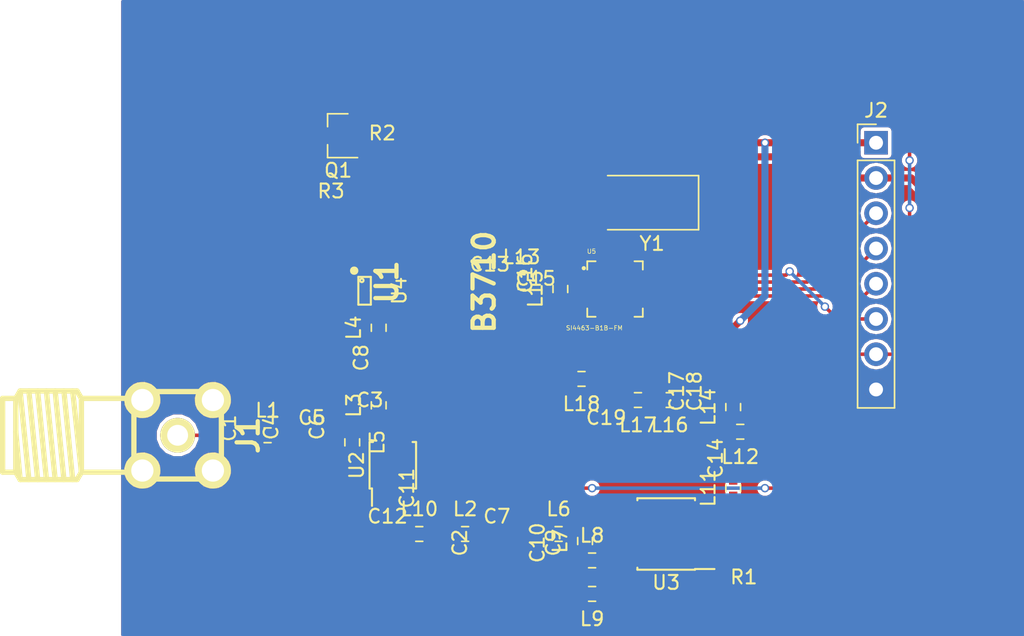
<source format=kicad_pcb>
(kicad_pcb (version 4) (host pcbnew 4.0.7)

  (general
    (links 97)
    (no_connects 1)
    (area 24.446559 28.321 98.298001 74.168001)
    (thickness 1.6)
    (drawings 0)
    (tracks 202)
    (zones 0)
    (modules 49)
    (nets 52)
  )

  (page A4)
  (layers
    (0 F.Cu signal)
    (31 B.Cu signal hide)
    (32 B.Adhes user)
    (33 F.Adhes user)
    (34 B.Paste user)
    (35 F.Paste user)
    (36 B.SilkS user)
    (37 F.SilkS user)
    (38 B.Mask user)
    (39 F.Mask user)
    (40 Dwgs.User user)
    (41 Cmts.User user)
    (42 Eco1.User user)
    (43 Eco2.User user)
    (44 Edge.Cuts user)
    (45 Margin user)
    (46 B.CrtYd user)
    (47 F.CrtYd user)
    (48 B.Fab user)
    (49 F.Fab user)
  )

  (setup
    (last_trace_width 0.254)
    (trace_clearance 0)
    (zone_clearance 0.254)
    (zone_45_only no)
    (trace_min 0.2)
    (segment_width 0.2)
    (edge_width 0.15)
    (via_size 0.6)
    (via_drill 0.4)
    (via_min_size 0.4)
    (via_min_drill 0.3)
    (uvia_size 0.3)
    (uvia_drill 0.1)
    (uvias_allowed no)
    (uvia_min_size 0.2)
    (uvia_min_drill 0.1)
    (pcb_text_width 0.3)
    (pcb_text_size 1.5 1.5)
    (mod_edge_width 0.15)
    (mod_text_size 1 1)
    (mod_text_width 0.15)
    (pad_size 1.524 1.524)
    (pad_drill 0.762)
    (pad_to_mask_clearance 0.2)
    (aux_axis_origin 0 0)
    (visible_elements 7FFFFFFF)
    (pcbplotparams
      (layerselection 0x00030_80000001)
      (usegerberextensions false)
      (excludeedgelayer true)
      (linewidth 0.100000)
      (plotframeref false)
      (viasonmask false)
      (mode 1)
      (useauxorigin false)
      (hpglpennumber 1)
      (hpglpenspeed 20)
      (hpglpendiameter 15)
      (hpglpenoverlay 2)
      (psnegative false)
      (psa4output false)
      (plotreference true)
      (plotvalue true)
      (plotinvisibletext false)
      (padsonsilk false)
      (subtractmaskfromsilk false)
      (outputformat 3)
      (mirror false)
      (drillshape 0)
      (scaleselection 1)
      (outputdirectory ./))
  )

  (net 0 "")
  (net 1 "Net-(U1-Pad2)")
  (net 2 "Net-(U3-Pad2)")
  (net 3 "Net-(U3-Pad4)")
  (net 4 "Net-(U3-Pad5)")
  (net 5 "Net-(C1-Pad1)")
  (net 6 GNDPWR)
  (net 7 "Net-(C2-Pad1)")
  (net 8 "Net-(C3-Pad1)")
  (net 9 "Net-(C4-Pad1)")
  (net 10 "Net-(C5-Pad2)")
  (net 11 "Net-(C7-Pad1)")
  (net 12 "Net-(C10-Pad1)")
  (net 13 "Net-(C8-Pad2)")
  (net 14 "Net-(C11-Pad1)")
  (net 15 "Net-(C12-Pad1)")
  (net 16 "Net-(C12-Pad2)")
  (net 17 "Net-(C13-Pad1)")
  (net 18 "Net-(C13-Pad2)")
  (net 19 "Net-(C14-Pad1)")
  (net 20 "Net-(C14-Pad2)")
  (net 21 "Net-(C15-Pad2)")
  (net 22 "Net-(C16-Pad1)")
  (net 23 "Net-(C17-Pad1)")
  (net 24 "Net-(C19-Pad1)")
  (net 25 "Net-(C19-Pad2)")
  (net 26 "Net-(L4-Pad2)")
  (net 27 "Net-(L6-Pad2)")
  (net 28 "Net-(L7-Pad1)")
  (net 29 "Net-(L8-Pad2)")
  (net 30 +5V)
  (net 31 "Net-(L11-Pad1)")
  (net 32 "Net-(L16-Pad2)")
  (net 33 HPA_CTRL)
  (net 34 "Net-(R1-Pad2)")
  (net 35 LNA_CTRL)
  (net 36 +3V3)
  (net 37 "Net-(U5-Pad7)")
  (net 38 "Net-(U5-Pad9)")
  (net 39 "Net-(U5-Pad10)")
  (net 40 "Net-(U5-Pad11)")
  (net 41 SCK)
  (net 42 MISO)
  (net 43 MOSI)
  (net 44 SS)
  (net 45 "Net-(U5-Pad16)")
  (net 46 "Net-(U5-Pad17)")
  (net 47 "Net-(U5-Pad19)")
  (net 48 "Net-(U5-Pad20)")
  (net 49 "Net-(U2-Pad5)")
  (net 50 "Net-(L3-Pad2)")
  (net 51 "Net-(Q1-Pad1)")

  (net_class Default "Ceci est la Netclass par défaut"
    (clearance 0)
    (trace_width 0.254)
    (via_dia 0.6)
    (via_drill 0.4)
    (uvia_dia 0.3)
    (uvia_drill 0.1)
    (add_net "Net-(C1-Pad1)")
    (add_net "Net-(C10-Pad1)")
    (add_net "Net-(C11-Pad1)")
    (add_net "Net-(C12-Pad1)")
    (add_net "Net-(C12-Pad2)")
    (add_net "Net-(C13-Pad1)")
    (add_net "Net-(C13-Pad2)")
    (add_net "Net-(C14-Pad1)")
    (add_net "Net-(C14-Pad2)")
    (add_net "Net-(C15-Pad2)")
    (add_net "Net-(C16-Pad1)")
    (add_net "Net-(C17-Pad1)")
    (add_net "Net-(C19-Pad1)")
    (add_net "Net-(C19-Pad2)")
    (add_net "Net-(C2-Pad1)")
    (add_net "Net-(C3-Pad1)")
    (add_net "Net-(C4-Pad1)")
    (add_net "Net-(C5-Pad2)")
    (add_net "Net-(C7-Pad1)")
    (add_net "Net-(C8-Pad2)")
    (add_net "Net-(L11-Pad1)")
    (add_net "Net-(L16-Pad2)")
    (add_net "Net-(L3-Pad2)")
    (add_net "Net-(L4-Pad2)")
    (add_net "Net-(L6-Pad2)")
    (add_net "Net-(L7-Pad1)")
    (add_net "Net-(L8-Pad2)")
    (add_net "Net-(Q1-Pad1)")
    (add_net "Net-(R1-Pad2)")
    (add_net "Net-(U1-Pad2)")
    (add_net "Net-(U2-Pad5)")
    (add_net "Net-(U3-Pad2)")
    (add_net "Net-(U3-Pad4)")
    (add_net "Net-(U3-Pad5)")
    (add_net "Net-(U5-Pad10)")
    (add_net "Net-(U5-Pad11)")
    (add_net "Net-(U5-Pad16)")
    (add_net "Net-(U5-Pad17)")
    (add_net "Net-(U5-Pad19)")
    (add_net "Net-(U5-Pad20)")
    (add_net "Net-(U5-Pad7)")
    (add_net "Net-(U5-Pad9)")
  )

  (net_class DC ""
    (clearance 0.1)
    (trace_width 0.508)
    (via_dia 0.6)
    (via_drill 0.4)
    (uvia_dia 0.3)
    (uvia_drill 0.1)
    (add_net +3V3)
    (add_net +5V)
    (add_net GNDPWR)
  )

  (net_class Logique ""
    (clearance 0.1)
    (trace_width 0.254)
    (via_dia 0.6)
    (via_drill 0.4)
    (uvia_dia 0.3)
    (uvia_drill 0.1)
    (add_net HPA_CTRL)
    (add_net LNA_CTRL)
    (add_net MISO)
    (add_net MOSI)
    (add_net SCK)
    (add_net SS)
  )

  (module Nathan_SMT_Other:DCC6C (layer F.Cu) (tedit 0) (tstamp 5ADC7D0C)
    (at 56.007 48.641 270)
    (path /5ADC6EB0)
    (attr smd)
    (fp_text reference U1 (at 0 3.59918 270) (layer F.SilkS)
      (effects (font (thickness 0.3048)))
    )
    (fp_text value B3710 (at 0 -3.40106 270) (layer F.SilkS)
      (effects (font (thickness 0.3048)))
    )
    (pad 1 smd rect (at -1.19888 1.02616 270) (size 0.59944 2.04978) (layers F.Cu F.Paste F.Mask)
      (net 6 GNDPWR))
    (pad 2 smd rect (at 0 1.50114 270) (size 0.59944 1.09982) (layers F.Cu F.Paste F.Mask)
      (net 1 "Net-(U1-Pad2)"))
    (pad 3 smd rect (at 1.19888 1.50114 270) (size 0.59944 1.09982) (layers F.Cu F.Paste F.Mask)
      (net 6 GNDPWR))
    (pad 4 smd rect (at 1.19888 -1.50114 270) (size 0.59944 1.09982) (layers F.Cu F.Paste F.Mask)
      (net 6 GNDPWR))
    (pad 5 smd rect (at 0 -1.50114 270) (size 0.59944 1.09982) (layers F.Cu F.Paste F.Mask)
      (net 17 "Net-(C13-Pad1)"))
    (pad 6 smd rect (at -1.19888 -1.50114 270) (size 0.59944 1.09982) (layers F.Cu F.Paste F.Mask)
      (net 6 GNDPWR))
  )

  (module MyKiCadLibs-Footprints:IC-SC70-6 (layer F.Cu) (tedit 56577066) (tstamp 5ADC7D2E)
    (at 50.8 49.276 270)
    (path /5ADC7669)
    (fp_text reference U4 (at 0 -2.5 270) (layer F.SilkS)
      (effects (font (size 1 1) (thickness 0.15)))
    )
    (fp_text value MAX2634 (at 0 -2.5 270) (layer F.Fab) hide
      (effects (font (size 1 1) (thickness 0.15)))
    )
    (fp_circle (center -0.75 0.2) (end -0.7 0.2) (layer F.SilkS) (width 0.15))
    (fp_circle (center -1.45 0.75) (end -1.3 0.75) (layer F.SilkS) (width 0.3))
    (fp_line (start 1 -0.45) (end 0 -0.45) (layer F.SilkS) (width 0.15))
    (fp_line (start 1 0.45) (end 1 -0.45) (layer F.SilkS) (width 0.15))
    (fp_line (start -1 0.45) (end 1 0.45) (layer F.SilkS) (width 0.15))
    (fp_line (start -1 -0.45) (end -1 0.45) (layer F.SilkS) (width 0.15))
    (fp_line (start 0 -0.45) (end -1 -0.45) (layer F.SilkS) (width 0.15))
    (pad 1 smd rect (at -0.65 1 270) (size 0.45 0.8) (layers F.Cu F.Paste F.Mask)
      (net 6 GNDPWR))
    (pad 2 smd rect (at 0 1 270) (size 0.45 0.8) (layers F.Cu F.Paste F.Mask)
      (net 35 LNA_CTRL))
    (pad 3 smd rect (at 0.65 1 270) (size 0.45 0.8) (layers F.Cu F.Paste F.Mask)
      (net 6 GNDPWR))
    (pad 4 smd rect (at 0.65 -1 270) (size 0.45 0.8) (layers F.Cu F.Paste F.Mask)
      (net 26 "Net-(L4-Pad2)"))
    (pad 5 smd rect (at 0 -1 270) (size 0.45 0.8) (layers F.Cu F.Paste F.Mask)
      (net 36 +3V3))
    (pad 6 smd rect (at -0.65 -1 270) (size 0.45 0.8) (layers F.Cu F.Paste F.Mask)
      (net 1 "Net-(U1-Pad2)"))
  )

  (module rf_station:MSOP-8_3x3mm_Pitch0.65mm (layer F.Cu) (tedit 5ADCCFB2) (tstamp 5ADC7D18)
    (at 52.832 61.849 90)
    (descr "8-Lead Plastic Micro Small Outline Package (MS) [MSOP] (see Microchip Packaging Specification 00000049BS.pdf)")
    (tags "SSOP 0.65")
    (path /5ADC7287)
    (attr smd)
    (fp_text reference U2 (at 0 -2.6 90) (layer F.SilkS)
      (effects (font (size 1 1) (thickness 0.15)))
    )
    (fp_text value HMC54MS8G (at 0 2.6 90) (layer F.Fab)
      (effects (font (size 1 1) (thickness 0.15)))
    )
    (fp_line (start -0.5 -1.5) (end 1.5 -1.5) (layer F.Fab) (width 0.15))
    (fp_line (start 1.5 -1.5) (end 1.5 1.5) (layer F.Fab) (width 0.15))
    (fp_line (start 1.5 1.5) (end -1.5 1.5) (layer F.Fab) (width 0.15))
    (fp_line (start -1.5 1.5) (end -1.5 -0.5) (layer F.Fab) (width 0.15))
    (fp_line (start -1.5 -0.5) (end -0.5 -1.5) (layer F.Fab) (width 0.15))
    (fp_line (start -3.2 -1.85) (end -3.2 1.85) (layer F.CrtYd) (width 0.05))
    (fp_line (start 3.2 -1.85) (end 3.2 1.85) (layer F.CrtYd) (width 0.05))
    (fp_line (start -3.2 -1.85) (end 3.2 -1.85) (layer F.CrtYd) (width 0.05))
    (fp_line (start -3.2 1.85) (end 3.2 1.85) (layer F.CrtYd) (width 0.05))
    (fp_line (start -1.675 -1.675) (end -1.675 -1.5) (layer F.SilkS) (width 0.15))
    (fp_line (start 1.675 -1.675) (end 1.675 -1.425) (layer F.SilkS) (width 0.15))
    (fp_line (start 1.675 1.675) (end 1.675 1.425) (layer F.SilkS) (width 0.15))
    (fp_line (start -1.675 1.675) (end -1.675 1.425) (layer F.SilkS) (width 0.15))
    (fp_line (start -1.675 -1.675) (end 1.675 -1.675) (layer F.SilkS) (width 0.15))
    (fp_line (start -1.675 1.675) (end 1.675 1.675) (layer F.SilkS) (width 0.15))
    (fp_line (start -1.675 -1.5) (end -2.925 -1.5) (layer F.SilkS) (width 0.15))
    (fp_text user %R (at 0 0 90) (layer F.Fab)
      (effects (font (size 0.6 0.6) (thickness 0.15)))
    )
    (pad 1 smd rect (at -2.2 -0.975 90) (size 1.45 0.45) (layers F.Cu F.Paste F.Mask)
      (net 15 "Net-(C12-Pad1)"))
    (pad 2 smd rect (at -2.2 -0.325 90) (size 1.45 0.45) (layers F.Cu F.Paste F.Mask)
      (net 6 GNDPWR))
    (pad 3 smd rect (at -2.2 0.325 90) (size 1.45 0.45) (layers F.Cu F.Paste F.Mask)
      (net 33 HPA_CTRL))
    (pad 4 smd rect (at -2.2 0.975 90) (size 1.45 0.45) (layers F.Cu F.Paste F.Mask)
      (net 14 "Net-(C11-Pad1)"))
    (pad 5 smd rect (at 2.2 0.975 90) (size 1.45 0.45) (layers F.Cu F.Paste F.Mask)
      (net 49 "Net-(U2-Pad5)"))
    (pad 6 smd rect (at 2.2 0.325 90) (size 1.45 0.45) (layers F.Cu F.Paste F.Mask)
      (net 30 +5V))
    (pad 7 smd rect (at 2.2 -0.325 90) (size 1.45 0.45) (layers F.Cu F.Paste F.Mask)
      (net 6 GNDPWR))
    (pad 8 smd rect (at 2.2 -0.975 90) (size 1.45 0.45) (layers F.Cu F.Paste F.Mask)
      (net 10 "Net-(C5-Pad2)"))
    (pad ~ smd rect (at 0 0 90) (size 1.78 2.41) (layers F.Cu F.Paste F.Mask)
      (net 6 GNDPWR))
    (model ${KISYS3DMOD}/Housings_SSOP.3dshapes/MSOP-8_3x3mm_Pitch0.65mm.wrl
      (at (xyz 0 0 0))
      (scale (xyz 1 1 1))
      (rotate (xyz 0 0 0))
    )
  )

  (module _connectors:SMA-CONN (layer F.Cu) (tedit 5473AEBA) (tstamp 5ADCEBDB)
    (at 37.338 59.69 90)
    (tags "SMA Connector")
    (path /5ADC96CE)
    (fp_text reference J1 (at 0 5.08 90) (layer F.SilkS)
      (effects (font (thickness 0.3048)))
    )
    (fp_text value SMA (at 1.27 7.62 90) (layer F.SilkS) hide
      (effects (font (thickness 0.3048)))
    )
    (fp_line (start 2.65938 -11.65606) (end 2.65938 -12.60094) (layer F.SilkS) (width 0.381))
    (fp_line (start -2.65938 -11.65606) (end -2.65938 -12.60094) (layer F.SilkS) (width 0.381))
    (fp_line (start -2.65938 -3.1496) (end -2.65938 -6.92912) (layer F.SilkS) (width 0.381))
    (fp_line (start 2.65938 -3.1496) (end 2.65938 -6.92912) (layer F.SilkS) (width 0.381))
    (fp_line (start -3.19278 -11.3411) (end 0.2667 -11.65606) (layer F.SilkS) (width 0.381))
    (fp_line (start 3.19278 -7.55904) (end -2.65938 -6.92912) (layer F.SilkS) (width 0.381))
    (fp_line (start -3.19278 -7.55904) (end 3.19278 -8.18896) (layer F.SilkS) (width 0.381))
    (fp_line (start -3.19278 -8.18896) (end 3.19278 -8.81888) (layer F.SilkS) (width 0.381))
    (fp_line (start -3.19278 -8.81888) (end 3.19278 -9.4488) (layer F.SilkS) (width 0.381))
    (fp_line (start -3.19278 -9.4488) (end 3.19278 -10.08126) (layer F.SilkS) (width 0.381))
    (fp_line (start -3.19278 -10.08126) (end 3.19278 -10.71118) (layer F.SilkS) (width 0.381))
    (fp_line (start -3.19278 -10.71118) (end 3.19278 -11.3411) (layer F.SilkS) (width 0.381))
    (fp_line (start -3.19278 -11.3411) (end -2.65938 -11.65606) (layer F.SilkS) (width 0.381))
    (fp_line (start -2.65938 -11.65606) (end 2.65938 -11.65606) (layer F.SilkS) (width 0.381))
    (fp_line (start 2.65938 -11.65606) (end 3.19278 -11.3411) (layer F.SilkS) (width 0.381))
    (fp_line (start 3.19278 -11.3411) (end 3.19278 -7.24408) (layer F.SilkS) (width 0.381))
    (fp_line (start 3.19278 -7.24408) (end 2.65938 -6.92912) (layer F.SilkS) (width 0.381))
    (fp_line (start 2.65938 -6.92912) (end -2.65938 -6.92912) (layer F.SilkS) (width 0.381))
    (fp_line (start -2.65938 -6.92912) (end -3.19278 -7.24408) (layer F.SilkS) (width 0.381))
    (fp_line (start -3.19278 -7.24408) (end -3.19278 -11.3411) (layer F.SilkS) (width 0.381))
    (fp_line (start 2.65938 -12.60094) (end -2.65938 -12.60094) (layer F.SilkS) (width 0.381))
    (fp_line (start -3.1496 -3.1496) (end 3.1496 -3.1496) (layer F.SilkS) (width 0.381))
    (fp_line (start 3.1496 -3.1496) (end 3.1496 3.1496) (layer F.SilkS) (width 0.381))
    (fp_line (start 3.1496 3.1496) (end -3.1496 3.1496) (layer F.SilkS) (width 0.381))
    (fp_line (start -3.1496 3.1496) (end -3.1496 -3.1496) (layer F.SilkS) (width 0.381))
    (pad 1 thru_hole circle (at 0 0 90) (size 2.5 2.5) (drill 1.5) (layers *.Cu *.Mask F.SilkS)
      (net 5 "Net-(C1-Pad1)"))
    (pad 3 thru_hole circle (at 2.54 -2.54 90) (size 2.6 2.6) (drill 1.6) (layers *.Cu *.Mask F.SilkS)
      (net 6 GNDPWR))
    (pad 2 thru_hole circle (at -2.54 -2.54 90) (size 2.6 2.6) (drill 1.6) (layers *.Cu *.Mask F.SilkS)
      (net 6 GNDPWR))
    (pad 5 thru_hole circle (at -2.54 2.54 90) (size 2.6 2.6) (drill 1.6) (layers *.Cu *.Mask F.SilkS)
      (net 6 GNDPWR))
    (pad 4 thru_hole circle (at 2.54 2.54 90) (size 2.6 2.6) (drill 1.6) (layers *.Cu *.Mask F.SilkS)
      (net 6 GNDPWR))
    (model connectors/sma.wrl
      (at (xyz 0 0 0))
      (scale (xyz 0.39 0.39 0.39))
      (rotate (xyz -90 0 -90))
    )
  )

  (module SI4463-B1B-FM:QFN50P400X400X90-20N (layer F.Cu) (tedit 0) (tstamp 5ADCEC66)
    (at 68.834 49.149)
    (path /5ADCCC4F)
    (attr smd)
    (fp_text reference U5 (at -1.69331 -2.71299) (layer F.SilkS)
      (effects (font (size 0.321158 0.321158) (thickness 0.05)))
    )
    (fp_text value SI4463-B1B-FM (at -1.49129 2.81053) (layer F.SilkS)
      (effects (font (size 0.321572 0.321572) (thickness 0.05)))
    )
    (fp_line (start -2 -2) (end -2 2) (layer Dwgs.User) (width 0.127))
    (fp_line (start -2 2) (end 2 2) (layer Dwgs.User) (width 0.127))
    (fp_line (start 2 2) (end 2 -2) (layer Dwgs.User) (width 0.127))
    (fp_line (start 2 -2) (end -2 -2) (layer Dwgs.User) (width 0.127))
    (fp_line (start -2 -1.4) (end -2 -2) (layer F.SilkS) (width 0.127))
    (fp_line (start -2 -2) (end -1.4 -2) (layer F.SilkS) (width 0.127))
    (fp_line (start 1.4 -2) (end 2 -2) (layer F.SilkS) (width 0.127))
    (fp_line (start 2 -2) (end 2 -1.4) (layer F.SilkS) (width 0.127))
    (fp_line (start 1.4 2) (end 2 2) (layer F.SilkS) (width 0.127))
    (fp_line (start 2 2) (end 2 1.4) (layer F.SilkS) (width 0.127))
    (fp_line (start -2 1.4) (end -2 2) (layer F.SilkS) (width 0.127))
    (fp_line (start -2 2) (end -1.4 2) (layer F.SilkS) (width 0.127))
    (fp_line (start -2.5 -2.5) (end -2.5 2.5) (layer Dwgs.User) (width 0.05))
    (fp_line (start -2.5 2.5) (end 2.5 2.5) (layer Dwgs.User) (width 0.05))
    (fp_line (start 2.5 2.5) (end 2.5 -2.5) (layer Dwgs.User) (width 0.05))
    (fp_line (start 2.5 -2.5) (end -2.5 -2.5) (layer Dwgs.User) (width 0.05))
    (fp_circle (center -2.25 -1.5) (end -2.1 -1.5) (layer F.SilkS) (width 0))
    (fp_poly (pts (xy 0.125556 -1.045) (xy 1.045 -1.045) (xy 1.045 -0.125556) (xy 0.125556 -0.125556)) (layer F.Paste) (width 0.381))
    (fp_poly (pts (xy -1.04585 -0.12415) (xy -1.04585 -1.04608) (xy -0.12608 -1.04608) (xy -0.12608 -0.12415)) (layer F.Paste) (width 0.381))
    (fp_poly (pts (xy 1.04654 0.126539) (xy 1.04654 1.04621) (xy 0.12379 1.04621) (xy 0.12379 0.126539)) (layer F.Paste) (width 0.381))
    (fp_poly (pts (xy -0.125 1.04924) (xy -1.04924 1.04924) (xy -1.04924 0.125) (xy -0.125 0.125)) (layer F.Paste) (width 0.381))
    (pad 1 smd rect (at -1.935 -1 90) (size 0.26 0.84) (layers F.Cu F.Paste F.Mask)
      (net 6 GNDPWR))
    (pad 2 smd rect (at -1.935 -0.5 90) (size 0.26 0.84) (layers F.Cu F.Paste F.Mask)
      (net 22 "Net-(C16-Pad1)"))
    (pad 3 smd rect (at -1.935 0 90) (size 0.26 0.84) (layers F.Cu F.Paste F.Mask)
      (net 21 "Net-(C15-Pad2)"))
    (pad 4 smd rect (at -1.935 0.5 90) (size 0.26 0.84) (layers F.Cu F.Paste F.Mask)
      (net 25 "Net-(C19-Pad2)"))
    (pad 5 smd rect (at -1.935 1 90) (size 0.26 0.84) (layers F.Cu F.Paste F.Mask))
    (pad 6 smd rect (at -1 1.935 180) (size 0.26 0.84) (layers F.Cu F.Paste F.Mask)
      (net 36 +3V3))
    (pad 7 smd rect (at -0.5 1.935 180) (size 0.26 0.84) (layers F.Cu F.Paste F.Mask)
      (net 37 "Net-(U5-Pad7)"))
    (pad 8 smd rect (at 0 1.935 180) (size 0.26 0.84) (layers F.Cu F.Paste F.Mask)
      (net 36 +3V3))
    (pad 9 smd rect (at 0.5 1.935 180) (size 0.26 0.84) (layers F.Cu F.Paste F.Mask)
      (net 38 "Net-(U5-Pad9)"))
    (pad 10 smd rect (at 1 1.935 180) (size 0.26 0.84) (layers F.Cu F.Paste F.Mask)
      (net 39 "Net-(U5-Pad10)"))
    (pad 11 smd rect (at 1.935 1 270) (size 0.26 0.84) (layers F.Cu F.Paste F.Mask)
      (net 40 "Net-(U5-Pad11)"))
    (pad 12 smd rect (at 1.935 0.5 270) (size 0.26 0.84) (layers F.Cu F.Paste F.Mask)
      (net 41 SCK))
    (pad 13 smd rect (at 1.935 0 270) (size 0.26 0.84) (layers F.Cu F.Paste F.Mask)
      (net 42 MISO))
    (pad 14 smd rect (at 1.935 -0.5 270) (size 0.26 0.84) (layers F.Cu F.Paste F.Mask)
      (net 43 MOSI))
    (pad 15 smd rect (at 1.935 -1 270) (size 0.26 0.84) (layers F.Cu F.Paste F.Mask)
      (net 44 SS))
    (pad 16 smd rect (at 1 -1.935) (size 0.26 0.84) (layers F.Cu F.Paste F.Mask)
      (net 45 "Net-(U5-Pad16)"))
    (pad 17 smd rect (at 0.5 -1.935) (size 0.26 0.84) (layers F.Cu F.Paste F.Mask)
      (net 46 "Net-(U5-Pad17)"))
    (pad 18 smd rect (at 0 -1.935) (size 0.26 0.84) (layers F.Cu F.Paste F.Mask)
      (net 6 GNDPWR))
    (pad 19 smd rect (at -0.5 -1.935) (size 0.26 0.84) (layers F.Cu F.Paste F.Mask)
      (net 47 "Net-(U5-Pad19)"))
    (pad 20 smd rect (at -1 -1.935) (size 0.26 0.84) (layers F.Cu F.Paste F.Mask)
      (net 48 "Net-(U5-Pad20)"))
    (pad 21 smd rect (at 0 0) (size 2.6 2.6) (layers F.Cu F.Paste F.Mask)
      (net 6 GNDPWR))
  )

  (module Pin_Headers:Pin_Header_Straight_1x08_Pitch2.54mm (layer F.Cu) (tedit 59650532) (tstamp 5ADD0495)
    (at 87.63 38.608)
    (descr "Through hole straight pin header, 1x08, 2.54mm pitch, single row")
    (tags "Through hole pin header THT 1x08 2.54mm single row")
    (path /5ADE4779)
    (fp_text reference J2 (at 0 -2.33) (layer F.SilkS)
      (effects (font (size 1 1) (thickness 0.15)))
    )
    (fp_text value Conn_01x08 (at 0 20.11) (layer F.Fab)
      (effects (font (size 1 1) (thickness 0.15)))
    )
    (fp_line (start -0.635 -1.27) (end 1.27 -1.27) (layer F.Fab) (width 0.1))
    (fp_line (start 1.27 -1.27) (end 1.27 19.05) (layer F.Fab) (width 0.1))
    (fp_line (start 1.27 19.05) (end -1.27 19.05) (layer F.Fab) (width 0.1))
    (fp_line (start -1.27 19.05) (end -1.27 -0.635) (layer F.Fab) (width 0.1))
    (fp_line (start -1.27 -0.635) (end -0.635 -1.27) (layer F.Fab) (width 0.1))
    (fp_line (start -1.33 19.11) (end 1.33 19.11) (layer F.SilkS) (width 0.12))
    (fp_line (start -1.33 1.27) (end -1.33 19.11) (layer F.SilkS) (width 0.12))
    (fp_line (start 1.33 1.27) (end 1.33 19.11) (layer F.SilkS) (width 0.12))
    (fp_line (start -1.33 1.27) (end 1.33 1.27) (layer F.SilkS) (width 0.12))
    (fp_line (start -1.33 0) (end -1.33 -1.33) (layer F.SilkS) (width 0.12))
    (fp_line (start -1.33 -1.33) (end 0 -1.33) (layer F.SilkS) (width 0.12))
    (fp_line (start -1.8 -1.8) (end -1.8 19.55) (layer F.CrtYd) (width 0.05))
    (fp_line (start -1.8 19.55) (end 1.8 19.55) (layer F.CrtYd) (width 0.05))
    (fp_line (start 1.8 19.55) (end 1.8 -1.8) (layer F.CrtYd) (width 0.05))
    (fp_line (start 1.8 -1.8) (end -1.8 -1.8) (layer F.CrtYd) (width 0.05))
    (fp_text user %R (at 0 8.89 90) (layer F.Fab)
      (effects (font (size 1 1) (thickness 0.15)))
    )
    (pad 1 thru_hole rect (at 0 0) (size 1.7 1.7) (drill 1) (layers *.Cu *.Mask)
      (net 36 +3V3))
    (pad 2 thru_hole oval (at 0 2.54) (size 1.7 1.7) (drill 1) (layers *.Cu *.Mask)
      (net 30 +5V))
    (pad 3 thru_hole oval (at 0 5.08) (size 1.7 1.7) (drill 1) (layers *.Cu *.Mask)
      (net 43 MOSI))
    (pad 4 thru_hole oval (at 0 7.62) (size 1.7 1.7) (drill 1) (layers *.Cu *.Mask)
      (net 42 MISO))
    (pad 5 thru_hole oval (at 0 10.16) (size 1.7 1.7) (drill 1) (layers *.Cu *.Mask)
      (net 41 SCK))
    (pad 6 thru_hole oval (at 0 12.7) (size 1.7 1.7) (drill 1) (layers *.Cu *.Mask)
      (net 44 SS))
    (pad 7 thru_hole oval (at 0 15.24) (size 1.7 1.7) (drill 1) (layers *.Cu *.Mask)
      (net 33 HPA_CTRL))
    (pad 8 thru_hole oval (at 0 17.78) (size 1.7 1.7) (drill 1) (layers *.Cu *.Mask)
      (net 6 GNDPWR))
    (model ${KISYS3DMOD}/Pin_Headers.3dshapes/Pin_Header_Straight_1x08_Pitch2.54mm.wrl
      (at (xyz 0 0 0))
      (scale (xyz 1 1 1))
      (rotate (xyz 0 0 0))
    )
  )

  (module Capacitors_SMD:C_0402_NoSilk (layer F.Cu) (tedit 58AA8408) (tstamp 5ADD09F8)
    (at 42.291 59.182 90)
    (descr "Capacitor SMD 0402, reflow soldering, AVX (see smccp.pdf)")
    (tags "capacitor 0402")
    (path /5ADCF332)
    (attr smd)
    (fp_text reference C1 (at 0 -1.27 90) (layer F.SilkS)
      (effects (font (size 1 1) (thickness 0.15)))
    )
    (fp_text value 9,1pF* (at 0 1.27 90) (layer F.Fab)
      (effects (font (size 1 1) (thickness 0.15)))
    )
    (fp_text user %R (at 0 -1.27 90) (layer F.Fab)
      (effects (font (size 1 1) (thickness 0.15)))
    )
    (fp_line (start -0.5 0.25) (end -0.5 -0.25) (layer F.Fab) (width 0.1))
    (fp_line (start 0.5 0.25) (end -0.5 0.25) (layer F.Fab) (width 0.1))
    (fp_line (start 0.5 -0.25) (end 0.5 0.25) (layer F.Fab) (width 0.1))
    (fp_line (start -0.5 -0.25) (end 0.5 -0.25) (layer F.Fab) (width 0.1))
    (fp_line (start -1 -0.4) (end 1 -0.4) (layer F.CrtYd) (width 0.05))
    (fp_line (start -1 -0.4) (end -1 0.4) (layer F.CrtYd) (width 0.05))
    (fp_line (start 1 0.4) (end 1 -0.4) (layer F.CrtYd) (width 0.05))
    (fp_line (start 1 0.4) (end -1 0.4) (layer F.CrtYd) (width 0.05))
    (pad 1 smd rect (at -0.55 0 90) (size 0.6 0.5) (layers F.Cu F.Paste F.Mask)
      (net 5 "Net-(C1-Pad1)"))
    (pad 2 smd rect (at 0.55 0 90) (size 0.6 0.5) (layers F.Cu F.Paste F.Mask)
      (net 6 GNDPWR))
    (model Capacitors_SMD.3dshapes/C_0402.wrl
      (at (xyz 0 0 0))
      (scale (xyz 1 1 1))
      (rotate (xyz 0 0 0))
    )
  )

  (module Capacitors_SMD:C_0402_NoSilk (layer F.Cu) (tedit 58AA8408) (tstamp 5ADD09FD)
    (at 56.388 67.437 270)
    (descr "Capacitor SMD 0402, reflow soldering, AVX (see smccp.pdf)")
    (tags "capacitor 0402")
    (path /5ADD2154)
    (attr smd)
    (fp_text reference C2 (at 0 -1.27 270) (layer F.SilkS)
      (effects (font (size 1 1) (thickness 0.15)))
    )
    (fp_text value 9,1pF* (at 0 1.27 270) (layer F.Fab)
      (effects (font (size 1 1) (thickness 0.15)))
    )
    (fp_text user %R (at 0 -1.27 270) (layer F.Fab)
      (effects (font (size 1 1) (thickness 0.15)))
    )
    (fp_line (start -0.5 0.25) (end -0.5 -0.25) (layer F.Fab) (width 0.1))
    (fp_line (start 0.5 0.25) (end -0.5 0.25) (layer F.Fab) (width 0.1))
    (fp_line (start 0.5 -0.25) (end 0.5 0.25) (layer F.Fab) (width 0.1))
    (fp_line (start -0.5 -0.25) (end 0.5 -0.25) (layer F.Fab) (width 0.1))
    (fp_line (start -1 -0.4) (end 1 -0.4) (layer F.CrtYd) (width 0.05))
    (fp_line (start -1 -0.4) (end -1 0.4) (layer F.CrtYd) (width 0.05))
    (fp_line (start 1 0.4) (end 1 -0.4) (layer F.CrtYd) (width 0.05))
    (fp_line (start 1 0.4) (end -1 0.4) (layer F.CrtYd) (width 0.05))
    (pad 1 smd rect (at -0.55 0 270) (size 0.6 0.5) (layers F.Cu F.Paste F.Mask)
      (net 7 "Net-(C2-Pad1)"))
    (pad 2 smd rect (at 0.55 0 270) (size 0.6 0.5) (layers F.Cu F.Paste F.Mask)
      (net 6 GNDPWR))
    (model Capacitors_SMD.3dshapes/C_0402.wrl
      (at (xyz 0 0 0))
      (scale (xyz 1 1 1))
      (rotate (xyz 0 0 0))
    )
  )

  (module Capacitors_SMD:C_0402_NoSilk (layer F.Cu) (tedit 5ADD094F) (tstamp 5ADD0A07)
    (at 45.339 59.055 90)
    (descr "Capacitor SMD 0402, reflow soldering, AVX (see smccp.pdf)")
    (tags "capacitor 0402")
    (path /5ADCF446)
    (attr smd)
    (fp_text reference C4 (at 0 -1.27 90) (layer F.SilkS)
      (effects (font (size 1 1) (thickness 0.15)))
    )
    (fp_text value 9,1pF* (at 0 1.27 90) (layer F.Fab)
      (effects (font (size 1 1) (thickness 0.15)))
    )
    (fp_text user %R (at 0 -1.27 90) (layer F.Fab)
      (effects (font (size 1 1) (thickness 0.15)))
    )
    (fp_line (start -0.5 0.25) (end -0.5 -0.25) (layer F.Fab) (width 0.1))
    (fp_line (start 0.5 0.25) (end -0.5 0.25) (layer F.Fab) (width 0.1))
    (fp_line (start 0.5 -0.25) (end 0.5 0.25) (layer F.Fab) (width 0.1))
    (fp_line (start -0.5 -0.25) (end 0.5 -0.25) (layer F.Fab) (width 0.1))
    (fp_line (start -1 -0.4) (end 1 -0.4) (layer F.CrtYd) (width 0.05))
    (fp_line (start -1 -0.4) (end -1 0.4) (layer F.CrtYd) (width 0.05))
    (fp_line (start 1 0.4) (end 1 -0.4) (layer F.CrtYd) (width 0.05))
    (fp_line (start 1 0.4) (end -1 0.4) (layer F.CrtYd) (width 0.05))
    (pad 1 smd rect (at -0.55 0 90) (size 0.6 0.5) (layers F.Cu F.Paste F.Mask)
      (net 9 "Net-(C4-Pad1)"))
    (pad 2 smd rect (at 0.55 0 90) (size 0.6 0.5) (layers F.Cu F.Paste F.Mask)
      (net 6 GNDPWR))
    (model Capacitors_SMD.3dshapes/C_0402.wrl
      (at (xyz 0 0 0))
      (scale (xyz 1 1 1))
      (rotate (xyz 0 0 0))
    )
  )

  (module Capacitors_SMD:C_0402_NoSilk (layer F.Cu) (tedit 58AA8408) (tstamp 5ADD0A0C)
    (at 46.99 59.69)
    (descr "Capacitor SMD 0402, reflow soldering, AVX (see smccp.pdf)")
    (tags "capacitor 0402")
    (path /5ADCF6B1)
    (attr smd)
    (fp_text reference C5 (at 0 -1.27) (layer F.SilkS)
      (effects (font (size 1 1) (thickness 0.15)))
    )
    (fp_text value 1000pF* (at 0 1.27) (layer F.Fab)
      (effects (font (size 1 1) (thickness 0.15)))
    )
    (fp_text user %R (at 0 -1.27) (layer F.Fab)
      (effects (font (size 1 1) (thickness 0.15)))
    )
    (fp_line (start -0.5 0.25) (end -0.5 -0.25) (layer F.Fab) (width 0.1))
    (fp_line (start 0.5 0.25) (end -0.5 0.25) (layer F.Fab) (width 0.1))
    (fp_line (start 0.5 -0.25) (end 0.5 0.25) (layer F.Fab) (width 0.1))
    (fp_line (start -0.5 -0.25) (end 0.5 -0.25) (layer F.Fab) (width 0.1))
    (fp_line (start -1 -0.4) (end 1 -0.4) (layer F.CrtYd) (width 0.05))
    (fp_line (start -1 -0.4) (end -1 0.4) (layer F.CrtYd) (width 0.05))
    (fp_line (start 1 0.4) (end 1 -0.4) (layer F.CrtYd) (width 0.05))
    (fp_line (start 1 0.4) (end -1 0.4) (layer F.CrtYd) (width 0.05))
    (pad 1 smd rect (at -0.55 0) (size 0.6 0.5) (layers F.Cu F.Paste F.Mask)
      (net 9 "Net-(C4-Pad1)"))
    (pad 2 smd rect (at 0.55 0) (size 0.6 0.5) (layers F.Cu F.Paste F.Mask)
      (net 10 "Net-(C5-Pad2)"))
    (model Capacitors_SMD.3dshapes/C_0402.wrl
      (at (xyz 0 0 0))
      (scale (xyz 1 1 1))
      (rotate (xyz 0 0 0))
    )
  )

  (module Capacitors_SMD:C_0402_NoSilk (layer F.Cu) (tedit 58AA8408) (tstamp 5ADD0A11)
    (at 48.641 59.055 90)
    (descr "Capacitor SMD 0402, reflow soldering, AVX (see smccp.pdf)")
    (tags "capacitor 0402")
    (path /5ADCFA44)
    (attr smd)
    (fp_text reference C6 (at 0 -1.27 90) (layer F.SilkS)
      (effects (font (size 1 1) (thickness 0.15)))
    )
    (fp_text value 7pF* (at 0 1.27 90) (layer F.Fab)
      (effects (font (size 1 1) (thickness 0.15)))
    )
    (fp_text user %R (at 0 -1.27 90) (layer F.Fab)
      (effects (font (size 1 1) (thickness 0.15)))
    )
    (fp_line (start -0.5 0.25) (end -0.5 -0.25) (layer F.Fab) (width 0.1))
    (fp_line (start 0.5 0.25) (end -0.5 0.25) (layer F.Fab) (width 0.1))
    (fp_line (start 0.5 -0.25) (end 0.5 0.25) (layer F.Fab) (width 0.1))
    (fp_line (start -0.5 -0.25) (end 0.5 -0.25) (layer F.Fab) (width 0.1))
    (fp_line (start -1 -0.4) (end 1 -0.4) (layer F.CrtYd) (width 0.05))
    (fp_line (start -1 -0.4) (end -1 0.4) (layer F.CrtYd) (width 0.05))
    (fp_line (start 1 0.4) (end 1 -0.4) (layer F.CrtYd) (width 0.05))
    (fp_line (start 1 0.4) (end -1 0.4) (layer F.CrtYd) (width 0.05))
    (pad 1 smd rect (at -0.55 0 90) (size 0.6 0.5) (layers F.Cu F.Paste F.Mask)
      (net 10 "Net-(C5-Pad2)"))
    (pad 2 smd rect (at 0.55 0 90) (size 0.6 0.5) (layers F.Cu F.Paste F.Mask)
      (net 6 GNDPWR))
    (model Capacitors_SMD.3dshapes/C_0402.wrl
      (at (xyz 0 0 0))
      (scale (xyz 1 1 1))
      (rotate (xyz 0 0 0))
    )
  )

  (module Capacitors_SMD:C_0402_NoSilk (layer F.Cu) (tedit 58AA8408) (tstamp 5ADD0A16)
    (at 60.325 66.802)
    (descr "Capacitor SMD 0402, reflow soldering, AVX (see smccp.pdf)")
    (tags "capacitor 0402")
    (path /5ADD20EF)
    (attr smd)
    (fp_text reference C7 (at 0 -1.27) (layer F.SilkS)
      (effects (font (size 1 1) (thickness 0.15)))
    )
    (fp_text value 220pF* (at 0 1.27) (layer F.Fab)
      (effects (font (size 1 1) (thickness 0.15)))
    )
    (fp_text user %R (at 0 -1.27) (layer F.Fab)
      (effects (font (size 1 1) (thickness 0.15)))
    )
    (fp_line (start -0.5 0.25) (end -0.5 -0.25) (layer F.Fab) (width 0.1))
    (fp_line (start 0.5 0.25) (end -0.5 0.25) (layer F.Fab) (width 0.1))
    (fp_line (start 0.5 -0.25) (end 0.5 0.25) (layer F.Fab) (width 0.1))
    (fp_line (start -0.5 -0.25) (end 0.5 -0.25) (layer F.Fab) (width 0.1))
    (fp_line (start -1 -0.4) (end 1 -0.4) (layer F.CrtYd) (width 0.05))
    (fp_line (start -1 -0.4) (end -1 0.4) (layer F.CrtYd) (width 0.05))
    (fp_line (start 1 0.4) (end 1 -0.4) (layer F.CrtYd) (width 0.05))
    (fp_line (start 1 0.4) (end -1 0.4) (layer F.CrtYd) (width 0.05))
    (pad 1 smd rect (at -0.55 0) (size 0.6 0.5) (layers F.Cu F.Paste F.Mask)
      (net 11 "Net-(C7-Pad1)"))
    (pad 2 smd rect (at 0.55 0) (size 0.6 0.5) (layers F.Cu F.Paste F.Mask)
      (net 12 "Net-(C10-Pad1)"))
    (model Capacitors_SMD.3dshapes/C_0402.wrl
      (at (xyz 0 0 0))
      (scale (xyz 1 1 1))
      (rotate (xyz 0 0 0))
    )
  )

  (module Capacitors_SMD:C_0402_NoSilk (layer F.Cu) (tedit 58AA8408) (tstamp 5ADD0A20)
    (at 63.119 67.437 270)
    (descr "Capacitor SMD 0402, reflow soldering, AVX (see smccp.pdf)")
    (tags "capacitor 0402")
    (path /5ADD21BB)
    (attr smd)
    (fp_text reference C9 (at 0 -1.27 270) (layer F.SilkS)
      (effects (font (size 1 1) (thickness 0.15)))
    )
    (fp_text value 12pF* (at 0 1.27 270) (layer F.Fab)
      (effects (font (size 1 1) (thickness 0.15)))
    )
    (fp_text user %R (at 0 -1.27 270) (layer F.Fab)
      (effects (font (size 1 1) (thickness 0.15)))
    )
    (fp_line (start -0.5 0.25) (end -0.5 -0.25) (layer F.Fab) (width 0.1))
    (fp_line (start 0.5 0.25) (end -0.5 0.25) (layer F.Fab) (width 0.1))
    (fp_line (start 0.5 -0.25) (end 0.5 0.25) (layer F.Fab) (width 0.1))
    (fp_line (start -0.5 -0.25) (end 0.5 -0.25) (layer F.Fab) (width 0.1))
    (fp_line (start -1 -0.4) (end 1 -0.4) (layer F.CrtYd) (width 0.05))
    (fp_line (start -1 -0.4) (end -1 0.4) (layer F.CrtYd) (width 0.05))
    (fp_line (start 1 0.4) (end 1 -0.4) (layer F.CrtYd) (width 0.05))
    (fp_line (start 1 0.4) (end -1 0.4) (layer F.CrtYd) (width 0.05))
    (pad 1 smd rect (at -0.55 0 270) (size 0.6 0.5) (layers F.Cu F.Paste F.Mask)
      (net 12 "Net-(C10-Pad1)"))
    (pad 2 smd rect (at 0.55 0 270) (size 0.6 0.5) (layers F.Cu F.Paste F.Mask)
      (net 6 GNDPWR))
    (model Capacitors_SMD.3dshapes/C_0402.wrl
      (at (xyz 0 0 0))
      (scale (xyz 1 1 1))
      (rotate (xyz 0 0 0))
    )
  )

  (module Capacitors_SMD:C_0402_NoSilk (layer F.Cu) (tedit 58AA8408) (tstamp 5ADD0A25)
    (at 61.976 67.437 270)
    (descr "Capacitor SMD 0402, reflow soldering, AVX (see smccp.pdf)")
    (tags "capacitor 0402")
    (path /5ADD2214)
    (attr smd)
    (fp_text reference C10 (at 0 -1.27 270) (layer F.SilkS)
      (effects (font (size 1 1) (thickness 0.15)))
    )
    (fp_text value 12pF* (at 0 1.27 270) (layer F.Fab)
      (effects (font (size 1 1) (thickness 0.15)))
    )
    (fp_text user %R (at 0 -1.27 270) (layer F.Fab)
      (effects (font (size 1 1) (thickness 0.15)))
    )
    (fp_line (start -0.5 0.25) (end -0.5 -0.25) (layer F.Fab) (width 0.1))
    (fp_line (start 0.5 0.25) (end -0.5 0.25) (layer F.Fab) (width 0.1))
    (fp_line (start 0.5 -0.25) (end 0.5 0.25) (layer F.Fab) (width 0.1))
    (fp_line (start -0.5 -0.25) (end 0.5 -0.25) (layer F.Fab) (width 0.1))
    (fp_line (start -1 -0.4) (end 1 -0.4) (layer F.CrtYd) (width 0.05))
    (fp_line (start -1 -0.4) (end -1 0.4) (layer F.CrtYd) (width 0.05))
    (fp_line (start 1 0.4) (end 1 -0.4) (layer F.CrtYd) (width 0.05))
    (fp_line (start 1 0.4) (end -1 0.4) (layer F.CrtYd) (width 0.05))
    (pad 1 smd rect (at -0.55 0 270) (size 0.6 0.5) (layers F.Cu F.Paste F.Mask)
      (net 12 "Net-(C10-Pad1)"))
    (pad 2 smd rect (at 0.55 0 270) (size 0.6 0.5) (layers F.Cu F.Paste F.Mask)
      (net 6 GNDPWR))
    (model Capacitors_SMD.3dshapes/C_0402.wrl
      (at (xyz 0 0 0))
      (scale (xyz 1 1 1))
      (rotate (xyz 0 0 0))
    )
  )

  (module Capacitors_SMD:C_0402_NoSilk (layer F.Cu) (tedit 58AA8408) (tstamp 5ADD0A2F)
    (at 52.451 66.802)
    (descr "Capacitor SMD 0402, reflow soldering, AVX (see smccp.pdf)")
    (tags "capacitor 0402")
    (path /5ADCFF71)
    (attr smd)
    (fp_text reference C12 (at 0 -1.27) (layer F.SilkS)
      (effects (font (size 1 1) (thickness 0.15)))
    )
    (fp_text value 1000pF* (at 0 1.27) (layer F.Fab)
      (effects (font (size 1 1) (thickness 0.15)))
    )
    (fp_text user %R (at 0 -1.27) (layer F.Fab)
      (effects (font (size 1 1) (thickness 0.15)))
    )
    (fp_line (start -0.5 0.25) (end -0.5 -0.25) (layer F.Fab) (width 0.1))
    (fp_line (start 0.5 0.25) (end -0.5 0.25) (layer F.Fab) (width 0.1))
    (fp_line (start 0.5 -0.25) (end 0.5 0.25) (layer F.Fab) (width 0.1))
    (fp_line (start -0.5 -0.25) (end 0.5 -0.25) (layer F.Fab) (width 0.1))
    (fp_line (start -1 -0.4) (end 1 -0.4) (layer F.CrtYd) (width 0.05))
    (fp_line (start -1 -0.4) (end -1 0.4) (layer F.CrtYd) (width 0.05))
    (fp_line (start 1 0.4) (end 1 -0.4) (layer F.CrtYd) (width 0.05))
    (fp_line (start 1 0.4) (end -1 0.4) (layer F.CrtYd) (width 0.05))
    (pad 1 smd rect (at -0.55 0) (size 0.6 0.5) (layers F.Cu F.Paste F.Mask)
      (net 15 "Net-(C12-Pad1)"))
    (pad 2 smd rect (at 0.55 0) (size 0.6 0.5) (layers F.Cu F.Paste F.Mask)
      (net 16 "Net-(C12-Pad2)"))
    (model Capacitors_SMD.3dshapes/C_0402.wrl
      (at (xyz 0 0 0))
      (scale (xyz 1 1 1))
      (rotate (xyz 0 0 0))
    )
  )

  (module Inductors_SMD:L_0402 (layer F.Cu) (tedit 59912B76) (tstamp 5ADD0A57)
    (at 43.815 59.69)
    (descr "Resistor SMD 0402, reflow soldering, Vishay (see dcrcw.pdf)")
    (tags "resistor 0402")
    (path /5ADCF39F)
    (attr smd)
    (fp_text reference L1 (at 0 -1.8) (layer F.SilkS)
      (effects (font (size 1 1) (thickness 0.15)))
    )
    (fp_text value 15nH* (at 0 1.8) (layer F.Fab)
      (effects (font (size 1 1) (thickness 0.15)))
    )
    (fp_text user %R (at 0 0) (layer F.Fab)
      (effects (font (size 0.2 0.2) (thickness 0.03)))
    )
    (fp_line (start -0.5 0.25) (end -0.5 -0.25) (layer F.Fab) (width 0.1))
    (fp_line (start 0.5 0.25) (end -0.5 0.25) (layer F.Fab) (width 0.1))
    (fp_line (start 0.5 -0.25) (end 0.5 0.25) (layer F.Fab) (width 0.1))
    (fp_line (start -0.5 -0.25) (end 0.5 -0.25) (layer F.Fab) (width 0.1))
    (fp_line (start -0.95 -0.65) (end 0.95 -0.65) (layer F.CrtYd) (width 0.05))
    (fp_line (start -0.95 0.65) (end 0.95 0.65) (layer F.CrtYd) (width 0.05))
    (fp_line (start -0.95 -0.65) (end -0.95 0.65) (layer F.CrtYd) (width 0.05))
    (fp_line (start 0.95 -0.65) (end 0.95 0.65) (layer F.CrtYd) (width 0.05))
    (fp_line (start 0.25 -0.53) (end -0.25 -0.53) (layer F.SilkS) (width 0.12))
    (fp_line (start -0.25 0.53) (end 0.25 0.53) (layer F.SilkS) (width 0.12))
    (pad 1 smd rect (at -0.45 0) (size 0.4 0.6) (layers F.Cu F.Paste F.Mask)
      (net 5 "Net-(C1-Pad1)"))
    (pad 2 smd rect (at 0.45 0) (size 0.4 0.6) (layers F.Cu F.Paste F.Mask)
      (net 9 "Net-(C4-Pad1)"))
    (model ${KISYS3DMOD}/Inductors_SMD.3dshapes/L_0402.wrl
      (at (xyz 0 0 0))
      (scale (xyz 1 1 1))
      (rotate (xyz 0 0 0))
    )
  )

  (module Inductors_SMD:L_0402 (layer F.Cu) (tedit 59912B76) (tstamp 5ADD0A5C)
    (at 58.039 66.802)
    (descr "Resistor SMD 0402, reflow soldering, Vishay (see dcrcw.pdf)")
    (tags "resistor 0402")
    (path /5ADD204A)
    (attr smd)
    (fp_text reference L2 (at 0 -1.8) (layer F.SilkS)
      (effects (font (size 1 1) (thickness 0.15)))
    )
    (fp_text value 27nH* (at 0 1.8) (layer F.Fab)
      (effects (font (size 1 1) (thickness 0.15)))
    )
    (fp_text user %R (at 0 0) (layer F.Fab)
      (effects (font (size 0.2 0.2) (thickness 0.03)))
    )
    (fp_line (start -0.5 0.25) (end -0.5 -0.25) (layer F.Fab) (width 0.1))
    (fp_line (start 0.5 0.25) (end -0.5 0.25) (layer F.Fab) (width 0.1))
    (fp_line (start 0.5 -0.25) (end 0.5 0.25) (layer F.Fab) (width 0.1))
    (fp_line (start -0.5 -0.25) (end 0.5 -0.25) (layer F.Fab) (width 0.1))
    (fp_line (start -0.95 -0.65) (end 0.95 -0.65) (layer F.CrtYd) (width 0.05))
    (fp_line (start -0.95 0.65) (end 0.95 0.65) (layer F.CrtYd) (width 0.05))
    (fp_line (start -0.95 -0.65) (end -0.95 0.65) (layer F.CrtYd) (width 0.05))
    (fp_line (start 0.95 -0.65) (end 0.95 0.65) (layer F.CrtYd) (width 0.05))
    (fp_line (start 0.25 -0.53) (end -0.25 -0.53) (layer F.SilkS) (width 0.12))
    (fp_line (start -0.25 0.53) (end 0.25 0.53) (layer F.SilkS) (width 0.12))
    (pad 1 smd rect (at -0.45 0) (size 0.4 0.6) (layers F.Cu F.Paste F.Mask)
      (net 7 "Net-(C2-Pad1)"))
    (pad 2 smd rect (at 0.45 0) (size 0.4 0.6) (layers F.Cu F.Paste F.Mask)
      (net 11 "Net-(C7-Pad1)"))
    (model ${KISYS3DMOD}/Inductors_SMD.3dshapes/L_0402.wrl
      (at (xyz 0 0 0))
      (scale (xyz 1 1 1))
      (rotate (xyz 0 0 0))
    )
  )

  (module Inductors_SMD:L_0402 (layer F.Cu) (tedit 59912B76) (tstamp 5ADD0A61)
    (at 51.816 57.531 90)
    (descr "Resistor SMD 0402, reflow soldering, Vishay (see dcrcw.pdf)")
    (tags "resistor 0402")
    (path /5ADCF95E)
    (attr smd)
    (fp_text reference L3 (at 0 -1.8 90) (layer F.SilkS)
      (effects (font (size 1 1) (thickness 0.15)))
    )
    (fp_text value 15nH* (at 0 1.8 90) (layer F.Fab)
      (effects (font (size 1 1) (thickness 0.15)))
    )
    (fp_text user %R (at 0 0 90) (layer F.Fab)
      (effects (font (size 0.2 0.2) (thickness 0.03)))
    )
    (fp_line (start -0.5 0.25) (end -0.5 -0.25) (layer F.Fab) (width 0.1))
    (fp_line (start 0.5 0.25) (end -0.5 0.25) (layer F.Fab) (width 0.1))
    (fp_line (start 0.5 -0.25) (end 0.5 0.25) (layer F.Fab) (width 0.1))
    (fp_line (start -0.5 -0.25) (end 0.5 -0.25) (layer F.Fab) (width 0.1))
    (fp_line (start -0.95 -0.65) (end 0.95 -0.65) (layer F.CrtYd) (width 0.05))
    (fp_line (start -0.95 0.65) (end 0.95 0.65) (layer F.CrtYd) (width 0.05))
    (fp_line (start -0.95 -0.65) (end -0.95 0.65) (layer F.CrtYd) (width 0.05))
    (fp_line (start 0.95 -0.65) (end 0.95 0.65) (layer F.CrtYd) (width 0.05))
    (fp_line (start 0.25 -0.53) (end -0.25 -0.53) (layer F.SilkS) (width 0.12))
    (fp_line (start -0.25 0.53) (end 0.25 0.53) (layer F.SilkS) (width 0.12))
    (pad 1 smd rect (at -0.45 0 90) (size 0.4 0.6) (layers F.Cu F.Paste F.Mask)
      (net 10 "Net-(C5-Pad2)"))
    (pad 2 smd rect (at 0.45 0 90) (size 0.4 0.6) (layers F.Cu F.Paste F.Mask)
      (net 50 "Net-(L3-Pad2)"))
    (model ${KISYS3DMOD}/Inductors_SMD.3dshapes/L_0402.wrl
      (at (xyz 0 0 0))
      (scale (xyz 1 1 1))
      (rotate (xyz 0 0 0))
    )
  )

  (module Inductors_SMD:L_0402 (layer F.Cu) (tedit 59912B76) (tstamp 5ADD0A6B)
    (at 49.911 60.198 270)
    (descr "Resistor SMD 0402, reflow soldering, Vishay (see dcrcw.pdf)")
    (tags "resistor 0402")
    (path /5ADCFDC1)
    (attr smd)
    (fp_text reference L5 (at 0 -1.8 270) (layer F.SilkS)
      (effects (font (size 1 1) (thickness 0.15)))
    )
    (fp_text value 100nH* (at 0 1.8 270) (layer F.Fab)
      (effects (font (size 1 1) (thickness 0.15)))
    )
    (fp_text user %R (at 0 0 270) (layer F.Fab)
      (effects (font (size 0.2 0.2) (thickness 0.03)))
    )
    (fp_line (start -0.5 0.25) (end -0.5 -0.25) (layer F.Fab) (width 0.1))
    (fp_line (start 0.5 0.25) (end -0.5 0.25) (layer F.Fab) (width 0.1))
    (fp_line (start 0.5 -0.25) (end 0.5 0.25) (layer F.Fab) (width 0.1))
    (fp_line (start -0.5 -0.25) (end 0.5 -0.25) (layer F.Fab) (width 0.1))
    (fp_line (start -0.95 -0.65) (end 0.95 -0.65) (layer F.CrtYd) (width 0.05))
    (fp_line (start -0.95 0.65) (end 0.95 0.65) (layer F.CrtYd) (width 0.05))
    (fp_line (start -0.95 -0.65) (end -0.95 0.65) (layer F.CrtYd) (width 0.05))
    (fp_line (start 0.95 -0.65) (end 0.95 0.65) (layer F.CrtYd) (width 0.05))
    (fp_line (start 0.25 -0.53) (end -0.25 -0.53) (layer F.SilkS) (width 0.12))
    (fp_line (start -0.25 0.53) (end 0.25 0.53) (layer F.SilkS) (width 0.12))
    (pad 1 smd rect (at -0.45 0 270) (size 0.4 0.6) (layers F.Cu F.Paste F.Mask)
      (net 10 "Net-(C5-Pad2)"))
    (pad 2 smd rect (at 0.45 0 270) (size 0.4 0.6) (layers F.Cu F.Paste F.Mask)
      (net 15 "Net-(C12-Pad1)"))
    (model ${KISYS3DMOD}/Inductors_SMD.3dshapes/L_0402.wrl
      (at (xyz 0 0 0))
      (scale (xyz 1 1 1))
      (rotate (xyz 0 0 0))
    )
  )

  (module Inductors_SMD:L_0402 (layer F.Cu) (tedit 59912B76) (tstamp 5ADD0A70)
    (at 64.77 66.802)
    (descr "Resistor SMD 0402, reflow soldering, Vishay (see dcrcw.pdf)")
    (tags "resistor 0402")
    (path /5ADD2275)
    (attr smd)
    (fp_text reference L6 (at 0 -1.8) (layer F.SilkS)
      (effects (font (size 1 1) (thickness 0.15)))
    )
    (fp_text value 2,4nH* (at 0 1.8) (layer F.Fab)
      (effects (font (size 1 1) (thickness 0.15)))
    )
    (fp_text user %R (at 0 0) (layer F.Fab)
      (effects (font (size 0.2 0.2) (thickness 0.03)))
    )
    (fp_line (start -0.5 0.25) (end -0.5 -0.25) (layer F.Fab) (width 0.1))
    (fp_line (start 0.5 0.25) (end -0.5 0.25) (layer F.Fab) (width 0.1))
    (fp_line (start 0.5 -0.25) (end 0.5 0.25) (layer F.Fab) (width 0.1))
    (fp_line (start -0.5 -0.25) (end 0.5 -0.25) (layer F.Fab) (width 0.1))
    (fp_line (start -0.95 -0.65) (end 0.95 -0.65) (layer F.CrtYd) (width 0.05))
    (fp_line (start -0.95 0.65) (end 0.95 0.65) (layer F.CrtYd) (width 0.05))
    (fp_line (start -0.95 -0.65) (end -0.95 0.65) (layer F.CrtYd) (width 0.05))
    (fp_line (start 0.95 -0.65) (end 0.95 0.65) (layer F.CrtYd) (width 0.05))
    (fp_line (start 0.25 -0.53) (end -0.25 -0.53) (layer F.SilkS) (width 0.12))
    (fp_line (start -0.25 0.53) (end 0.25 0.53) (layer F.SilkS) (width 0.12))
    (pad 1 smd rect (at -0.45 0) (size 0.4 0.6) (layers F.Cu F.Paste F.Mask)
      (net 12 "Net-(C10-Pad1)"))
    (pad 2 smd rect (at 0.45 0) (size 0.4 0.6) (layers F.Cu F.Paste F.Mask)
      (net 27 "Net-(L6-Pad2)"))
    (model ${KISYS3DMOD}/Inductors_SMD.3dshapes/L_0402.wrl
      (at (xyz 0 0 0))
      (scale (xyz 1 1 1))
      (rotate (xyz 0 0 0))
    )
  )

  (module Inductors_SMD:L_0402 (layer F.Cu) (tedit 59912B76) (tstamp 5ADD0A75)
    (at 66.675 67.31 90)
    (descr "Resistor SMD 0402, reflow soldering, Vishay (see dcrcw.pdf)")
    (tags "resistor 0402")
    (path /5ADD26E7)
    (attr smd)
    (fp_text reference L7 (at 0 -1.8 90) (layer F.SilkS)
      (effects (font (size 1 1) (thickness 0.15)))
    )
    (fp_text value 47nH* (at 0 1.8 90) (layer F.Fab)
      (effects (font (size 1 1) (thickness 0.15)))
    )
    (fp_text user %R (at 0 0 90) (layer F.Fab)
      (effects (font (size 0.2 0.2) (thickness 0.03)))
    )
    (fp_line (start -0.5 0.25) (end -0.5 -0.25) (layer F.Fab) (width 0.1))
    (fp_line (start 0.5 0.25) (end -0.5 0.25) (layer F.Fab) (width 0.1))
    (fp_line (start 0.5 -0.25) (end 0.5 0.25) (layer F.Fab) (width 0.1))
    (fp_line (start -0.5 -0.25) (end 0.5 -0.25) (layer F.Fab) (width 0.1))
    (fp_line (start -0.95 -0.65) (end 0.95 -0.65) (layer F.CrtYd) (width 0.05))
    (fp_line (start -0.95 0.65) (end 0.95 0.65) (layer F.CrtYd) (width 0.05))
    (fp_line (start -0.95 -0.65) (end -0.95 0.65) (layer F.CrtYd) (width 0.05))
    (fp_line (start 0.95 -0.65) (end 0.95 0.65) (layer F.CrtYd) (width 0.05))
    (fp_line (start 0.25 -0.53) (end -0.25 -0.53) (layer F.SilkS) (width 0.12))
    (fp_line (start -0.25 0.53) (end 0.25 0.53) (layer F.SilkS) (width 0.12))
    (pad 1 smd rect (at -0.45 0 90) (size 0.4 0.6) (layers F.Cu F.Paste F.Mask)
      (net 28 "Net-(L7-Pad1)"))
    (pad 2 smd rect (at 0.45 0 90) (size 0.4 0.6) (layers F.Cu F.Paste F.Mask)
      (net 27 "Net-(L6-Pad2)"))
    (model ${KISYS3DMOD}/Inductors_SMD.3dshapes/L_0402.wrl
      (at (xyz 0 0 0))
      (scale (xyz 1 1 1))
      (rotate (xyz 0 0 0))
    )
  )

  (module Inductors_SMD:L_0402 (layer F.Cu) (tedit 59912B76) (tstamp 5ADD0A7A)
    (at 67.183 68.707)
    (descr "Resistor SMD 0402, reflow soldering, Vishay (see dcrcw.pdf)")
    (tags "resistor 0402")
    (path /5ADD278E)
    (attr smd)
    (fp_text reference L8 (at 0 -1.8) (layer F.SilkS)
      (effects (font (size 1 1) (thickness 0.15)))
    )
    (fp_text value 0H (at 0 1.8) (layer F.Fab)
      (effects (font (size 1 1) (thickness 0.15)))
    )
    (fp_text user %R (at 0 0) (layer F.Fab)
      (effects (font (size 0.2 0.2) (thickness 0.03)))
    )
    (fp_line (start -0.5 0.25) (end -0.5 -0.25) (layer F.Fab) (width 0.1))
    (fp_line (start 0.5 0.25) (end -0.5 0.25) (layer F.Fab) (width 0.1))
    (fp_line (start 0.5 -0.25) (end 0.5 0.25) (layer F.Fab) (width 0.1))
    (fp_line (start -0.5 -0.25) (end 0.5 -0.25) (layer F.Fab) (width 0.1))
    (fp_line (start -0.95 -0.65) (end 0.95 -0.65) (layer F.CrtYd) (width 0.05))
    (fp_line (start -0.95 0.65) (end 0.95 0.65) (layer F.CrtYd) (width 0.05))
    (fp_line (start -0.95 -0.65) (end -0.95 0.65) (layer F.CrtYd) (width 0.05))
    (fp_line (start 0.95 -0.65) (end 0.95 0.65) (layer F.CrtYd) (width 0.05))
    (fp_line (start 0.25 -0.53) (end -0.25 -0.53) (layer F.SilkS) (width 0.12))
    (fp_line (start -0.25 0.53) (end 0.25 0.53) (layer F.SilkS) (width 0.12))
    (pad 1 smd rect (at -0.45 0) (size 0.4 0.6) (layers F.Cu F.Paste F.Mask)
      (net 28 "Net-(L7-Pad1)"))
    (pad 2 smd rect (at 0.45 0) (size 0.4 0.6) (layers F.Cu F.Paste F.Mask)
      (net 29 "Net-(L8-Pad2)"))
    (model ${KISYS3DMOD}/Inductors_SMD.3dshapes/L_0402.wrl
      (at (xyz 0 0 0))
      (scale (xyz 1 1 1))
      (rotate (xyz 0 0 0))
    )
  )

  (module Inductors_SMD:L_0402 (layer F.Cu) (tedit 59912B76) (tstamp 5ADD0A7F)
    (at 67.183 71.12 180)
    (descr "Resistor SMD 0402, reflow soldering, Vishay (see dcrcw.pdf)")
    (tags "resistor 0402")
    (path /5ADD2964)
    (attr smd)
    (fp_text reference L9 (at 0 -1.8 180) (layer F.SilkS)
      (effects (font (size 1 1) (thickness 0.15)))
    )
    (fp_text value 0H (at 0 1.8 180) (layer F.Fab)
      (effects (font (size 1 1) (thickness 0.15)))
    )
    (fp_text user %R (at 0 0 180) (layer F.Fab)
      (effects (font (size 0.2 0.2) (thickness 0.03)))
    )
    (fp_line (start -0.5 0.25) (end -0.5 -0.25) (layer F.Fab) (width 0.1))
    (fp_line (start 0.5 0.25) (end -0.5 0.25) (layer F.Fab) (width 0.1))
    (fp_line (start 0.5 -0.25) (end 0.5 0.25) (layer F.Fab) (width 0.1))
    (fp_line (start -0.5 -0.25) (end 0.5 -0.25) (layer F.Fab) (width 0.1))
    (fp_line (start -0.95 -0.65) (end 0.95 -0.65) (layer F.CrtYd) (width 0.05))
    (fp_line (start -0.95 0.65) (end 0.95 0.65) (layer F.CrtYd) (width 0.05))
    (fp_line (start -0.95 -0.65) (end -0.95 0.65) (layer F.CrtYd) (width 0.05))
    (fp_line (start 0.95 -0.65) (end 0.95 0.65) (layer F.CrtYd) (width 0.05))
    (fp_line (start 0.25 -0.53) (end -0.25 -0.53) (layer F.SilkS) (width 0.12))
    (fp_line (start -0.25 0.53) (end 0.25 0.53) (layer F.SilkS) (width 0.12))
    (pad 1 smd rect (at -0.45 0 180) (size 0.4 0.6) (layers F.Cu F.Paste F.Mask)
      (net 30 +5V))
    (pad 2 smd rect (at 0.45 0 180) (size 0.4 0.6) (layers F.Cu F.Paste F.Mask)
      (net 28 "Net-(L7-Pad1)"))
    (model ${KISYS3DMOD}/Inductors_SMD.3dshapes/L_0402.wrl
      (at (xyz 0 0 0))
      (scale (xyz 1 1 1))
      (rotate (xyz 0 0 0))
    )
  )

  (module Inductors_SMD:L_0402 (layer F.Cu) (tedit 59912B76) (tstamp 5ADD0A84)
    (at 54.737 66.802)
    (descr "Resistor SMD 0402, reflow soldering, Vishay (see dcrcw.pdf)")
    (tags "resistor 0402")
    (path /5ADD1FFB)
    (attr smd)
    (fp_text reference L10 (at 0 -1.8) (layer F.SilkS)
      (effects (font (size 1 1) (thickness 0.15)))
    )
    (fp_text value 22nH* (at 0 1.8) (layer F.Fab)
      (effects (font (size 1 1) (thickness 0.15)))
    )
    (fp_text user %R (at 0 0) (layer F.Fab)
      (effects (font (size 0.2 0.2) (thickness 0.03)))
    )
    (fp_line (start -0.5 0.25) (end -0.5 -0.25) (layer F.Fab) (width 0.1))
    (fp_line (start 0.5 0.25) (end -0.5 0.25) (layer F.Fab) (width 0.1))
    (fp_line (start 0.5 -0.25) (end 0.5 0.25) (layer F.Fab) (width 0.1))
    (fp_line (start -0.5 -0.25) (end 0.5 -0.25) (layer F.Fab) (width 0.1))
    (fp_line (start -0.95 -0.65) (end 0.95 -0.65) (layer F.CrtYd) (width 0.05))
    (fp_line (start -0.95 0.65) (end 0.95 0.65) (layer F.CrtYd) (width 0.05))
    (fp_line (start -0.95 -0.65) (end -0.95 0.65) (layer F.CrtYd) (width 0.05))
    (fp_line (start 0.95 -0.65) (end 0.95 0.65) (layer F.CrtYd) (width 0.05))
    (fp_line (start 0.25 -0.53) (end -0.25 -0.53) (layer F.SilkS) (width 0.12))
    (fp_line (start -0.25 0.53) (end 0.25 0.53) (layer F.SilkS) (width 0.12))
    (pad 1 smd rect (at -0.45 0) (size 0.4 0.6) (layers F.Cu F.Paste F.Mask)
      (net 16 "Net-(C12-Pad2)"))
    (pad 2 smd rect (at 0.45 0) (size 0.4 0.6) (layers F.Cu F.Paste F.Mask)
      (net 7 "Net-(C2-Pad1)"))
    (model ${KISYS3DMOD}/Inductors_SMD.3dshapes/L_0402.wrl
      (at (xyz 0 0 0))
      (scale (xyz 1 1 1))
      (rotate (xyz 0 0 0))
    )
  )

  (module Inductors_SMD:L_0402 (layer F.Cu) (tedit 59912B76) (tstamp 5ADD0A89)
    (at 77.343 63.5 90)
    (descr "Resistor SMD 0402, reflow soldering, Vishay (see dcrcw.pdf)")
    (tags "resistor 0402")
    (path /5ADD4E6E)
    (attr smd)
    (fp_text reference L11 (at 0 -1.8 90) (layer F.SilkS)
      (effects (font (size 1 1) (thickness 0.15)))
    )
    (fp_text value 0H (at 0 1.8 90) (layer F.Fab)
      (effects (font (size 1 1) (thickness 0.15)))
    )
    (fp_text user %R (at 0 0 90) (layer F.Fab)
      (effects (font (size 0.2 0.2) (thickness 0.03)))
    )
    (fp_line (start -0.5 0.25) (end -0.5 -0.25) (layer F.Fab) (width 0.1))
    (fp_line (start 0.5 0.25) (end -0.5 0.25) (layer F.Fab) (width 0.1))
    (fp_line (start 0.5 -0.25) (end 0.5 0.25) (layer F.Fab) (width 0.1))
    (fp_line (start -0.5 -0.25) (end 0.5 -0.25) (layer F.Fab) (width 0.1))
    (fp_line (start -0.95 -0.65) (end 0.95 -0.65) (layer F.CrtYd) (width 0.05))
    (fp_line (start -0.95 0.65) (end 0.95 0.65) (layer F.CrtYd) (width 0.05))
    (fp_line (start -0.95 -0.65) (end -0.95 0.65) (layer F.CrtYd) (width 0.05))
    (fp_line (start 0.95 -0.65) (end 0.95 0.65) (layer F.CrtYd) (width 0.05))
    (fp_line (start 0.25 -0.53) (end -0.25 -0.53) (layer F.SilkS) (width 0.12))
    (fp_line (start -0.25 0.53) (end 0.25 0.53) (layer F.SilkS) (width 0.12))
    (pad 1 smd rect (at -0.45 0 90) (size 0.4 0.6) (layers F.Cu F.Paste F.Mask)
      (net 31 "Net-(L11-Pad1)"))
    (pad 2 smd rect (at 0.45 0 90) (size 0.4 0.6) (layers F.Cu F.Paste F.Mask)
      (net 19 "Net-(C14-Pad1)"))
    (model ${KISYS3DMOD}/Inductors_SMD.3dshapes/L_0402.wrl
      (at (xyz 0 0 0))
      (scale (xyz 1 1 1))
      (rotate (xyz 0 0 0))
    )
  )

  (module Resistors_SMD:R_0402_NoSilk (layer F.Cu) (tedit 58E0A804) (tstamp 5ADD0AB1)
    (at 78.105 68.707 180)
    (descr "Resistor SMD 0402, reflow soldering, Vishay (see dcrcw.pdf)")
    (tags "resistor 0402")
    (path /5ADD31DA)
    (attr smd)
    (fp_text reference R1 (at 0 -1.2 180) (layer F.SilkS)
      (effects (font (size 1 1) (thickness 0.15)))
    )
    (fp_text value 1k (at 0 1.25 180) (layer F.Fab)
      (effects (font (size 1 1) (thickness 0.15)))
    )
    (fp_text user %R (at 0 -1.2 180) (layer F.Fab)
      (effects (font (size 1 1) (thickness 0.15)))
    )
    (fp_line (start -0.5 0.25) (end -0.5 -0.25) (layer F.Fab) (width 0.1))
    (fp_line (start 0.5 0.25) (end -0.5 0.25) (layer F.Fab) (width 0.1))
    (fp_line (start 0.5 -0.25) (end 0.5 0.25) (layer F.Fab) (width 0.1))
    (fp_line (start -0.5 -0.25) (end 0.5 -0.25) (layer F.Fab) (width 0.1))
    (fp_line (start -0.8 -0.45) (end 0.8 -0.45) (layer F.CrtYd) (width 0.05))
    (fp_line (start -0.8 -0.45) (end -0.8 0.45) (layer F.CrtYd) (width 0.05))
    (fp_line (start 0.8 0.45) (end 0.8 -0.45) (layer F.CrtYd) (width 0.05))
    (fp_line (start 0.8 0.45) (end -0.8 0.45) (layer F.CrtYd) (width 0.05))
    (pad 1 smd rect (at -0.45 0 180) (size 0.4 0.6) (layers F.Cu F.Paste F.Mask)
      (net 33 HPA_CTRL))
    (pad 2 smd rect (at 0.45 0 180) (size 0.4 0.6) (layers F.Cu F.Paste F.Mask)
      (net 34 "Net-(R1-Pad2)"))
    (model ${KISYS3DMOD}/Resistors_SMD.3dshapes/R_0402.wrl
      (at (xyz 0 0 0))
      (scale (xyz 1 1 1))
      (rotate (xyz 0 0 0))
    )
  )

  (module Resistors_SMD:R_0402_NoSilk (layer F.Cu) (tedit 58E0A804) (tstamp 5ADD0AB6)
    (at 52.07 39.116)
    (descr "Resistor SMD 0402, reflow soldering, Vishay (see dcrcw.pdf)")
    (tags "resistor 0402")
    (path /5ADEA6C3)
    (attr smd)
    (fp_text reference R2 (at 0 -1.2) (layer F.SilkS)
      (effects (font (size 1 1) (thickness 0.15)))
    )
    (fp_text value 10k (at 0 1.25) (layer F.Fab)
      (effects (font (size 1 1) (thickness 0.15)))
    )
    (fp_text user %R (at 0 -1.2) (layer F.Fab)
      (effects (font (size 1 1) (thickness 0.15)))
    )
    (fp_line (start -0.5 0.25) (end -0.5 -0.25) (layer F.Fab) (width 0.1))
    (fp_line (start 0.5 0.25) (end -0.5 0.25) (layer F.Fab) (width 0.1))
    (fp_line (start 0.5 -0.25) (end 0.5 0.25) (layer F.Fab) (width 0.1))
    (fp_line (start -0.5 -0.25) (end 0.5 -0.25) (layer F.Fab) (width 0.1))
    (fp_line (start -0.8 -0.45) (end 0.8 -0.45) (layer F.CrtYd) (width 0.05))
    (fp_line (start -0.8 -0.45) (end -0.8 0.45) (layer F.CrtYd) (width 0.05))
    (fp_line (start 0.8 0.45) (end 0.8 -0.45) (layer F.CrtYd) (width 0.05))
    (fp_line (start 0.8 0.45) (end -0.8 0.45) (layer F.CrtYd) (width 0.05))
    (pad 1 smd rect (at -0.45 0) (size 0.4 0.6) (layers F.Cu F.Paste F.Mask)
      (net 51 "Net-(Q1-Pad1)"))
    (pad 2 smd rect (at 0.45 0) (size 0.4 0.6) (layers F.Cu F.Paste F.Mask)
      (net 33 HPA_CTRL))
    (model ${KISYS3DMOD}/Resistors_SMD.3dshapes/R_0402.wrl
      (at (xyz 0 0 0))
      (scale (xyz 1 1 1))
      (rotate (xyz 0 0 0))
    )
  )

  (module Resistors_SMD:R_0402_NoSilk (layer F.Cu) (tedit 58E0A804) (tstamp 5ADD0ABB)
    (at 48.387 40.894 180)
    (descr "Resistor SMD 0402, reflow soldering, Vishay (see dcrcw.pdf)")
    (tags "resistor 0402")
    (path /5ADEA64A)
    (attr smd)
    (fp_text reference R3 (at 0 -1.2 180) (layer F.SilkS)
      (effects (font (size 1 1) (thickness 0.15)))
    )
    (fp_text value 10k (at 0 1.25 180) (layer F.Fab)
      (effects (font (size 1 1) (thickness 0.15)))
    )
    (fp_text user %R (at 0 -1.2 180) (layer F.Fab)
      (effects (font (size 1 1) (thickness 0.15)))
    )
    (fp_line (start -0.5 0.25) (end -0.5 -0.25) (layer F.Fab) (width 0.1))
    (fp_line (start 0.5 0.25) (end -0.5 0.25) (layer F.Fab) (width 0.1))
    (fp_line (start 0.5 -0.25) (end 0.5 0.25) (layer F.Fab) (width 0.1))
    (fp_line (start -0.5 -0.25) (end 0.5 -0.25) (layer F.Fab) (width 0.1))
    (fp_line (start -0.8 -0.45) (end 0.8 -0.45) (layer F.CrtYd) (width 0.05))
    (fp_line (start -0.8 -0.45) (end -0.8 0.45) (layer F.CrtYd) (width 0.05))
    (fp_line (start 0.8 0.45) (end 0.8 -0.45) (layer F.CrtYd) (width 0.05))
    (fp_line (start 0.8 0.45) (end -0.8 0.45) (layer F.CrtYd) (width 0.05))
    (pad 1 smd rect (at -0.45 0 180) (size 0.4 0.6) (layers F.Cu F.Paste F.Mask)
      (net 36 +3V3))
    (pad 2 smd rect (at 0.45 0 180) (size 0.4 0.6) (layers F.Cu F.Paste F.Mask)
      (net 35 LNA_CTRL))
    (model ${KISYS3DMOD}/Resistors_SMD.3dshapes/R_0402.wrl
      (at (xyz 0 0 0))
      (scale (xyz 1 1 1))
      (rotate (xyz 0 0 0))
    )
  )

  (module Capacitors_SMD:C_0402_NoSilk (layer F.Cu) (tedit 58AA8408) (tstamp 5ADD0C40)
    (at 51.181 55.88 180)
    (descr "Capacitor SMD 0402, reflow soldering, AVX (see smccp.pdf)")
    (tags "capacitor 0402")
    (path /5ADCFEBF)
    (attr smd)
    (fp_text reference C3 (at 0 -1.27 180) (layer F.SilkS)
      (effects (font (size 1 1) (thickness 0.15)))
    )
    (fp_text value 6,2pF (at 0 1.27 180) (layer F.Fab)
      (effects (font (size 1 1) (thickness 0.15)))
    )
    (fp_text user %R (at 0 -1.27 180) (layer F.Fab)
      (effects (font (size 1 1) (thickness 0.15)))
    )
    (fp_line (start -0.5 0.25) (end -0.5 -0.25) (layer F.Fab) (width 0.1))
    (fp_line (start 0.5 0.25) (end -0.5 0.25) (layer F.Fab) (width 0.1))
    (fp_line (start 0.5 -0.25) (end 0.5 0.25) (layer F.Fab) (width 0.1))
    (fp_line (start -0.5 -0.25) (end 0.5 -0.25) (layer F.Fab) (width 0.1))
    (fp_line (start -1 -0.4) (end 1 -0.4) (layer F.CrtYd) (width 0.05))
    (fp_line (start -1 -0.4) (end -1 0.4) (layer F.CrtYd) (width 0.05))
    (fp_line (start 1 0.4) (end 1 -0.4) (layer F.CrtYd) (width 0.05))
    (fp_line (start 1 0.4) (end -1 0.4) (layer F.CrtYd) (width 0.05))
    (pad 1 smd rect (at -0.55 0 180) (size 0.6 0.5) (layers F.Cu F.Paste F.Mask)
      (net 8 "Net-(C3-Pad1)"))
    (pad 2 smd rect (at 0.55 0 180) (size 0.6 0.5) (layers F.Cu F.Paste F.Mask)
      (net 6 GNDPWR))
    (model Capacitors_SMD.3dshapes/C_0402.wrl
      (at (xyz 0 0 0))
      (scale (xyz 1 1 1))
      (rotate (xyz 0 0 0))
    )
  )

  (module Capacitors_SMD:C_0402_NoSilk (layer F.Cu) (tedit 58AA8408) (tstamp 5ADD0C45)
    (at 51.816 54.102 90)
    (descr "Capacitor SMD 0402, reflow soldering, AVX (see smccp.pdf)")
    (tags "capacitor 0402")
    (path /5ADCFE62)
    (attr smd)
    (fp_text reference C8 (at 0 -1.27 90) (layer F.SilkS)
      (effects (font (size 1 1) (thickness 0.15)))
    )
    (fp_text value 1000pF (at 0 1.27 90) (layer F.Fab)
      (effects (font (size 1 1) (thickness 0.15)))
    )
    (fp_text user %R (at 0 -1.27 90) (layer F.Fab)
      (effects (font (size 1 1) (thickness 0.15)))
    )
    (fp_line (start -0.5 0.25) (end -0.5 -0.25) (layer F.Fab) (width 0.1))
    (fp_line (start 0.5 0.25) (end -0.5 0.25) (layer F.Fab) (width 0.1))
    (fp_line (start 0.5 -0.25) (end 0.5 0.25) (layer F.Fab) (width 0.1))
    (fp_line (start -0.5 -0.25) (end 0.5 -0.25) (layer F.Fab) (width 0.1))
    (fp_line (start -1 -0.4) (end 1 -0.4) (layer F.CrtYd) (width 0.05))
    (fp_line (start -1 -0.4) (end -1 0.4) (layer F.CrtYd) (width 0.05))
    (fp_line (start 1 0.4) (end 1 -0.4) (layer F.CrtYd) (width 0.05))
    (fp_line (start 1 0.4) (end -1 0.4) (layer F.CrtYd) (width 0.05))
    (pad 1 smd rect (at -0.55 0 90) (size 0.6 0.5) (layers F.Cu F.Paste F.Mask)
      (net 8 "Net-(C3-Pad1)"))
    (pad 2 smd rect (at 0.55 0 90) (size 0.6 0.5) (layers F.Cu F.Paste F.Mask)
      (net 13 "Net-(C8-Pad2)"))
    (model Capacitors_SMD.3dshapes/C_0402.wrl
      (at (xyz 0 0 0))
      (scale (xyz 1 1 1))
      (rotate (xyz 0 0 0))
    )
  )

  (module Capacitors_SMD:C_0402_NoSilk (layer F.Cu) (tedit 58AA8408) (tstamp 5ADD0C4A)
    (at 55.118 63.5 90)
    (descr "Capacitor SMD 0402, reflow soldering, AVX (see smccp.pdf)")
    (tags "capacitor 0402")
    (path /5ADCFF26)
    (attr smd)
    (fp_text reference C11 (at 0 -1.27 90) (layer F.SilkS)
      (effects (font (size 1 1) (thickness 0.15)))
    )
    (fp_text value 33pF (at 0 1.27 90) (layer F.Fab)
      (effects (font (size 1 1) (thickness 0.15)))
    )
    (fp_text user %R (at 0 -1.27 90) (layer F.Fab)
      (effects (font (size 1 1) (thickness 0.15)))
    )
    (fp_line (start -0.5 0.25) (end -0.5 -0.25) (layer F.Fab) (width 0.1))
    (fp_line (start 0.5 0.25) (end -0.5 0.25) (layer F.Fab) (width 0.1))
    (fp_line (start 0.5 -0.25) (end 0.5 0.25) (layer F.Fab) (width 0.1))
    (fp_line (start -0.5 -0.25) (end 0.5 -0.25) (layer F.Fab) (width 0.1))
    (fp_line (start -1 -0.4) (end 1 -0.4) (layer F.CrtYd) (width 0.05))
    (fp_line (start -1 -0.4) (end -1 0.4) (layer F.CrtYd) (width 0.05))
    (fp_line (start 1 0.4) (end 1 -0.4) (layer F.CrtYd) (width 0.05))
    (fp_line (start 1 0.4) (end -1 0.4) (layer F.CrtYd) (width 0.05))
    (pad 1 smd rect (at -0.55 0 90) (size 0.6 0.5) (layers F.Cu F.Paste F.Mask)
      (net 14 "Net-(C11-Pad1)"))
    (pad 2 smd rect (at 0.55 0 90) (size 0.6 0.5) (layers F.Cu F.Paste F.Mask)
      (net 6 GNDPWR))
    (model Capacitors_SMD.3dshapes/C_0402.wrl
      (at (xyz 0 0 0))
      (scale (xyz 1 1 1))
      (rotate (xyz 0 0 0))
    )
  )

  (module Capacitors_SMD:C_0402_NoSilk (layer F.Cu) (tedit 58AA8408) (tstamp 5ADD0C4F)
    (at 59.817 48.641)
    (descr "Capacitor SMD 0402, reflow soldering, AVX (see smccp.pdf)")
    (tags "capacitor 0402")
    (path /5ADD8169)
    (attr smd)
    (fp_text reference C13 (at 0 -1.27) (layer F.SilkS)
      (effects (font (size 1 1) (thickness 0.15)))
    )
    (fp_text value 1000pF (at 0 1.27) (layer F.Fab)
      (effects (font (size 1 1) (thickness 0.15)))
    )
    (fp_text user %R (at 0 -1.27) (layer F.Fab)
      (effects (font (size 1 1) (thickness 0.15)))
    )
    (fp_line (start -0.5 0.25) (end -0.5 -0.25) (layer F.Fab) (width 0.1))
    (fp_line (start 0.5 0.25) (end -0.5 0.25) (layer F.Fab) (width 0.1))
    (fp_line (start 0.5 -0.25) (end 0.5 0.25) (layer F.Fab) (width 0.1))
    (fp_line (start -0.5 -0.25) (end 0.5 -0.25) (layer F.Fab) (width 0.1))
    (fp_line (start -1 -0.4) (end 1 -0.4) (layer F.CrtYd) (width 0.05))
    (fp_line (start -1 -0.4) (end -1 0.4) (layer F.CrtYd) (width 0.05))
    (fp_line (start 1 0.4) (end 1 -0.4) (layer F.CrtYd) (width 0.05))
    (fp_line (start 1 0.4) (end -1 0.4) (layer F.CrtYd) (width 0.05))
    (pad 1 smd rect (at -0.55 0) (size 0.6 0.5) (layers F.Cu F.Paste F.Mask)
      (net 17 "Net-(C13-Pad1)"))
    (pad 2 smd rect (at 0.55 0) (size 0.6 0.5) (layers F.Cu F.Paste F.Mask)
      (net 18 "Net-(C13-Pad2)"))
    (model Capacitors_SMD.3dshapes/C_0402.wrl
      (at (xyz 0 0 0))
      (scale (xyz 1 1 1))
      (rotate (xyz 0 0 0))
    )
  )

  (module Capacitors_SMD:C_0402_NoSilk (layer F.Cu) (tedit 58AA8408) (tstamp 5ADD0C54)
    (at 77.343 61.341 90)
    (descr "Capacitor SMD 0402, reflow soldering, AVX (see smccp.pdf)")
    (tags "capacitor 0402")
    (path /5ADD4ED3)
    (attr smd)
    (fp_text reference C14 (at 0 -1.27 90) (layer F.SilkS)
      (effects (font (size 1 1) (thickness 0.15)))
    )
    (fp_text value 83pF (at 0 1.27 90) (layer F.Fab)
      (effects (font (size 1 1) (thickness 0.15)))
    )
    (fp_text user %R (at 0 -1.27 90) (layer F.Fab)
      (effects (font (size 1 1) (thickness 0.15)))
    )
    (fp_line (start -0.5 0.25) (end -0.5 -0.25) (layer F.Fab) (width 0.1))
    (fp_line (start 0.5 0.25) (end -0.5 0.25) (layer F.Fab) (width 0.1))
    (fp_line (start 0.5 -0.25) (end 0.5 0.25) (layer F.Fab) (width 0.1))
    (fp_line (start -0.5 -0.25) (end 0.5 -0.25) (layer F.Fab) (width 0.1))
    (fp_line (start -1 -0.4) (end 1 -0.4) (layer F.CrtYd) (width 0.05))
    (fp_line (start -1 -0.4) (end -1 0.4) (layer F.CrtYd) (width 0.05))
    (fp_line (start 1 0.4) (end 1 -0.4) (layer F.CrtYd) (width 0.05))
    (fp_line (start 1 0.4) (end -1 0.4) (layer F.CrtYd) (width 0.05))
    (pad 1 smd rect (at -0.55 0 90) (size 0.6 0.5) (layers F.Cu F.Paste F.Mask)
      (net 19 "Net-(C14-Pad1)"))
    (pad 2 smd rect (at 0.55 0 90) (size 0.6 0.5) (layers F.Cu F.Paste F.Mask)
      (net 20 "Net-(C14-Pad2)"))
    (model Capacitors_SMD.3dshapes/C_0402.wrl
      (at (xyz 0 0 0))
      (scale (xyz 1 1 1))
      (rotate (xyz 0 0 0))
    )
  )

  (module Capacitors_SMD:C_0402_NoSilk (layer F.Cu) (tedit 58AA8408) (tstamp 5ADD0C59)
    (at 63.119 49.657)
    (descr "Capacitor SMD 0402, reflow soldering, AVX (see smccp.pdf)")
    (tags "capacitor 0402")
    (path /5ADD82EE)
    (attr smd)
    (fp_text reference C15 (at 0 -1.27) (layer F.SilkS)
      (effects (font (size 1 1) (thickness 0.15)))
    )
    (fp_text value 2,2pF (at 0 1.27) (layer F.Fab)
      (effects (font (size 1 1) (thickness 0.15)))
    )
    (fp_text user %R (at 0 -1.27) (layer F.Fab)
      (effects (font (size 1 1) (thickness 0.15)))
    )
    (fp_line (start -0.5 0.25) (end -0.5 -0.25) (layer F.Fab) (width 0.1))
    (fp_line (start 0.5 0.25) (end -0.5 0.25) (layer F.Fab) (width 0.1))
    (fp_line (start 0.5 -0.25) (end 0.5 0.25) (layer F.Fab) (width 0.1))
    (fp_line (start -0.5 -0.25) (end 0.5 -0.25) (layer F.Fab) (width 0.1))
    (fp_line (start -1 -0.4) (end 1 -0.4) (layer F.CrtYd) (width 0.05))
    (fp_line (start -1 -0.4) (end -1 0.4) (layer F.CrtYd) (width 0.05))
    (fp_line (start 1 0.4) (end 1 -0.4) (layer F.CrtYd) (width 0.05))
    (fp_line (start 1 0.4) (end -1 0.4) (layer F.CrtYd) (width 0.05))
    (pad 1 smd rect (at -0.55 0) (size 0.6 0.5) (layers F.Cu F.Paste F.Mask)
      (net 18 "Net-(C13-Pad2)"))
    (pad 2 smd rect (at 0.55 0) (size 0.6 0.5) (layers F.Cu F.Paste F.Mask)
      (net 21 "Net-(C15-Pad2)"))
    (model Capacitors_SMD.3dshapes/C_0402.wrl
      (at (xyz 0 0 0))
      (scale (xyz 1 1 1))
      (rotate (xyz 0 0 0))
    )
  )

  (module Capacitors_SMD:C_0402_NoSilk (layer F.Cu) (tedit 58AA8408) (tstamp 5ADD0C5E)
    (at 63.627 48.006 90)
    (descr "Capacitor SMD 0402, reflow soldering, AVX (see smccp.pdf)")
    (tags "capacitor 0402")
    (path /5ADD826F)
    (attr smd)
    (fp_text reference C16 (at 0 -1.27 90) (layer F.SilkS)
      (effects (font (size 1 1) (thickness 0.15)))
    )
    (fp_text value 4,7pF (at 0 1.27 90) (layer F.Fab)
      (effects (font (size 1 1) (thickness 0.15)))
    )
    (fp_text user %R (at 0 -1.27 90) (layer F.Fab)
      (effects (font (size 1 1) (thickness 0.15)))
    )
    (fp_line (start -0.5 0.25) (end -0.5 -0.25) (layer F.Fab) (width 0.1))
    (fp_line (start 0.5 0.25) (end -0.5 0.25) (layer F.Fab) (width 0.1))
    (fp_line (start 0.5 -0.25) (end 0.5 0.25) (layer F.Fab) (width 0.1))
    (fp_line (start -0.5 -0.25) (end 0.5 -0.25) (layer F.Fab) (width 0.1))
    (fp_line (start -1 -0.4) (end 1 -0.4) (layer F.CrtYd) (width 0.05))
    (fp_line (start -1 -0.4) (end -1 0.4) (layer F.CrtYd) (width 0.05))
    (fp_line (start 1 0.4) (end 1 -0.4) (layer F.CrtYd) (width 0.05))
    (fp_line (start 1 0.4) (end -1 0.4) (layer F.CrtYd) (width 0.05))
    (pad 1 smd rect (at -0.55 0 90) (size 0.6 0.5) (layers F.Cu F.Paste F.Mask)
      (net 22 "Net-(C16-Pad1)"))
    (pad 2 smd rect (at 0.55 0 90) (size 0.6 0.5) (layers F.Cu F.Paste F.Mask)
      (net 6 GNDPWR))
    (model Capacitors_SMD.3dshapes/C_0402.wrl
      (at (xyz 0 0 0))
      (scale (xyz 1 1 1))
      (rotate (xyz 0 0 0))
    )
  )

  (module Capacitors_SMD:C_0402_NoSilk (layer F.Cu) (tedit 58AA8408) (tstamp 5ADD0C63)
    (at 74.549 56.515 90)
    (descr "Capacitor SMD 0402, reflow soldering, AVX (see smccp.pdf)")
    (tags "capacitor 0402")
    (path /5ADD5195)
    (attr smd)
    (fp_text reference C17 (at 0 -1.27 90) (layer F.SilkS)
      (effects (font (size 1 1) (thickness 0.15)))
    )
    (fp_text value 22pF (at 0 1.27 90) (layer F.Fab)
      (effects (font (size 1 1) (thickness 0.15)))
    )
    (fp_text user %R (at 0 -1.27 90) (layer F.Fab)
      (effects (font (size 1 1) (thickness 0.15)))
    )
    (fp_line (start -0.5 0.25) (end -0.5 -0.25) (layer F.Fab) (width 0.1))
    (fp_line (start 0.5 0.25) (end -0.5 0.25) (layer F.Fab) (width 0.1))
    (fp_line (start 0.5 -0.25) (end 0.5 0.25) (layer F.Fab) (width 0.1))
    (fp_line (start -0.5 -0.25) (end 0.5 -0.25) (layer F.Fab) (width 0.1))
    (fp_line (start -1 -0.4) (end 1 -0.4) (layer F.CrtYd) (width 0.05))
    (fp_line (start -1 -0.4) (end -1 0.4) (layer F.CrtYd) (width 0.05))
    (fp_line (start 1 0.4) (end 1 -0.4) (layer F.CrtYd) (width 0.05))
    (fp_line (start 1 0.4) (end -1 0.4) (layer F.CrtYd) (width 0.05))
    (pad 1 smd rect (at -0.55 0 90) (size 0.6 0.5) (layers F.Cu F.Paste F.Mask)
      (net 23 "Net-(C17-Pad1)"))
    (pad 2 smd rect (at 0.55 0 90) (size 0.6 0.5) (layers F.Cu F.Paste F.Mask)
      (net 6 GNDPWR))
    (model Capacitors_SMD.3dshapes/C_0402.wrl
      (at (xyz 0 0 0))
      (scale (xyz 1 1 1))
      (rotate (xyz 0 0 0))
    )
  )

  (module Capacitors_SMD:C_0402_NoSilk (layer F.Cu) (tedit 58AA8408) (tstamp 5ADD0C68)
    (at 75.819 56.515 90)
    (descr "Capacitor SMD 0402, reflow soldering, AVX (see smccp.pdf)")
    (tags "capacitor 0402")
    (path /5ADD63CD)
    (attr smd)
    (fp_text reference C18 (at 0 -1.27 90) (layer F.SilkS)
      (effects (font (size 1 1) (thickness 0.15)))
    )
    (fp_text value 6,5pF (at 0 1.27 90) (layer F.Fab)
      (effects (font (size 1 1) (thickness 0.15)))
    )
    (fp_text user %R (at 0 -1.27 90) (layer F.Fab)
      (effects (font (size 1 1) (thickness 0.15)))
    )
    (fp_line (start -0.5 0.25) (end -0.5 -0.25) (layer F.Fab) (width 0.1))
    (fp_line (start 0.5 0.25) (end -0.5 0.25) (layer F.Fab) (width 0.1))
    (fp_line (start 0.5 -0.25) (end 0.5 0.25) (layer F.Fab) (width 0.1))
    (fp_line (start -0.5 -0.25) (end 0.5 -0.25) (layer F.Fab) (width 0.1))
    (fp_line (start -1 -0.4) (end 1 -0.4) (layer F.CrtYd) (width 0.05))
    (fp_line (start -1 -0.4) (end -1 0.4) (layer F.CrtYd) (width 0.05))
    (fp_line (start 1 0.4) (end 1 -0.4) (layer F.CrtYd) (width 0.05))
    (fp_line (start 1 0.4) (end -1 0.4) (layer F.CrtYd) (width 0.05))
    (pad 1 smd rect (at -0.55 0 90) (size 0.6 0.5) (layers F.Cu F.Paste F.Mask)
      (net 23 "Net-(C17-Pad1)"))
    (pad 2 smd rect (at 0.55 0 90) (size 0.6 0.5) (layers F.Cu F.Paste F.Mask)
      (net 6 GNDPWR))
    (model Capacitors_SMD.3dshapes/C_0402.wrl
      (at (xyz 0 0 0))
      (scale (xyz 1 1 1))
      (rotate (xyz 0 0 0))
    )
  )

  (module Capacitors_SMD:C_0402_NoSilk (layer F.Cu) (tedit 58AA8408) (tstamp 5ADD0C6D)
    (at 68.199 57.15 180)
    (descr "Capacitor SMD 0402, reflow soldering, AVX (see smccp.pdf)")
    (tags "capacitor 0402")
    (path /5ADD6947)
    (attr smd)
    (fp_text reference C19 (at 0 -1.27 180) (layer F.SilkS)
      (effects (font (size 1 1) (thickness 0.15)))
    )
    (fp_text value 9,1nF (at 0 1.27 180) (layer F.Fab)
      (effects (font (size 1 1) (thickness 0.15)))
    )
    (fp_text user %R (at 0 -1.27 180) (layer F.Fab)
      (effects (font (size 1 1) (thickness 0.15)))
    )
    (fp_line (start -0.5 0.25) (end -0.5 -0.25) (layer F.Fab) (width 0.1))
    (fp_line (start 0.5 0.25) (end -0.5 0.25) (layer F.Fab) (width 0.1))
    (fp_line (start 0.5 -0.25) (end 0.5 0.25) (layer F.Fab) (width 0.1))
    (fp_line (start -0.5 -0.25) (end 0.5 -0.25) (layer F.Fab) (width 0.1))
    (fp_line (start -1 -0.4) (end 1 -0.4) (layer F.CrtYd) (width 0.05))
    (fp_line (start -1 -0.4) (end -1 0.4) (layer F.CrtYd) (width 0.05))
    (fp_line (start 1 0.4) (end 1 -0.4) (layer F.CrtYd) (width 0.05))
    (fp_line (start 1 0.4) (end -1 0.4) (layer F.CrtYd) (width 0.05))
    (pad 1 smd rect (at -0.55 0 180) (size 0.6 0.5) (layers F.Cu F.Paste F.Mask)
      (net 24 "Net-(C19-Pad1)"))
    (pad 2 smd rect (at 0.55 0 180) (size 0.6 0.5) (layers F.Cu F.Paste F.Mask)
      (net 25 "Net-(C19-Pad2)"))
    (model Capacitors_SMD.3dshapes/C_0402.wrl
      (at (xyz 0 0 0))
      (scale (xyz 1 1 1))
      (rotate (xyz 0 0 0))
    )
  )

  (module Inductors_SMD:L_0402 (layer F.Cu) (tedit 59912B76) (tstamp 5ADD0C72)
    (at 51.816 51.943 90)
    (descr "Resistor SMD 0402, reflow soldering, Vishay (see dcrcw.pdf)")
    (tags "resistor 0402")
    (path /5ADCFE0B)
    (attr smd)
    (fp_text reference L4 (at 0 -1.8 90) (layer F.SilkS)
      (effects (font (size 1 1) (thickness 0.15)))
    )
    (fp_text value 33nH (at 0 1.8 90) (layer F.Fab)
      (effects (font (size 1 1) (thickness 0.15)))
    )
    (fp_text user %R (at 0 0 90) (layer F.Fab)
      (effects (font (size 0.2 0.2) (thickness 0.03)))
    )
    (fp_line (start -0.5 0.25) (end -0.5 -0.25) (layer F.Fab) (width 0.1))
    (fp_line (start 0.5 0.25) (end -0.5 0.25) (layer F.Fab) (width 0.1))
    (fp_line (start 0.5 -0.25) (end 0.5 0.25) (layer F.Fab) (width 0.1))
    (fp_line (start -0.5 -0.25) (end 0.5 -0.25) (layer F.Fab) (width 0.1))
    (fp_line (start -0.95 -0.65) (end 0.95 -0.65) (layer F.CrtYd) (width 0.05))
    (fp_line (start -0.95 0.65) (end 0.95 0.65) (layer F.CrtYd) (width 0.05))
    (fp_line (start -0.95 -0.65) (end -0.95 0.65) (layer F.CrtYd) (width 0.05))
    (fp_line (start 0.95 -0.65) (end 0.95 0.65) (layer F.CrtYd) (width 0.05))
    (fp_line (start 0.25 -0.53) (end -0.25 -0.53) (layer F.SilkS) (width 0.12))
    (fp_line (start -0.25 0.53) (end 0.25 0.53) (layer F.SilkS) (width 0.12))
    (pad 1 smd rect (at -0.45 0 90) (size 0.4 0.6) (layers F.Cu F.Paste F.Mask)
      (net 13 "Net-(C8-Pad2)"))
    (pad 2 smd rect (at 0.45 0 90) (size 0.4 0.6) (layers F.Cu F.Paste F.Mask)
      (net 26 "Net-(L4-Pad2)"))
    (model ${KISYS3DMOD}/Inductors_SMD.3dshapes/L_0402.wrl
      (at (xyz 0 0 0))
      (scale (xyz 1 1 1))
      (rotate (xyz 0 0 0))
    )
  )

  (module Inductors_SMD:L_0402 (layer F.Cu) (tedit 59912B76) (tstamp 5ADD0C77)
    (at 77.851 59.436 180)
    (descr "Resistor SMD 0402, reflow soldering, Vishay (see dcrcw.pdf)")
    (tags "resistor 0402")
    (path /5ADD50C3)
    (attr smd)
    (fp_text reference L12 (at 0 -1.8 180) (layer F.SilkS)
      (effects (font (size 1 1) (thickness 0.15)))
    )
    (fp_text value 2,2nH (at 0 1.8 180) (layer F.Fab)
      (effects (font (size 1 1) (thickness 0.15)))
    )
    (fp_text user %R (at 0 0 180) (layer F.Fab)
      (effects (font (size 0.2 0.2) (thickness 0.03)))
    )
    (fp_line (start -0.5 0.25) (end -0.5 -0.25) (layer F.Fab) (width 0.1))
    (fp_line (start 0.5 0.25) (end -0.5 0.25) (layer F.Fab) (width 0.1))
    (fp_line (start 0.5 -0.25) (end 0.5 0.25) (layer F.Fab) (width 0.1))
    (fp_line (start -0.5 -0.25) (end 0.5 -0.25) (layer F.Fab) (width 0.1))
    (fp_line (start -0.95 -0.65) (end 0.95 -0.65) (layer F.CrtYd) (width 0.05))
    (fp_line (start -0.95 0.65) (end 0.95 0.65) (layer F.CrtYd) (width 0.05))
    (fp_line (start -0.95 -0.65) (end -0.95 0.65) (layer F.CrtYd) (width 0.05))
    (fp_line (start 0.95 -0.65) (end 0.95 0.65) (layer F.CrtYd) (width 0.05))
    (fp_line (start 0.25 -0.53) (end -0.25 -0.53) (layer F.SilkS) (width 0.12))
    (fp_line (start -0.25 0.53) (end 0.25 0.53) (layer F.SilkS) (width 0.12))
    (pad 1 smd rect (at -0.45 0 180) (size 0.4 0.6) (layers F.Cu F.Paste F.Mask)
      (net 6 GNDPWR))
    (pad 2 smd rect (at 0.45 0 180) (size 0.4 0.6) (layers F.Cu F.Paste F.Mask)
      (net 20 "Net-(C14-Pad2)"))
    (model ${KISYS3DMOD}/Inductors_SMD.3dshapes/L_0402.wrl
      (at (xyz 0 0 0))
      (scale (xyz 1 1 1))
      (rotate (xyz 0 0 0))
    )
  )

  (module Inductors_SMD:L_0402 (layer F.Cu) (tedit 59912B76) (tstamp 5ADD0C7C)
    (at 62.103 48.641)
    (descr "Resistor SMD 0402, reflow soldering, Vishay (see dcrcw.pdf)")
    (tags "resistor 0402")
    (path /5ADD81DA)
    (attr smd)
    (fp_text reference L13 (at 0 -1.8) (layer F.SilkS)
      (effects (font (size 1 1) (thickness 0.15)))
    )
    (fp_text value 56nH (at 0 1.8) (layer F.Fab)
      (effects (font (size 1 1) (thickness 0.15)))
    )
    (fp_text user %R (at 0 0) (layer F.Fab)
      (effects (font (size 0.2 0.2) (thickness 0.03)))
    )
    (fp_line (start -0.5 0.25) (end -0.5 -0.25) (layer F.Fab) (width 0.1))
    (fp_line (start 0.5 0.25) (end -0.5 0.25) (layer F.Fab) (width 0.1))
    (fp_line (start 0.5 -0.25) (end 0.5 0.25) (layer F.Fab) (width 0.1))
    (fp_line (start -0.5 -0.25) (end 0.5 -0.25) (layer F.Fab) (width 0.1))
    (fp_line (start -0.95 -0.65) (end 0.95 -0.65) (layer F.CrtYd) (width 0.05))
    (fp_line (start -0.95 0.65) (end 0.95 0.65) (layer F.CrtYd) (width 0.05))
    (fp_line (start -0.95 -0.65) (end -0.95 0.65) (layer F.CrtYd) (width 0.05))
    (fp_line (start 0.95 -0.65) (end 0.95 0.65) (layer F.CrtYd) (width 0.05))
    (fp_line (start 0.25 -0.53) (end -0.25 -0.53) (layer F.SilkS) (width 0.12))
    (fp_line (start -0.25 0.53) (end 0.25 0.53) (layer F.SilkS) (width 0.12))
    (pad 1 smd rect (at -0.45 0) (size 0.4 0.6) (layers F.Cu F.Paste F.Mask)
      (net 18 "Net-(C13-Pad2)"))
    (pad 2 smd rect (at 0.45 0) (size 0.4 0.6) (layers F.Cu F.Paste F.Mask)
      (net 22 "Net-(C16-Pad1)"))
    (model ${KISYS3DMOD}/Inductors_SMD.3dshapes/L_0402.wrl
      (at (xyz 0 0 0))
      (scale (xyz 1 1 1))
      (rotate (xyz 0 0 0))
    )
  )

  (module Inductors_SMD:L_0402 (layer F.Cu) (tedit 59912B76) (tstamp 5ADD0C81)
    (at 77.343 57.658 90)
    (descr "Resistor SMD 0402, reflow soldering, Vishay (see dcrcw.pdf)")
    (tags "resistor 0402")
    (path /5ADD5132)
    (attr smd)
    (fp_text reference L14 (at 0 -1.8 90) (layer F.SilkS)
      (effects (font (size 1 1) (thickness 0.15)))
    )
    (fp_text value 4,3nH (at 0 1.8 90) (layer F.Fab)
      (effects (font (size 1 1) (thickness 0.15)))
    )
    (fp_text user %R (at 0 0 90) (layer F.Fab)
      (effects (font (size 0.2 0.2) (thickness 0.03)))
    )
    (fp_line (start -0.5 0.25) (end -0.5 -0.25) (layer F.Fab) (width 0.1))
    (fp_line (start 0.5 0.25) (end -0.5 0.25) (layer F.Fab) (width 0.1))
    (fp_line (start 0.5 -0.25) (end 0.5 0.25) (layer F.Fab) (width 0.1))
    (fp_line (start -0.5 -0.25) (end 0.5 -0.25) (layer F.Fab) (width 0.1))
    (fp_line (start -0.95 -0.65) (end 0.95 -0.65) (layer F.CrtYd) (width 0.05))
    (fp_line (start -0.95 0.65) (end 0.95 0.65) (layer F.CrtYd) (width 0.05))
    (fp_line (start -0.95 -0.65) (end -0.95 0.65) (layer F.CrtYd) (width 0.05))
    (fp_line (start 0.95 -0.65) (end 0.95 0.65) (layer F.CrtYd) (width 0.05))
    (fp_line (start 0.25 -0.53) (end -0.25 -0.53) (layer F.SilkS) (width 0.12))
    (fp_line (start -0.25 0.53) (end 0.25 0.53) (layer F.SilkS) (width 0.12))
    (pad 1 smd rect (at -0.45 0 90) (size 0.4 0.6) (layers F.Cu F.Paste F.Mask)
      (net 20 "Net-(C14-Pad2)"))
    (pad 2 smd rect (at 0.45 0 90) (size 0.4 0.6) (layers F.Cu F.Paste F.Mask)
      (net 23 "Net-(C17-Pad1)"))
    (model ${KISYS3DMOD}/Inductors_SMD.3dshapes/L_0402.wrl
      (at (xyz 0 0 0))
      (scale (xyz 1 1 1))
      (rotate (xyz 0 0 0))
    )
  )

  (module Inductors_SMD:L_0402 (layer F.Cu) (tedit 59912B76) (tstamp 5ADD0C86)
    (at 64.897 49.149 90)
    (descr "Resistor SMD 0402, reflow soldering, Vishay (see dcrcw.pdf)")
    (tags "resistor 0402")
    (path /5ADD83C1)
    (attr smd)
    (fp_text reference L15 (at 0 -1.8 90) (layer F.SilkS)
      (effects (font (size 1 1) (thickness 0.15)))
    )
    (fp_text value 62nH (at 0 1.8 90) (layer F.Fab)
      (effects (font (size 1 1) (thickness 0.15)))
    )
    (fp_text user %R (at 0 0 90) (layer F.Fab)
      (effects (font (size 0.2 0.2) (thickness 0.03)))
    )
    (fp_line (start -0.5 0.25) (end -0.5 -0.25) (layer F.Fab) (width 0.1))
    (fp_line (start 0.5 0.25) (end -0.5 0.25) (layer F.Fab) (width 0.1))
    (fp_line (start 0.5 -0.25) (end 0.5 0.25) (layer F.Fab) (width 0.1))
    (fp_line (start -0.5 -0.25) (end 0.5 -0.25) (layer F.Fab) (width 0.1))
    (fp_line (start -0.95 -0.65) (end 0.95 -0.65) (layer F.CrtYd) (width 0.05))
    (fp_line (start -0.95 0.65) (end 0.95 0.65) (layer F.CrtYd) (width 0.05))
    (fp_line (start -0.95 -0.65) (end -0.95 0.65) (layer F.CrtYd) (width 0.05))
    (fp_line (start 0.95 -0.65) (end 0.95 0.65) (layer F.CrtYd) (width 0.05))
    (fp_line (start 0.25 -0.53) (end -0.25 -0.53) (layer F.SilkS) (width 0.12))
    (fp_line (start -0.25 0.53) (end 0.25 0.53) (layer F.SilkS) (width 0.12))
    (pad 1 smd rect (at -0.45 0 90) (size 0.4 0.6) (layers F.Cu F.Paste F.Mask)
      (net 21 "Net-(C15-Pad2)"))
    (pad 2 smd rect (at 0.45 0 90) (size 0.4 0.6) (layers F.Cu F.Paste F.Mask)
      (net 22 "Net-(C16-Pad1)"))
    (model ${KISYS3DMOD}/Inductors_SMD.3dshapes/L_0402.wrl
      (at (xyz 0 0 0))
      (scale (xyz 1 1 1))
      (rotate (xyz 0 0 0))
    )
  )

  (module Inductors_SMD:L_0402 (layer F.Cu) (tedit 59912B76) (tstamp 5ADD0C8B)
    (at 72.771 57.15 180)
    (descr "Resistor SMD 0402, reflow soldering, Vishay (see dcrcw.pdf)")
    (tags "resistor 0402")
    (path /5ADD64D3)
    (attr smd)
    (fp_text reference L16 (at 0 -1.8 180) (layer F.SilkS)
      (effects (font (size 1 1) (thickness 0.15)))
    )
    (fp_text value 20nH (at 0 1.8 180) (layer F.Fab)
      (effects (font (size 1 1) (thickness 0.15)))
    )
    (fp_text user %R (at 0 0 180) (layer F.Fab)
      (effects (font (size 0.2 0.2) (thickness 0.03)))
    )
    (fp_line (start -0.5 0.25) (end -0.5 -0.25) (layer F.Fab) (width 0.1))
    (fp_line (start 0.5 0.25) (end -0.5 0.25) (layer F.Fab) (width 0.1))
    (fp_line (start 0.5 -0.25) (end 0.5 0.25) (layer F.Fab) (width 0.1))
    (fp_line (start -0.5 -0.25) (end 0.5 -0.25) (layer F.Fab) (width 0.1))
    (fp_line (start -0.95 -0.65) (end 0.95 -0.65) (layer F.CrtYd) (width 0.05))
    (fp_line (start -0.95 0.65) (end 0.95 0.65) (layer F.CrtYd) (width 0.05))
    (fp_line (start -0.95 -0.65) (end -0.95 0.65) (layer F.CrtYd) (width 0.05))
    (fp_line (start 0.95 -0.65) (end 0.95 0.65) (layer F.CrtYd) (width 0.05))
    (fp_line (start 0.25 -0.53) (end -0.25 -0.53) (layer F.SilkS) (width 0.12))
    (fp_line (start -0.25 0.53) (end 0.25 0.53) (layer F.SilkS) (width 0.12))
    (pad 1 smd rect (at -0.45 0 180) (size 0.4 0.6) (layers F.Cu F.Paste F.Mask)
      (net 23 "Net-(C17-Pad1)"))
    (pad 2 smd rect (at 0.45 0 180) (size 0.4 0.6) (layers F.Cu F.Paste F.Mask)
      (net 32 "Net-(L16-Pad2)"))
    (model ${KISYS3DMOD}/Inductors_SMD.3dshapes/L_0402.wrl
      (at (xyz 0 0 0))
      (scale (xyz 1 1 1))
      (rotate (xyz 0 0 0))
    )
  )

  (module Inductors_SMD:L_0402 (layer F.Cu) (tedit 59912B76) (tstamp 5ADD0C90)
    (at 70.485 57.15 180)
    (descr "Resistor SMD 0402, reflow soldering, Vishay (see dcrcw.pdf)")
    (tags "resistor 0402")
    (path /5ADD6556)
    (attr smd)
    (fp_text reference L17 (at 0 -1.8 180) (layer F.SilkS)
      (effects (font (size 1 1) (thickness 0.15)))
    )
    (fp_text value 15nH (at 0 1.8 180) (layer F.Fab)
      (effects (font (size 1 1) (thickness 0.15)))
    )
    (fp_text user %R (at 0 0 180) (layer F.Fab)
      (effects (font (size 0.2 0.2) (thickness 0.03)))
    )
    (fp_line (start -0.5 0.25) (end -0.5 -0.25) (layer F.Fab) (width 0.1))
    (fp_line (start 0.5 0.25) (end -0.5 0.25) (layer F.Fab) (width 0.1))
    (fp_line (start 0.5 -0.25) (end 0.5 0.25) (layer F.Fab) (width 0.1))
    (fp_line (start -0.5 -0.25) (end 0.5 -0.25) (layer F.Fab) (width 0.1))
    (fp_line (start -0.95 -0.65) (end 0.95 -0.65) (layer F.CrtYd) (width 0.05))
    (fp_line (start -0.95 0.65) (end 0.95 0.65) (layer F.CrtYd) (width 0.05))
    (fp_line (start -0.95 -0.65) (end -0.95 0.65) (layer F.CrtYd) (width 0.05))
    (fp_line (start 0.95 -0.65) (end 0.95 0.65) (layer F.CrtYd) (width 0.05))
    (fp_line (start 0.25 -0.53) (end -0.25 -0.53) (layer F.SilkS) (width 0.12))
    (fp_line (start -0.25 0.53) (end 0.25 0.53) (layer F.SilkS) (width 0.12))
    (pad 1 smd rect (at -0.45 0 180) (size 0.4 0.6) (layers F.Cu F.Paste F.Mask)
      (net 32 "Net-(L16-Pad2)"))
    (pad 2 smd rect (at 0.45 0 180) (size 0.4 0.6) (layers F.Cu F.Paste F.Mask)
      (net 24 "Net-(C19-Pad1)"))
    (model ${KISYS3DMOD}/Inductors_SMD.3dshapes/L_0402.wrl
      (at (xyz 0 0 0))
      (scale (xyz 1 1 1))
      (rotate (xyz 0 0 0))
    )
  )

  (module Inductors_SMD:L_0402 (layer F.Cu) (tedit 59912B76) (tstamp 5ADD0C95)
    (at 66.421 55.626 180)
    (descr "Resistor SMD 0402, reflow soldering, Vishay (see dcrcw.pdf)")
    (tags "resistor 0402")
    (path /5ADD6BB0)
    (attr smd)
    (fp_text reference L18 (at 0 -1.8 180) (layer F.SilkS)
      (effects (font (size 1 1) (thickness 0.15)))
    )
    (fp_text value 220nH (at 0 1.8 180) (layer F.Fab)
      (effects (font (size 1 1) (thickness 0.15)))
    )
    (fp_text user %R (at 0 0 180) (layer F.Fab)
      (effects (font (size 0.2 0.2) (thickness 0.03)))
    )
    (fp_line (start -0.5 0.25) (end -0.5 -0.25) (layer F.Fab) (width 0.1))
    (fp_line (start 0.5 0.25) (end -0.5 0.25) (layer F.Fab) (width 0.1))
    (fp_line (start 0.5 -0.25) (end 0.5 0.25) (layer F.Fab) (width 0.1))
    (fp_line (start -0.5 -0.25) (end 0.5 -0.25) (layer F.Fab) (width 0.1))
    (fp_line (start -0.95 -0.65) (end 0.95 -0.65) (layer F.CrtYd) (width 0.05))
    (fp_line (start -0.95 0.65) (end 0.95 0.65) (layer F.CrtYd) (width 0.05))
    (fp_line (start -0.95 -0.65) (end -0.95 0.65) (layer F.CrtYd) (width 0.05))
    (fp_line (start 0.95 -0.65) (end 0.95 0.65) (layer F.CrtYd) (width 0.05))
    (fp_line (start 0.25 -0.53) (end -0.25 -0.53) (layer F.SilkS) (width 0.12))
    (fp_line (start -0.25 0.53) (end 0.25 0.53) (layer F.SilkS) (width 0.12))
    (pad 1 smd rect (at -0.45 0 180) (size 0.4 0.6) (layers F.Cu F.Paste F.Mask)
      (net 6 GNDPWR))
    (pad 2 smd rect (at 0.45 0 180) (size 0.4 0.6) (layers F.Cu F.Paste F.Mask)
      (net 25 "Net-(C19-Pad2)"))
    (model ${KISYS3DMOD}/Inductors_SMD.3dshapes/L_0402.wrl
      (at (xyz 0 0 0))
      (scale (xyz 1 1 1))
      (rotate (xyz 0 0 0))
    )
  )

  (module rf_station:SOIC-8_3.9x4.9mm_Pitch1.27mm (layer F.Cu) (tedit 5ADE410D) (tstamp 5ADC7D24)
    (at 72.517 66.802 180)
    (descr "8-Lead Plastic Small Outline (SN) - Narrow, 3.90 mm Body [SOIC] (see Microchip Packaging Specification 00000049BS.pdf)")
    (tags "SOIC 1.27")
    (path /5ADC7471)
    (attr smd)
    (fp_text reference U3 (at 0 -3.5 180) (layer F.SilkS)
      (effects (font (size 1 1) (thickness 0.15)))
    )
    (fp_text value RFPA3800 (at 0 3.5 180) (layer F.Fab)
      (effects (font (size 1 1) (thickness 0.15)))
    )
    (fp_text user %R (at 0 0 180) (layer F.Fab)
      (effects (font (size 1 1) (thickness 0.15)))
    )
    (fp_line (start -0.95 -2.45) (end 1.95 -2.45) (layer F.Fab) (width 0.1))
    (fp_line (start 1.95 -2.45) (end 1.95 2.45) (layer F.Fab) (width 0.1))
    (fp_line (start 1.95 2.45) (end -1.95 2.45) (layer F.Fab) (width 0.1))
    (fp_line (start -1.95 2.45) (end -1.95 -1.45) (layer F.Fab) (width 0.1))
    (fp_line (start -1.95 -1.45) (end -0.95 -2.45) (layer F.Fab) (width 0.1))
    (fp_line (start -3.73 -2.7) (end -3.73 2.7) (layer F.CrtYd) (width 0.05))
    (fp_line (start 3.73 -2.7) (end 3.73 2.7) (layer F.CrtYd) (width 0.05))
    (fp_line (start -3.73 -2.7) (end 3.73 -2.7) (layer F.CrtYd) (width 0.05))
    (fp_line (start -3.73 2.7) (end 3.73 2.7) (layer F.CrtYd) (width 0.05))
    (fp_line (start -2.075 -2.575) (end -2.075 -2.525) (layer F.SilkS) (width 0.15))
    (fp_line (start 2.075 -2.575) (end 2.075 -2.43) (layer F.SilkS) (width 0.15))
    (fp_line (start 2.075 2.575) (end 2.075 2.43) (layer F.SilkS) (width 0.15))
    (fp_line (start -2.075 2.575) (end -2.075 2.43) (layer F.SilkS) (width 0.15))
    (fp_line (start -2.075 -2.575) (end 2.075 -2.575) (layer F.SilkS) (width 0.15))
    (fp_line (start -2.075 2.575) (end 2.075 2.575) (layer F.SilkS) (width 0.15))
    (fp_line (start -2.075 -2.525) (end -3.475 -2.525) (layer F.SilkS) (width 0.15))
    (pad 1 smd rect (at -2.7 -1.905 180) (size 1.55 0.6) (layers F.Cu F.Paste F.Mask)
      (net 34 "Net-(R1-Pad2)"))
    (pad 2 smd rect (at -2.7 -0.635 180) (size 1.55 0.6) (layers F.Cu F.Paste F.Mask)
      (net 2 "Net-(U3-Pad2)"))
    (pad 3 smd rect (at -2.7 0.635 180) (size 1.55 0.6) (layers F.Cu F.Paste F.Mask)
      (net 31 "Net-(L11-Pad1)"))
    (pad 4 smd rect (at -2.7 1.905 180) (size 1.55 0.6) (layers F.Cu F.Paste F.Mask)
      (net 3 "Net-(U3-Pad4)"))
    (pad 5 smd rect (at 2.7 1.905 180) (size 1.55 0.6) (layers F.Cu F.Paste F.Mask)
      (net 4 "Net-(U3-Pad5)"))
    (pad 6 smd rect (at 2.7 0.635 180) (size 1.55 0.6) (layers F.Cu F.Paste F.Mask)
      (net 27 "Net-(L6-Pad2)"))
    (pad 7 smd rect (at 2.7 -0.635 180) (size 1.55 0.6) (layers F.Cu F.Paste F.Mask)
      (net 27 "Net-(L6-Pad2)"))
    (pad 8 smd rect (at 2.7 -1.905 180) (size 1.55 0.6) (layers F.Cu F.Paste F.Mask)
      (net 29 "Net-(L8-Pad2)"))
    (pad 9 smd rect (at 0 0 180) (size 1.524 3.302) (layers F.Cu F.Paste F.Mask)
      (net 6 GNDPWR))
    (model ${KISYS3DMOD}/Housings_SOIC.3dshapes/SOIC-8_3.9x4.9mm_Pitch1.27mm.wrl
      (at (xyz 0 0 0))
      (scale (xyz 1 1 1))
      (rotate (xyz 0 0 0))
    )
  )

  (module Crystals:Crystal_SMD_0603-2pin_6.0x3.5mm (layer F.Cu) (tedit 58CD2E9C) (tstamp 5ADE465F)
    (at 71.501 42.926 180)
    (descr "SMD Crystal SERIES SMD0603/2 http://www.petermann-technik.de/fileadmin/petermann/pdf/SMD0603-2.pdf, 6.0x3.5mm^2 package")
    (tags "SMD SMT crystal")
    (path /5ADDA117)
    (attr smd)
    (fp_text reference Y1 (at 0 -2.95 180) (layer F.SilkS)
      (effects (font (size 1 1) (thickness 0.15)))
    )
    (fp_text value 30MHz (at 0 2.95 180) (layer F.Fab)
      (effects (font (size 1 1) (thickness 0.15)))
    )
    (fp_text user %R (at 0 0 180) (layer F.Fab)
      (effects (font (size 1 1) (thickness 0.15)))
    )
    (fp_line (start -2.9 -1.75) (end 2.9 -1.75) (layer F.Fab) (width 0.1))
    (fp_line (start 2.9 -1.75) (end 3 -1.65) (layer F.Fab) (width 0.1))
    (fp_line (start 3 -1.65) (end 3 1.65) (layer F.Fab) (width 0.1))
    (fp_line (start 3 1.65) (end 2.9 1.75) (layer F.Fab) (width 0.1))
    (fp_line (start 2.9 1.75) (end -2.9 1.75) (layer F.Fab) (width 0.1))
    (fp_line (start -2.9 1.75) (end -3 1.65) (layer F.Fab) (width 0.1))
    (fp_line (start -3 1.65) (end -3 -1.65) (layer F.Fab) (width 0.1))
    (fp_line (start -3 -1.65) (end -2.9 -1.75) (layer F.Fab) (width 0.1))
    (fp_line (start -3 0.75) (end -2 1.75) (layer F.Fab) (width 0.1))
    (fp_line (start 3.2 -1.95) (end -3.35 -1.95) (layer F.SilkS) (width 0.12))
    (fp_line (start -3.35 -1.95) (end -3.35 1.95) (layer F.SilkS) (width 0.12))
    (fp_line (start -3.35 1.95) (end 3.2 1.95) (layer F.SilkS) (width 0.12))
    (fp_line (start -3.4 -2) (end -3.4 2) (layer F.CrtYd) (width 0.05))
    (fp_line (start -3.4 2) (end 3.4 2) (layer F.CrtYd) (width 0.05))
    (fp_line (start 3.4 2) (end 3.4 -2) (layer F.CrtYd) (width 0.05))
    (fp_line (start 3.4 -2) (end -3.4 -2) (layer F.CrtYd) (width 0.05))
    (fp_circle (center 0 0) (end 0.4 0) (layer F.Adhes) (width 0.1))
    (fp_circle (center 0 0) (end 0.333333 0) (layer F.Adhes) (width 0.133333))
    (fp_circle (center 0 0) (end 0.213333 0) (layer F.Adhes) (width 0.133333))
    (fp_circle (center 0 0) (end 0.093333 0) (layer F.Adhes) (width 0.186667))
    (pad 1 smd rect (at -2.2 0 180) (size 1.9 2.5) (layers F.Cu F.Paste F.Mask)
      (net 45 "Net-(U5-Pad16)"))
    (pad 2 smd rect (at 2.2 0 180) (size 1.9 2.5) (layers F.Cu F.Paste F.Mask)
      (net 46 "Net-(U5-Pad17)"))
    (model ${KISYS3DMOD}/Crystals.3dshapes/Crystal_SMD_0603-2pin_6.0x3.5mm.wrl
      (at (xyz 0 0 0))
      (scale (xyz 1 1 1))
      (rotate (xyz 0 0 0))
    )
  )

  (module TO_SOT_Packages_SMD:SOT-23 (layer F.Cu) (tedit 58CE4E7E) (tstamp 5ADE4A21)
    (at 48.895 38.1 180)
    (descr "SOT-23, Standard")
    (tags SOT-23)
    (path /5ADFD16D)
    (attr smd)
    (fp_text reference Q1 (at 0 -2.5 180) (layer F.SilkS)
      (effects (font (size 1 1) (thickness 0.15)))
    )
    (fp_text value BC817 (at 0 2.5 180) (layer F.Fab)
      (effects (font (size 1 1) (thickness 0.15)))
    )
    (fp_text user %R (at 0 0 270) (layer F.Fab)
      (effects (font (size 0.5 0.5) (thickness 0.075)))
    )
    (fp_line (start -0.7 -0.95) (end -0.7 1.5) (layer F.Fab) (width 0.1))
    (fp_line (start -0.15 -1.52) (end 0.7 -1.52) (layer F.Fab) (width 0.1))
    (fp_line (start -0.7 -0.95) (end -0.15 -1.52) (layer F.Fab) (width 0.1))
    (fp_line (start 0.7 -1.52) (end 0.7 1.52) (layer F.Fab) (width 0.1))
    (fp_line (start -0.7 1.52) (end 0.7 1.52) (layer F.Fab) (width 0.1))
    (fp_line (start 0.76 1.58) (end 0.76 0.65) (layer F.SilkS) (width 0.12))
    (fp_line (start 0.76 -1.58) (end 0.76 -0.65) (layer F.SilkS) (width 0.12))
    (fp_line (start -1.7 -1.75) (end 1.7 -1.75) (layer F.CrtYd) (width 0.05))
    (fp_line (start 1.7 -1.75) (end 1.7 1.75) (layer F.CrtYd) (width 0.05))
    (fp_line (start 1.7 1.75) (end -1.7 1.75) (layer F.CrtYd) (width 0.05))
    (fp_line (start -1.7 1.75) (end -1.7 -1.75) (layer F.CrtYd) (width 0.05))
    (fp_line (start 0.76 -1.58) (end -1.4 -1.58) (layer F.SilkS) (width 0.12))
    (fp_line (start 0.76 1.58) (end -0.7 1.58) (layer F.SilkS) (width 0.12))
    (pad 1 smd rect (at -1 -0.95 180) (size 0.9 0.8) (layers F.Cu F.Paste F.Mask)
      (net 51 "Net-(Q1-Pad1)"))
    (pad 2 smd rect (at -1 0.95 180) (size 0.9 0.8) (layers F.Cu F.Paste F.Mask)
      (net 6 GNDPWR))
    (pad 3 smd rect (at 1 0 180) (size 0.9 0.8) (layers F.Cu F.Paste F.Mask)
      (net 35 LNA_CTRL))
    (model ${KISYS3DMOD}/TO_SOT_Packages_SMD.3dshapes/SOT-23.wrl
      (at (xyz 0 0 0))
      (scale (xyz 1 1 1))
      (rotate (xyz 0 0 0))
    )
  )

  (segment (start 51.8 48.626) (end 54.49086 48.626) (width 0.254) (layer F.Cu) (net 1))
  (segment (start 54.49086 48.626) (end 54.50586 48.641) (width 0.5) (layer F.Cu) (net 1) (tstamp 5ADE38CE))
  (segment (start 41.656 59.69) (end 42.249 59.69) (width 0.254) (layer F.Cu) (net 5))
  (segment (start 42.249 59.69) (end 42.291 59.732) (width 0.254) (layer F.Cu) (net 5) (tstamp 5ADE3B49))
  (segment (start 43.365 59.69) (end 41.656 59.69) (width 0.254) (layer F.Cu) (net 5))
  (segment (start 41.656 59.69) (end 37.338 59.69) (width 0.254) (layer F.Cu) (net 5) (tstamp 5ADE3B47))
  (segment (start 56.007 66.802) (end 56.303 66.802) (width 0.254) (layer F.Cu) (net 7))
  (segment (start 56.303 66.802) (end 56.388 66.887) (width 0.254) (layer F.Cu) (net 7) (tstamp 5ADE3C04))
  (segment (start 55.187 66.802) (end 56.007 66.802) (width 0.254) (layer F.Cu) (net 7))
  (segment (start 56.007 66.802) (end 57.589 66.802) (width 0.254) (layer F.Cu) (net 7) (tstamp 5ADE3C02))
  (segment (start 51.816 56.261) (end 51.816 55.965) (width 0.254) (layer F.Cu) (net 8))
  (segment (start 51.816 55.965) (end 51.731 55.88) (width 0.254) (layer F.Cu) (net 8) (tstamp 5ADE38C8))
  (segment (start 51.816 56.261) (end 51.816 54.652) (width 0.254) (layer F.Cu) (net 8) (tstamp 5ADE38C6))
  (segment (start 44.958 59.69) (end 45.254 59.69) (width 0.254) (layer F.Cu) (net 9))
  (segment (start 45.254 59.69) (end 45.339 59.605) (width 0.254) (layer F.Cu) (net 9) (tstamp 5ADE3B43))
  (segment (start 46.44 59.69) (end 44.958 59.69) (width 0.254) (layer F.Cu) (net 9))
  (segment (start 44.958 59.69) (end 44.265 59.69) (width 0.254) (layer F.Cu) (net 9) (tstamp 5ADE3B41))
  (segment (start 48.133 59.69) (end 48.556 59.69) (width 0.254) (layer F.Cu) (net 10))
  (segment (start 48.556 59.69) (end 48.641 59.605) (width 0.254) (layer F.Cu) (net 10) (tstamp 5ADE3B3D))
  (segment (start 49.53 59.69) (end 49.853 59.69) (width 0.254) (layer F.Cu) (net 10))
  (segment (start 49.853 59.69) (end 49.911 59.748) (width 0.254) (layer F.Cu) (net 10) (tstamp 5ADE3B39))
  (segment (start 47.54 59.69) (end 48.133 59.69) (width 0.254) (layer F.Cu) (net 10))
  (segment (start 48.133 59.69) (end 49.53 59.69) (width 0.254) (layer F.Cu) (net 10) (tstamp 5ADE3B3B))
  (segment (start 49.53 59.69) (end 51.816 59.69) (width 0.254) (layer F.Cu) (net 10) (tstamp 5ADE3B37))
  (segment (start 51.816 59.69) (end 51.857 59.649) (width 0.254) (layer F.Cu) (net 10) (tstamp 5ADE3B35))
  (segment (start 51.857 59.649) (end 51.857 58.022) (width 0.254) (layer F.Cu) (net 10))
  (segment (start 51.857 58.022) (end 51.816 57.981) (width 0.4) (layer F.Cu) (net 10) (tstamp 5ADE3878))
  (segment (start 58.489 66.802) (end 59.775 66.802) (width 0.254) (layer F.Cu) (net 11) (status 20))
  (segment (start 62.611 66.802) (end 63.034 66.802) (width 0.254) (layer F.Cu) (net 12))
  (segment (start 63.034 66.802) (end 63.119 66.887) (width 0.254) (layer F.Cu) (net 12) (tstamp 5ADE3A84))
  (segment (start 61.468 66.802) (end 61.891 66.802) (width 0.254) (layer F.Cu) (net 12))
  (segment (start 61.891 66.802) (end 61.976 66.887) (width 0.254) (layer F.Cu) (net 12) (tstamp 5ADE3A80))
  (segment (start 60.875 66.802) (end 61.468 66.802) (width 0.254) (layer F.Cu) (net 12))
  (segment (start 61.468 66.802) (end 62.611 66.802) (width 0.254) (layer F.Cu) (net 12) (tstamp 5ADE3A7E))
  (segment (start 62.611 66.802) (end 64.32 66.802) (width 0.254) (layer F.Cu) (net 12) (tstamp 5ADE3A82))
  (segment (start 51.816 53.552) (end 51.816 52.393) (width 0.254) (layer F.Cu) (net 13))
  (segment (start 53.807 64.049) (end 55.117 64.049) (width 0.254) (layer F.Cu) (net 14))
  (segment (start 55.117 64.049) (end 55.118 64.05) (width 0.4) (layer F.Cu) (net 14) (tstamp 5ADE3CB5))
  (segment (start 51.857 64.049) (end 51.476 64.049) (width 0.254) (layer F.Cu) (net 15))
  (segment (start 49.911 62.484) (end 49.911 60.648) (width 0.254) (layer F.Cu) (net 15) (tstamp 5ADE3AA9))
  (segment (start 51.476 64.049) (end 49.911 62.484) (width 0.254) (layer F.Cu) (net 15) (tstamp 5ADE3AA8))
  (segment (start 51.857 64.049) (end 51.857 66.758) (width 0.254) (layer F.Cu) (net 15))
  (segment (start 51.857 66.758) (end 51.901 66.802) (width 0.254) (layer F.Cu) (net 15) (tstamp 5ADE359C))
  (segment (start 53.001 66.802) (end 54.287 66.802) (width 0.254) (layer F.Cu) (net 16) (status 20))
  (segment (start 59.267 48.641) (end 57.50814 48.641) (width 0.254) (layer F.Cu) (net 17))
  (segment (start 61.653 48.641) (end 61.653 49.334) (width 0.254) (layer F.Cu) (net 18))
  (segment (start 61.976 49.657) (end 62.569 49.657) (width 0.254) (layer F.Cu) (net 18) (tstamp 5ADE42A5))
  (segment (start 61.653 49.334) (end 61.976 49.657) (width 0.254) (layer F.Cu) (net 18) (tstamp 5ADE42A4))
  (segment (start 60.367 48.641) (end 61.653 48.641) (width 0.254) (layer F.Cu) (net 18))
  (segment (start 77.343 63.05) (end 77.343 61.891) (width 0.254) (layer F.Cu) (net 19))
  (segment (start 77.343 59.944) (end 77.343 60.791) (width 0.254) (layer F.Cu) (net 20))
  (segment (start 77.343 59.944) (end 77.343 59.494) (width 0.254) (layer F.Cu) (net 20))
  (segment (start 77.343 59.494) (end 77.401 59.436) (width 0.254) (layer F.Cu) (net 20) (tstamp 5ADE37B9))
  (segment (start 77.343 59.944) (end 77.343 58.108) (width 0.254) (layer F.Cu) (net 20) (tstamp 5ADE37B7))
  (segment (start 63.669 49.657) (end 64.839 49.657) (width 0.254) (layer F.Cu) (net 21))
  (segment (start 64.839 49.657) (end 64.897 49.599) (width 0.4) (layer F.Cu) (net 21) (tstamp 5ADE42A2))
  (segment (start 66.899 49.149) (end 65.347 49.149) (width 0.254) (layer F.Cu) (net 21))
  (segment (start 65.347 49.149) (end 64.897 49.599) (width 0.254) (layer F.Cu) (net 21) (tstamp 5ADE3B9B))
  (segment (start 66.899 48.649) (end 64.947 48.649) (width 0.254) (layer F.Cu) (net 22))
  (segment (start 64.947 48.649) (end 64.897 48.699) (width 0.254) (layer F.Cu) (net 22) (tstamp 5ADE3B99))
  (segment (start 64.389 48.641) (end 64.839 48.641) (width 0.254) (layer F.Cu) (net 22))
  (segment (start 64.839 48.641) (end 64.897 48.699) (width 0.254) (layer F.Cu) (net 22) (tstamp 5ADE3B8E))
  (segment (start 63.119 48.641) (end 63.542 48.641) (width 0.254) (layer F.Cu) (net 22))
  (segment (start 63.542 48.641) (end 63.627 48.556) (width 0.254) (layer F.Cu) (net 22) (tstamp 5ADE3B8A))
  (segment (start 62.553 48.641) (end 63.119 48.641) (width 0.254) (layer F.Cu) (net 22))
  (segment (start 63.119 48.641) (end 64.389 48.641) (width 0.254) (layer F.Cu) (net 22) (tstamp 5ADE3B88))
  (segment (start 74.93 57.15) (end 74.634 57.15) (width 0.254) (layer F.Cu) (net 23))
  (segment (start 74.634 57.15) (end 74.549 57.065) (width 0.254) (layer F.Cu) (net 23) (tstamp 5ADE3825))
  (segment (start 76.327 57.15) (end 75.904 57.15) (width 0.254) (layer F.Cu) (net 23))
  (segment (start 75.904 57.15) (end 75.819 57.065) (width 0.254) (layer F.Cu) (net 23) (tstamp 5ADE3821))
  (segment (start 73.221 57.15) (end 74.93 57.15) (width 0.254) (layer F.Cu) (net 23))
  (segment (start 74.93 57.15) (end 76.327 57.15) (width 0.254) (layer F.Cu) (net 23) (tstamp 5ADE3823))
  (segment (start 76.327 57.15) (end 77.285 57.15) (width 0.254) (layer F.Cu) (net 23) (tstamp 5ADE381F))
  (segment (start 77.285 57.15) (end 77.343 57.208) (width 0.254) (layer F.Cu) (net 23) (tstamp 5ADE37FF))
  (segment (start 70.035 57.15) (end 68.749 57.15) (width 0.254) (layer F.Cu) (net 24))
  (segment (start 65.9765 49.9745) (end 65.9765 55.6205) (width 0.254) (layer F.Cu) (net 25))
  (segment (start 65.9765 55.6205) (end 65.971 55.626) (width 0.254) (layer F.Cu) (net 25) (tstamp 5ADE4B05))
  (segment (start 65.9765 55.6205) (end 65.971 55.626) (width 0.254) (layer F.Cu) (net 25) (tstamp 5ADE4ACE))
  (segment (start 65.9765 49.9745) (end 66.302 49.649) (width 0.254) (layer F.Cu) (net 25) (tstamp 5ADE3DFF))
  (segment (start 65.971 49.98) (end 65.9765 49.9745) (width 0.254) (layer F.Cu) (net 25) (tstamp 5ADE3BA5))
  (segment (start 66.302 49.649) (end 66.899 49.649) (width 0.254) (layer F.Cu) (net 25) (tstamp 5ADE3BA6))
  (segment (start 65.9765 56.6365) (end 65.9765 55.6315) (width 0.254) (layer F.Cu) (net 25))
  (segment (start 65.9765 55.6315) (end 65.971 55.626) (width 0.254) (layer F.Cu) (net 25) (tstamp 5ADE3E1C))
  (segment (start 67.649 57.15) (end 66.49 57.15) (width 0.254) (layer F.Cu) (net 25))
  (segment (start 66.49 57.15) (end 65.9765 56.6365) (width 0.254) (layer F.Cu) (net 25) (tstamp 5ADE3E16))
  (segment (start 65.9765 56.6365) (end 65.971 56.642) (width 0.254) (layer F.Cu) (net 25) (tstamp 5ADE3E01))
  (segment (start 51.816 51.493) (end 51.816 49.942) (width 0.254) (layer F.Cu) (net 26))
  (segment (start 51.816 49.942) (end 51.8 49.926) (width 0.5) (layer F.Cu) (net 26) (tstamp 5ADE38CC))
  (segment (start 69.817 66.802) (end 66.733 66.802) (width 0.254) (layer F.Cu) (net 27))
  (segment (start 66.733 66.802) (end 66.675 66.86) (width 0.254) (layer F.Cu) (net 27) (tstamp 5ADE3D94))
  (segment (start 66.167 66.802) (end 66.617 66.802) (width 0.254) (layer F.Cu) (net 27))
  (segment (start 66.617 66.802) (end 66.675 66.86) (width 0.254) (layer F.Cu) (net 27) (tstamp 5ADE3A8A))
  (segment (start 65.22 66.802) (end 66.167 66.802) (width 0.254) (layer F.Cu) (net 27))
  (segment (start 69.817 66.167) (end 69.817 66.802) (width 0.254) (layer F.Cu) (net 27))
  (segment (start 69.817 66.802) (end 69.817 67.437) (width 0.254) (layer F.Cu) (net 27) (tstamp 5ADE3D92))
  (segment (start 66.675 68.199) (end 66.675 71.062) (width 0.254) (layer F.Cu) (net 28) (status 20))
  (segment (start 66.675 71.062) (end 66.733 71.12) (width 0.254) (layer F.Cu) (net 28) (tstamp 5ADE3E57) (status 30))
  (segment (start 66.675 68.199) (end 66.675 68.649) (width 0.254) (layer F.Cu) (net 28))
  (segment (start 66.675 68.649) (end 66.733 68.707) (width 0.254) (layer F.Cu) (net 28) (tstamp 5ADE3DFA))
  (segment (start 66.675 67.76) (end 66.675 68.199) (width 0.254) (layer F.Cu) (net 28))
  (segment (start 69.817 68.707) (end 67.633 68.707) (width 0.254) (layer F.Cu) (net 29))
  (segment (start 67.633 71.12) (end 82.169 71.12) (width 0.508) (layer F.Cu) (net 30))
  (segment (start 90.17 41.148) (end 87.63 41.148) (width 0.508) (layer F.Cu) (net 30) (tstamp 5ADE4B94))
  (segment (start 91.821 42.799) (end 90.17 41.148) (width 0.508) (layer F.Cu) (net 30) (tstamp 5ADE4B93))
  (segment (start 91.821 61.468) (end 91.821 42.799) (width 0.508) (layer F.Cu) (net 30) (tstamp 5ADE4B91))
  (segment (start 82.169 71.12) (end 91.821 61.468) (width 0.508) (layer F.Cu) (net 30) (tstamp 5ADE4B8F))
  (segment (start 56.515 45.466) (end 56.515 44.577) (width 0.508) (layer F.Cu) (net 30))
  (segment (start 53.157 58.603) (end 56.515 55.245) (width 0.508) (layer F.Cu) (net 30) (tstamp 5ADE3CE0))
  (segment (start 56.515 55.245) (end 56.515 45.466) (width 0.508) (layer F.Cu) (net 30) (tstamp 5ADE3CE3))
  (segment (start 53.157 59.649) (end 53.157 58.603) (width 0.508) (layer F.Cu) (net 30))
  (segment (start 85.09 41.148) (end 87.63 41.148) (width 0.508) (layer F.Cu) (net 30) (tstamp 5ADE4B70))
  (segment (start 83.566 39.624) (end 85.09 41.148) (width 0.508) (layer F.Cu) (net 30) (tstamp 5ADE4B6F))
  (segment (start 65.024 39.624) (end 83.566 39.624) (width 0.508) (layer F.Cu) (net 30) (tstamp 5ADE4B6D))
  (segment (start 61.849 42.799) (end 65.024 39.624) (width 0.508) (layer F.Cu) (net 30) (tstamp 5ADE4B6B))
  (segment (start 58.293 42.799) (end 61.849 42.799) (width 0.508) (layer F.Cu) (net 30) (tstamp 5ADE4B6A))
  (segment (start 56.515 44.577) (end 58.293 42.799) (width 0.508) (layer F.Cu) (net 30) (tstamp 5ADE4B69))
  (segment (start 75.217 66.167) (end 76.454 66.167) (width 0.254) (layer F.Cu) (net 31))
  (segment (start 77.343 65.278) (end 77.343 63.95) (width 0.254) (layer F.Cu) (net 31) (tstamp 5ADE4B11))
  (segment (start 76.454 66.167) (end 77.343 65.278) (width 0.254) (layer F.Cu) (net 31) (tstamp 5ADE4B10))
  (segment (start 72.321 57.15) (end 70.935 57.15) (width 0.254) (layer F.Cu) (net 32))
  (segment (start 90.043 53.213) (end 90.043 53.34) (width 0.254) (layer F.Cu) (net 33))
  (segment (start 59.563 39.116) (end 62.611 36.068) (width 0.254) (layer F.Cu) (net 33) (tstamp 5ADF0E49))
  (segment (start 62.611 36.068) (end 89.154 36.068) (width 0.254) (layer F.Cu) (net 33) (tstamp 5ADF0E51))
  (segment (start 89.154 36.068) (end 90.043 36.957) (width 0.254) (layer F.Cu) (net 33) (tstamp 5ADF0E59))
  (segment (start 90.043 36.957) (end 90.043 39.878) (width 0.254) (layer F.Cu) (net 33) (tstamp 5ADF0E5C))
  (via (at 90.043 39.878) (size 0.6) (drill 0.4) (layers F.Cu B.Cu) (net 33))
  (segment (start 90.043 39.878) (end 90.043 43.307) (width 0.254) (layer B.Cu) (net 33) (tstamp 5ADF0E5F))
  (via (at 90.043 43.307) (size 0.6) (drill 0.4) (layers F.Cu B.Cu) (net 33))
  (segment (start 90.043 43.307) (end 90.043 53.213) (width 0.254) (layer F.Cu) (net 33) (tstamp 5ADF0E64))
  (segment (start 87.757 53.848) (end 89.281 53.848) (width 0.254) (layer F.Cu) (net 33) (tstamp 5ADF0E68))
  (segment (start 59.563 39.116) (end 52.52 39.116) (width 0.254) (layer F.Cu) (net 33))
  (segment (start 89.535 53.848) (end 89.281 53.848) (width 0.254) (layer F.Cu) (net 33) (tstamp 5ADF0E7D))
  (segment (start 90.043 53.34) (end 89.535 53.848) (width 0.254) (layer F.Cu) (net 33) (tstamp 5ADF0E7B))
  (segment (start 87.757 53.848) (end 87.63 53.848) (width 0.254) (layer F.Cu) (net 33) (tstamp 5ADF0E6A))
  (segment (start 81.153 63.5) (end 83.566 61.087) (width 0.254) (layer F.Cu) (net 33))
  (segment (start 85.344 53.848) (end 87.63 53.848) (width 0.254) (layer F.Cu) (net 33) (tstamp 5ADF0E43))
  (segment (start 83.566 55.626) (end 85.344 53.848) (width 0.254) (layer F.Cu) (net 33) (tstamp 5ADF0E40))
  (segment (start 83.566 61.087) (end 83.566 55.626) (width 0.254) (layer F.Cu) (net 33) (tstamp 5ADF0E3B))
  (segment (start 79.883 63.5) (end 79.629 63.5) (width 0.254) (layer F.Cu) (net 33))
  (segment (start 78.867 68.707) (end 81.153 66.421) (width 0.254) (layer F.Cu) (net 33) (tstamp 5ADE4B1D))
  (segment (start 81.153 66.421) (end 81.153 63.5) (width 0.254) (layer F.Cu) (net 33) (tstamp 5ADE4B1E))
  (segment (start 78.555 68.707) (end 78.867 68.707) (width 0.254) (layer F.Cu) (net 33))
  (segment (start 53.157 65.095) (end 53.157 64.049) (width 0.254) (layer F.Cu) (net 33))
  (segment (start 56.769 65.532) (end 58.801 63.5) (width 0.254) (layer F.Cu) (net 33) (tstamp 5ADE4B17))
  (segment (start 53.594 65.532) (end 56.769 65.532) (width 0.254) (layer F.Cu) (net 33) (tstamp 5ADE4B16))
  (segment (start 53.157 65.095) (end 53.594 65.532) (width 0.254) (layer F.Cu) (net 33) (tstamp 5ADE4B15))
  (segment (start 81.153 63.5) (end 79.883 63.5) (width 0.254) (layer F.Cu) (net 33))
  (segment (start 67.183 63.5) (end 58.801 63.5) (width 0.254) (layer F.Cu) (net 33) (tstamp 5ADF0E07))
  (via (at 67.183 63.5) (size 0.6) (drill 0.4) (layers F.Cu B.Cu) (net 33))
  (segment (start 79.629 63.5) (end 67.183 63.5) (width 0.254) (layer B.Cu) (net 33) (tstamp 5ADF0E01))
  (via (at 79.629 63.5) (size 0.6) (drill 0.4) (layers F.Cu B.Cu) (net 33))
  (segment (start 75.217 68.707) (end 77.655 68.707) (width 0.254) (layer F.Cu) (net 34))
  (segment (start 47.937 40.894) (end 47.937 38.142) (width 0.254) (layer F.Cu) (net 35))
  (segment (start 47.937 38.142) (end 47.895 38.1) (width 0.254) (layer F.Cu) (net 35) (tstamp 5ADE4B2D))
  (segment (start 49.8 49.276) (end 48.641 49.276) (width 0.254) (layer F.Cu) (net 35))
  (segment (start 47.937 48.572) (end 47.937 40.894) (width 0.254) (layer F.Cu) (net 35) (tstamp 5ADE4B2B))
  (segment (start 48.641 49.276) (end 47.937 48.572) (width 0.254) (layer F.Cu) (net 35) (tstamp 5ADE4B2A))
  (segment (start 69.2785 53.7845) (end 75.5015 53.7845) (width 0.508) (layer F.Cu) (net 36))
  (via (at 79.629 38.608) (size 0.6) (drill 0.4) (layers F.Cu B.Cu) (net 36))
  (segment (start 79.629 49.657) (end 79.629 38.608) (width 0.508) (layer B.Cu) (net 36) (tstamp 5ADF0E2B))
  (segment (start 77.851 51.435) (end 79.629 49.657) (width 0.508) (layer B.Cu) (net 36) (tstamp 5ADF0E2A))
  (via (at 77.851 51.435) (size 0.6) (drill 0.4) (layers F.Cu B.Cu) (net 36))
  (segment (start 75.5015 53.7845) (end 77.851 51.435) (width 0.508) (layer F.Cu) (net 36) (tstamp 5ADF0E1C))
  (segment (start 50.8 42.037) (end 61.341 42.037) (width 0.508) (layer F.Cu) (net 36))
  (segment (start 64.77 38.608) (end 79.629 38.608) (width 0.508) (layer F.Cu) (net 36) (tstamp 5ADE4B66))
  (segment (start 61.341 42.037) (end 64.77 38.608) (width 0.508) (layer F.Cu) (net 36) (tstamp 5ADE4B64))
  (segment (start 79.629 38.608) (end 87.63 38.608) (width 0.508) (layer F.Cu) (net 36) (tstamp 5ADF0E34))
  (segment (start 50.8 45.466) (end 50.8 42.037) (width 0.508) (layer F.Cu) (net 36))
  (segment (start 51.054 49.276) (end 50.8 49.022) (width 0.508) (layer F.Cu) (net 36) (tstamp 5ADE3CCB))
  (segment (start 50.8 49.022) (end 50.8 45.466) (width 0.508) (layer F.Cu) (net 36) (tstamp 5ADE3CCE))
  (segment (start 51.8 49.276) (end 51.054 49.276) (width 0.508) (layer F.Cu) (net 36))
  (segment (start 49.657 40.894) (end 48.837 40.894) (width 0.508) (layer F.Cu) (net 36) (tstamp 5ADE4B32))
  (segment (start 50.8 42.037) (end 49.657 40.894) (width 0.508) (layer F.Cu) (net 36) (tstamp 5ADE4B31))
  (segment (start 68.834 51.084) (end 68.834 53.34) (width 0.4) (layer F.Cu) (net 36))
  (segment (start 68.834 53.34) (end 69.2785 53.7845) (width 0.4) (layer F.Cu) (net 36) (tstamp 5ADE3D29))
  (segment (start 69.2785 53.7845) (end 69.342 53.848) (width 0.4) (layer F.Cu) (net 36) (tstamp 5ADF0E1A))
  (segment (start 67.834 51.084) (end 67.834 53.356) (width 0.4) (layer F.Cu) (net 36))
  (segment (start 68.326 53.848) (end 69.342 53.848) (width 0.4) (layer F.Cu) (net 36) (tstamp 5ADE3D26))
  (segment (start 67.834 53.356) (end 68.326 53.848) (width 0.4) (layer F.Cu) (net 36) (tstamp 5ADE3D21))
  (segment (start 70.769 49.649) (end 86.749 49.649) (width 0.254) (layer F.Cu) (net 41))
  (segment (start 86.749 49.649) (end 87.63 48.768) (width 0.254) (layer F.Cu) (net 41) (tstamp 5ADE4B34))
  (segment (start 70.769 49.149) (end 84.709 49.149) (width 0.254) (layer F.Cu) (net 42))
  (segment (start 84.709 49.149) (end 87.63 46.228) (width 0.254) (layer F.Cu) (net 42) (tstamp 5ADE4B36))
  (segment (start 70.769 48.649) (end 82.669 48.649) (width 0.254) (layer F.Cu) (net 43))
  (segment (start 82.669 48.649) (end 87.63 43.688) (width 0.254) (layer F.Cu) (net 43) (tstamp 5ADE4B39))
  (segment (start 87.63 51.308) (end 85.725 51.308) (width 0.254) (layer F.Cu) (net 44))
  (segment (start 81.137 48.149) (end 70.769 48.149) (width 0.254) (layer F.Cu) (net 44) (tstamp 5ADF0D4E))
  (segment (start 81.407 47.879) (end 81.137 48.149) (width 0.254) (layer F.Cu) (net 44) (tstamp 5ADF0D4D))
  (via (at 81.407 47.879) (size 0.6) (drill 0.4) (layers F.Cu B.Cu) (net 44))
  (segment (start 83.947 50.419) (end 81.407 47.879) (width 0.254) (layer B.Cu) (net 44) (tstamp 5ADF0D43))
  (via (at 83.947 50.419) (size 0.6) (drill 0.4) (layers F.Cu B.Cu) (net 44))
  (segment (start 84.836 51.308) (end 83.947 50.419) (width 0.254) (layer F.Cu) (net 44) (tstamp 5ADF0D31))
  (segment (start 85.725 51.308) (end 84.836 51.308) (width 0.254) (layer F.Cu) (net 44) (tstamp 5ADF0D2E))
  (segment (start 87.63 51.308) (end 87.63 51.181) (width 0.254) (layer F.Cu) (net 44))
  (segment (start 69.834 47.214) (end 69.834 46.371) (width 0.254) (layer F.Cu) (net 45))
  (segment (start 69.834 46.371) (end 73.279 42.926) (width 0.254) (layer F.Cu) (net 45) (tstamp 5ADE4741))
  (segment (start 73.279 42.926) (end 73.701 42.926) (width 0.254) (layer F.Cu) (net 45) (tstamp 5ADE4742))
  (segment (start 69.334 47.214) (end 69.334 42.959) (width 0.254) (layer F.Cu) (net 46))
  (segment (start 69.334 42.959) (end 69.301 42.926) (width 0.254) (layer F.Cu) (net 46) (tstamp 5ADE473F))
  (segment (start 51.816 57.081) (end 51.816 56.261) (width 0.254) (layer F.Cu) (net 50))
  (segment (start 49.895 39.05) (end 51.554 39.05) (width 0.254) (layer F.Cu) (net 51))
  (segment (start 51.554 39.05) (end 51.62 39.116) (width 0.254) (layer F.Cu) (net 51) (tstamp 5ADE4B2F))

  (zone (net 6) (net_name GNDPWR) (layer F.Cu) (tstamp 5ADE3E64) (hatch edge 0.508)
    (connect_pads (clearance 0.254))
    (min_thickness 0.2)
    (fill yes (arc_segments 16) (thermal_gap 0) (thermal_bridge_width 0.508))
    (polygon
      (pts
        (xy 98.298 74.168) (xy 33.274 74.168) (xy 33.274 28.321) (xy 98.298 28.321)
      )
    )
    (filled_polygon
      (pts
        (xy 98.198 74.068) (xy 33.374 74.068) (xy 33.374 68.162) (xy 56.038 68.162) (xy 56.038 68.306891)
        (xy 56.053224 68.343645) (xy 56.081354 68.371776) (xy 56.118109 68.387) (xy 56.238 68.387) (xy 56.263 68.362)
        (xy 56.263 68.137) (xy 56.513 68.137) (xy 56.513 68.362) (xy 56.538 68.387) (xy 56.657891 68.387)
        (xy 56.694646 68.371776) (xy 56.722776 68.343645) (xy 56.738 68.306891) (xy 56.738 68.162) (xy 61.626 68.162)
        (xy 61.626 68.306891) (xy 61.641224 68.343645) (xy 61.669354 68.371776) (xy 61.706109 68.387) (xy 61.826 68.387)
        (xy 61.851 68.362) (xy 61.851 68.137) (xy 62.101 68.137) (xy 62.101 68.362) (xy 62.126 68.387)
        (xy 62.245891 68.387) (xy 62.282646 68.371776) (xy 62.310776 68.343645) (xy 62.326 68.306891) (xy 62.326 68.162)
        (xy 62.769 68.162) (xy 62.769 68.306891) (xy 62.784224 68.343645) (xy 62.812354 68.371776) (xy 62.849109 68.387)
        (xy 62.969 68.387) (xy 62.994 68.362) (xy 62.994 68.137) (xy 63.244 68.137) (xy 63.244 68.362)
        (xy 63.269 68.387) (xy 63.388891 68.387) (xy 63.425646 68.371776) (xy 63.453776 68.343645) (xy 63.469 68.306891)
        (xy 63.469 68.162) (xy 63.444 68.137) (xy 63.244 68.137) (xy 62.994 68.137) (xy 62.794 68.137)
        (xy 62.769 68.162) (xy 62.326 68.162) (xy 62.301 68.137) (xy 62.101 68.137) (xy 61.851 68.137)
        (xy 61.651 68.137) (xy 61.626 68.162) (xy 56.738 68.162) (xy 56.713 68.137) (xy 56.513 68.137)
        (xy 56.263 68.137) (xy 56.063 68.137) (xy 56.038 68.162) (xy 33.374 68.162) (xy 33.374 67.667109)
        (xy 56.038 67.667109) (xy 56.038 67.812) (xy 56.063 67.837) (xy 56.263 67.837) (xy 56.263 67.612)
        (xy 56.513 67.612) (xy 56.513 67.837) (xy 56.713 67.837) (xy 56.738 67.812) (xy 56.738 67.667109)
        (xy 61.626 67.667109) (xy 61.626 67.812) (xy 61.651 67.837) (xy 61.851 67.837) (xy 61.851 67.612)
        (xy 62.101 67.612) (xy 62.101 67.837) (xy 62.301 67.837) (xy 62.326 67.812) (xy 62.326 67.667109)
        (xy 62.769 67.667109) (xy 62.769 67.812) (xy 62.794 67.837) (xy 62.994 67.837) (xy 62.994 67.612)
        (xy 63.244 67.612) (xy 63.244 67.837) (xy 63.444 67.837) (xy 63.469 67.812) (xy 63.469 67.667109)
        (xy 63.453776 67.630355) (xy 63.425646 67.602224) (xy 63.388891 67.587) (xy 63.269 67.587) (xy 63.244 67.612)
        (xy 62.994 67.612) (xy 62.969 67.587) (xy 62.849109 67.587) (xy 62.812354 67.602224) (xy 62.784224 67.630355)
        (xy 62.769 67.667109) (xy 62.326 67.667109) (xy 62.310776 67.630355) (xy 62.282646 67.602224) (xy 62.245891 67.587)
        (xy 62.126 67.587) (xy 62.101 67.612) (xy 61.851 67.612) (xy 61.826 67.587) (xy 61.706109 67.587)
        (xy 61.669354 67.602224) (xy 61.641224 67.630355) (xy 61.626 67.667109) (xy 56.738 67.667109) (xy 56.722776 67.630355)
        (xy 56.694646 67.602224) (xy 56.657891 67.587) (xy 56.538 67.587) (xy 56.513 67.612) (xy 56.263 67.612)
        (xy 56.238 67.587) (xy 56.118109 67.587) (xy 56.081354 67.602224) (xy 56.053224 67.630355) (xy 56.038 67.667109)
        (xy 33.374 67.667109) (xy 33.374 63.324564) (xy 33.921225 63.324564) (xy 34.088465 63.468592) (xy 34.616464 63.645838)
        (xy 35.1721 63.607535) (xy 35.507535 63.468592) (xy 35.674775 63.324564) (xy 39.001225 63.324564) (xy 39.168465 63.468592)
        (xy 39.696464 63.645838) (xy 40.2521 63.607535) (xy 40.587535 63.468592) (xy 40.754775 63.324564) (xy 39.878 62.447789)
        (xy 39.001225 63.324564) (xy 35.674775 63.324564) (xy 34.798 62.447789) (xy 33.921225 63.324564) (xy 33.374 63.324564)
        (xy 33.374 62.048464) (xy 33.382162 62.048464) (xy 33.420465 62.6041) (xy 33.559408 62.939535) (xy 33.703436 63.106775)
        (xy 34.580211 62.23) (xy 35.015789 62.23) (xy 35.892564 63.106775) (xy 36.036592 62.939535) (xy 36.213838 62.411536)
        (xy 36.18881 62.048464) (xy 38.462162 62.048464) (xy 38.500465 62.6041) (xy 38.639408 62.939535) (xy 38.783436 63.106775)
        (xy 39.660211 62.23) (xy 40.095789 62.23) (xy 40.972564 63.106775) (xy 41.116592 62.939535) (xy 41.293838 62.411536)
        (xy 41.255535 61.8559) (xy 41.116592 61.520465) (xy 40.972564 61.353225) (xy 40.095789 62.23) (xy 39.660211 62.23)
        (xy 38.783436 61.353225) (xy 38.639408 61.520465) (xy 38.462162 62.048464) (xy 36.18881 62.048464) (xy 36.175535 61.8559)
        (xy 36.036592 61.520465) (xy 35.892564 61.353225) (xy 35.015789 62.23) (xy 34.580211 62.23) (xy 33.703436 61.353225)
        (xy 33.559408 61.520465) (xy 33.382162 62.048464) (xy 33.374 62.048464) (xy 33.374 61.135436) (xy 33.921225 61.135436)
        (xy 34.798 62.012211) (xy 35.674775 61.135436) (xy 35.507535 60.991408) (xy 34.979536 60.814162) (xy 34.4239 60.852465)
        (xy 34.088465 60.991408) (xy 33.921225 61.135436) (xy 33.374 61.135436) (xy 33.374 60.007656) (xy 35.733722 60.007656)
        (xy 35.977402 60.597406) (xy 36.428221 61.049012) (xy 37.017545 61.293721) (xy 37.655656 61.294278) (xy 38.040082 61.135436)
        (xy 39.001225 61.135436) (xy 39.878 62.012211) (xy 40.754775 61.135436) (xy 40.587535 60.991408) (xy 40.059536 60.814162)
        (xy 39.5039 60.852465) (xy 39.168465 60.991408) (xy 39.001225 61.135436) (xy 38.040082 61.135436) (xy 38.245406 61.050598)
        (xy 38.697012 60.599779) (xy 38.875057 60.171) (xy 41.709778 60.171) (xy 41.782279 60.283669) (xy 41.900576 60.364498)
        (xy 42.041 60.392935) (xy 42.541 60.392935) (xy 42.672184 60.368251) (xy 42.792669 60.290721) (xy 42.867433 60.181301)
        (xy 42.906279 60.241669) (xy 43.024576 60.322498) (xy 43.165 60.350935) (xy 43.565 60.350935) (xy 43.696184 60.326251)
        (xy 43.816633 60.248744) (xy 43.924576 60.322498) (xy 44.065 60.350935) (xy 44.465 60.350935) (xy 44.596184 60.326251)
        (xy 44.716669 60.248721) (xy 44.769774 60.171) (xy 44.851253 60.171) (xy 44.948576 60.237498) (xy 45.089 60.265935)
        (xy 45.589 60.265935) (xy 45.720184 60.241251) (xy 45.829357 60.171) (xy 45.867979 60.171) (xy 45.881279 60.191669)
        (xy 45.999576 60.272498) (xy 46.14 60.300935) (xy 46.74 60.300935) (xy 46.871184 60.276251) (xy 46.991633 60.198744)
        (xy 47.099576 60.272498) (xy 47.24 60.300935) (xy 47.84 60.300935) (xy 47.971184 60.276251) (xy 48.091669 60.198721)
        (xy 48.11061 60.171) (xy 48.153253 60.171) (xy 48.250576 60.237498) (xy 48.391 60.265935) (xy 48.891 60.265935)
        (xy 49.022184 60.241251) (xy 49.131357 60.171) (xy 49.333831 60.171) (xy 49.352256 60.199633) (xy 49.278502 60.307576)
        (xy 49.250065 60.448) (xy 49.250065 60.848) (xy 49.274749 60.979184) (xy 49.352279 61.099669) (xy 49.43 61.152774)
        (xy 49.43 62.484) (xy 49.459063 62.630109) (xy 49.466614 62.668071) (xy 49.570882 62.824118) (xy 51.135881 64.389118)
        (xy 51.271065 64.479445) (xy 51.271065 64.774) (xy 51.295749 64.905184) (xy 51.373279 65.025669) (xy 51.376 65.027528)
        (xy 51.376 66.276118) (xy 51.349331 66.293279) (xy 51.268502 66.411576) (xy 51.240065 66.552) (xy 51.240065 67.052)
        (xy 51.264749 67.183184) (xy 51.342279 67.303669) (xy 51.460576 67.384498) (xy 51.601 67.412935) (xy 52.201 67.412935)
        (xy 52.332184 67.388251) (xy 52.452633 67.310744) (xy 52.560576 67.384498) (xy 52.701 67.412935) (xy 53.301 67.412935)
        (xy 53.432184 67.388251) (xy 53.552669 67.310721) (xy 53.57161 67.283) (xy 53.782805 67.283) (xy 53.828279 67.353669)
        (xy 53.946576 67.434498) (xy 54.087 67.462935) (xy 54.487 67.462935) (xy 54.618184 67.438251) (xy 54.738633 67.360744)
        (xy 54.846576 67.434498) (xy 54.987 67.462935) (xy 55.387 67.462935) (xy 55.518184 67.438251) (xy 55.638669 67.360721)
        (xy 55.691774 67.283) (xy 55.795129 67.283) (xy 55.801749 67.318184) (xy 55.879279 67.438669) (xy 55.997576 67.519498)
        (xy 56.138 67.547935) (xy 56.638 67.547935) (xy 56.769184 67.523251) (xy 56.889669 67.445721) (xy 56.970498 67.327424)
        (xy 56.979494 67.283) (xy 57.084805 67.283) (xy 57.130279 67.353669) (xy 57.248576 67.434498) (xy 57.389 67.462935)
        (xy 57.789 67.462935) (xy 57.920184 67.438251) (xy 58.040633 67.360744) (xy 58.148576 67.434498) (xy 58.289 67.462935)
        (xy 58.689 67.462935) (xy 58.820184 67.438251) (xy 58.940669 67.360721) (xy 58.993774 67.283) (xy 59.202979 67.283)
        (xy 59.216279 67.303669) (xy 59.334576 67.384498) (xy 59.475 67.412935) (xy 60.075 67.412935) (xy 60.206184 67.388251)
        (xy 60.326633 67.310744) (xy 60.434576 67.384498) (xy 60.575 67.412935) (xy 61.175 67.412935) (xy 61.306184 67.388251)
        (xy 61.397164 67.329707) (xy 61.467279 67.438669) (xy 61.585576 67.519498) (xy 61.726 67.547935) (xy 62.226 67.547935)
        (xy 62.357184 67.523251) (xy 62.477669 67.445721) (xy 62.548299 67.34235) (xy 62.610279 67.438669) (xy 62.728576 67.519498)
        (xy 62.869 67.547935) (xy 63.369 67.547935) (xy 63.500184 67.523251) (xy 63.620669 67.445721) (xy 63.701498 67.327424)
        (xy 63.710494 67.283) (xy 63.815805 67.283) (xy 63.861279 67.353669) (xy 63.979576 67.434498) (xy 64.12 67.462935)
        (xy 64.52 67.462935) (xy 64.651184 67.438251) (xy 64.771633 67.360744) (xy 64.879576 67.434498) (xy 65.02 67.462935)
        (xy 65.42 67.462935) (xy 65.551184 67.438251) (xy 65.671669 67.360721) (xy 65.724774 67.283) (xy 66.097831 67.283)
        (xy 66.116256 67.311633) (xy 66.042502 67.419576) (xy 66.014065 67.56) (xy 66.014065 67.96) (xy 66.038749 68.091184)
        (xy 66.116279 68.211669) (xy 66.194 68.264774) (xy 66.194 68.298683) (xy 66.172065 68.407) (xy 66.172065 69.007)
        (xy 66.194 69.123574) (xy 66.194 70.711683) (xy 66.172065 70.82) (xy 66.172065 71.42) (xy 66.196749 71.551184)
        (xy 66.274279 71.671669) (xy 66.392576 71.752498) (xy 66.533 71.780935) (xy 66.933 71.780935) (xy 67.064184 71.756251)
        (xy 67.184633 71.678744) (xy 67.292576 71.752498) (xy 67.433 71.780935) (xy 67.833 71.780935) (xy 67.964184 71.756251)
        (xy 68.008087 71.728) (xy 82.169 71.728) (xy 82.401672 71.681719) (xy 82.598921 71.549921) (xy 92.250921 61.897921)
        (xy 92.382719 61.700672) (xy 92.429 61.468) (xy 92.429 42.799) (xy 92.417648 42.741929) (xy 92.38272 42.566329)
        (xy 92.250921 42.369079) (xy 90.599921 40.718079) (xy 90.553781 40.687249) (xy 90.402672 40.586281) (xy 90.17 40.54)
        (xy 88.667551 40.54) (xy 88.504945 40.296643) (xy 88.114339 40.035649) (xy 87.653588 39.944) (xy 87.606412 39.944)
        (xy 87.145661 40.035649) (xy 86.755055 40.296643) (xy 86.592449 40.54) (xy 85.341842 40.54) (xy 84.017842 39.216)
        (xy 86.419065 39.216) (xy 86.419065 39.458) (xy 86.443749 39.589184) (xy 86.521279 39.709669) (xy 86.639576 39.790498)
        (xy 86.78 39.818935) (xy 88.48 39.818935) (xy 88.611184 39.794251) (xy 88.731669 39.716721) (xy 88.812498 39.598424)
        (xy 88.840935 39.458) (xy 88.840935 37.758) (xy 88.816251 37.626816) (xy 88.738721 37.506331) (xy 88.620424 37.425502)
        (xy 88.48 37.397065) (xy 86.78 37.397065) (xy 86.648816 37.421749) (xy 86.528331 37.499279) (xy 86.447502 37.617576)
        (xy 86.419065 37.758) (xy 86.419065 38) (xy 79.870167 38) (xy 79.759659 37.954113) (xy 79.499482 37.953886)
        (xy 79.387878 38) (xy 64.77 38) (xy 64.537328 38.046281) (xy 64.340079 38.178079) (xy 61.089158 41.429)
        (xy 51.051842 41.429) (xy 50.086921 40.464079) (xy 50.040046 40.432758) (xy 49.889672 40.332281) (xy 49.657 40.286)
        (xy 49.213278 40.286) (xy 49.177424 40.261502) (xy 49.037 40.233065) (xy 48.637 40.233065) (xy 48.505816 40.257749)
        (xy 48.418 40.314257) (xy 48.418 38.847199) (xy 48.476184 38.836251) (xy 48.596669 38.758721) (xy 48.670954 38.65)
        (xy 49.084065 38.65) (xy 49.084065 39.45) (xy 49.108749 39.581184) (xy 49.186279 39.701669) (xy 49.304576 39.782498)
        (xy 49.445 39.810935) (xy 50.345 39.810935) (xy 50.476184 39.786251) (xy 50.596669 39.708721) (xy 50.677498 39.590424)
        (xy 50.689532 39.531) (xy 51.080704 39.531) (xy 51.083749 39.547184) (xy 51.161279 39.667669) (xy 51.279576 39.748498)
        (xy 51.42 39.776935) (xy 51.82 39.776935) (xy 51.951184 39.752251) (xy 52.071633 39.674744) (xy 52.179576 39.748498)
        (xy 52.32 39.776935) (xy 52.72 39.776935) (xy 52.851184 39.752251) (xy 52.971669 39.674721) (xy 53.024774 39.597)
        (xy 59.563 39.597) (xy 59.747071 39.560386) (xy 59.903118 39.456118) (xy 62.810236 36.549) (xy 88.954764 36.549)
        (xy 89.562 37.156236) (xy 89.562 39.434071) (xy 89.488889 39.507055) (xy 89.389113 39.747341) (xy 89.388886 40.007518)
        (xy 89.488242 40.247977) (xy 89.672055 40.432111) (xy 89.912341 40.531887) (xy 90.172518 40.532114) (xy 90.412977 40.432758)
        (xy 90.597111 40.248945) (xy 90.696887 40.008659) (xy 90.697114 39.748482) (xy 90.597758 39.508023) (xy 90.524 39.434136)
        (xy 90.524 36.957) (xy 90.487386 36.772929) (xy 90.383118 36.616882) (xy 89.494118 35.727882) (xy 89.338071 35.623614)
        (xy 89.154 35.587) (xy 62.611 35.587) (xy 62.426929 35.623614) (xy 62.270882 35.727882) (xy 59.363764 38.635)
        (xy 53.024195 38.635) (xy 52.978721 38.564331) (xy 52.860424 38.483502) (xy 52.72 38.455065) (xy 52.32 38.455065)
        (xy 52.188816 38.479749) (xy 52.068367 38.557256) (xy 51.960424 38.483502) (xy 51.82 38.455065) (xy 51.42 38.455065)
        (xy 51.288816 38.479749) (xy 51.168331 38.557279) (xy 51.160322 38.569) (xy 50.690694 38.569) (xy 50.681251 38.518816)
        (xy 50.603721 38.398331) (xy 50.485424 38.317502) (xy 50.345 38.289065) (xy 49.445 38.289065) (xy 49.313816 38.313749)
        (xy 49.193331 38.391279) (xy 49.112502 38.509576) (xy 49.084065 38.65) (xy 48.670954 38.65) (xy 48.677498 38.640424)
        (xy 48.705935 38.5) (xy 48.705935 37.7) (xy 48.681251 37.568816) (xy 48.603721 37.448331) (xy 48.485424 37.367502)
        (xy 48.345 37.339065) (xy 47.445 37.339065) (xy 47.313816 37.363749) (xy 47.193331 37.441279) (xy 47.112502 37.559576)
        (xy 47.084065 37.7) (xy 47.084065 38.5) (xy 47.108749 38.631184) (xy 47.186279 38.751669) (xy 47.304576 38.832498)
        (xy 47.445 38.860935) (xy 47.456 38.860935) (xy 47.456 40.378206) (xy 47.404502 40.453576) (xy 47.376065 40.594)
        (xy 47.376065 41.194) (xy 47.400749 41.325184) (xy 47.456 41.411046) (xy 47.456 48.572) (xy 47.484395 48.714749)
        (xy 47.492614 48.756071) (xy 47.596882 48.912118) (xy 48.300881 49.616118) (xy 48.406218 49.686502) (xy 48.456929 49.720386)
        (xy 48.641 49.757) (xy 49.147618 49.757) (xy 49.259576 49.833498) (xy 49.4 49.861935) (xy 50.2 49.861935)
        (xy 50.331184 49.837251) (xy 50.451669 49.759721) (xy 50.532498 49.641424) (xy 50.537059 49.618901) (xy 50.624079 49.705921)
        (xy 50.821328 49.837719) (xy 51.039065 49.881029) (xy 51.039065 50.151) (xy 51.063749 50.282184) (xy 51.141279 50.402669)
        (xy 51.259576 50.483498) (xy 51.335 50.498772) (xy 51.335 50.988805) (xy 51.264331 51.034279) (xy 51.183502 51.152576)
        (xy 51.155065 51.293) (xy 51.155065 51.693) (xy 51.179749 51.824184) (xy 51.257256 51.944633) (xy 51.183502 52.052576)
        (xy 51.155065 52.193) (xy 51.155065 52.593) (xy 51.179749 52.724184) (xy 51.257279 52.844669) (xy 51.335 52.897774)
        (xy 51.335 52.979979) (xy 51.314331 52.993279) (xy 51.233502 53.111576) (xy 51.205065 53.252) (xy 51.205065 53.852)
        (xy 51.229749 53.983184) (xy 51.307256 54.103633) (xy 51.233502 54.211576) (xy 51.205065 54.352) (xy 51.205065 54.952)
        (xy 51.229749 55.083184) (xy 51.307279 55.203669) (xy 51.335 55.22261) (xy 51.335 55.287129) (xy 51.299816 55.293749)
        (xy 51.179331 55.371279) (xy 51.098502 55.489576) (xy 51.070065 55.63) (xy 51.070065 56.13) (xy 51.094749 56.261184)
        (xy 51.172279 56.381669) (xy 51.290576 56.462498) (xy 51.335 56.471494) (xy 51.335 56.576805) (xy 51.264331 56.622279)
        (xy 51.183502 56.740576) (xy 51.155065 56.881) (xy 51.155065 57.281) (xy 51.179749 57.412184) (xy 51.257256 57.532633)
        (xy 51.183502 57.640576) (xy 51.155065 57.781) (xy 51.155065 58.181) (xy 51.179749 58.312184) (xy 51.257279 58.432669)
        (xy 51.375576 58.513498) (xy 51.376 58.513584) (xy 51.376 58.671618) (xy 51.299502 58.783576) (xy 51.271065 58.924)
        (xy 51.271065 59.209) (xy 50.319317 59.209) (xy 50.211 59.187065) (xy 49.611 59.187065) (xy 49.494426 59.209)
        (xy 49.233871 59.209) (xy 49.227251 59.173816) (xy 49.149721 59.053331) (xy 49.031424 58.972502) (xy 48.891 58.944065)
        (xy 48.391 58.944065) (xy 48.259816 58.968749) (xy 48.139331 59.046279) (xy 48.060237 59.162036) (xy 47.980424 59.107502)
        (xy 47.84 59.079065) (xy 47.24 59.079065) (xy 47.108816 59.103749) (xy 46.988367 59.181256) (xy 46.880424 59.107502)
        (xy 46.74 59.079065) (xy 46.14 59.079065) (xy 46.008816 59.103749) (xy 45.917836 59.162293) (xy 45.847721 59.053331)
        (xy 45.729424 58.972502) (xy 45.589 58.944065) (xy 45.089 58.944065) (xy 44.957816 58.968749) (xy 44.837331 59.046279)
        (xy 44.756502 59.164576) (xy 44.752698 59.183362) (xy 44.723721 59.138331) (xy 44.605424 59.057502) (xy 44.465 59.029065)
        (xy 44.065 59.029065) (xy 43.933816 59.053749) (xy 43.813367 59.131256) (xy 43.705424 59.057502) (xy 43.565 59.029065)
        (xy 43.165 59.029065) (xy 43.033816 59.053749) (xy 42.913331 59.131279) (xy 42.860226 59.209) (xy 42.818169 59.209)
        (xy 42.799721 59.180331) (xy 42.681424 59.099502) (xy 42.541 59.071065) (xy 42.041 59.071065) (xy 41.909816 59.095749)
        (xy 41.789331 59.173279) (xy 41.764924 59.209) (xy 38.874786 59.209) (xy 38.708683 58.807) (xy 41.941 58.807)
        (xy 41.941 58.951891) (xy 41.956224 58.988645) (xy 41.984354 59.016776) (xy 42.021109 59.032) (xy 42.141 59.032)
        (xy 42.166 59.007) (xy 42.166 58.782) (xy 42.416 58.782) (xy 42.416 59.007) (xy 42.441 59.032)
        (xy 42.560891 59.032) (xy 42.597646 59.016776) (xy 42.625776 58.988645) (xy 42.641 58.951891) (xy 42.641 58.807)
        (xy 42.616 58.782) (xy 42.416 58.782) (xy 42.166 58.782) (xy 41.966 58.782) (xy 41.941 58.807)
        (xy 38.708683 58.807) (xy 38.698598 58.782594) (xy 38.596183 58.68) (xy 44.989 58.68) (xy 44.989 58.824891)
        (xy 45.004224 58.861645) (xy 45.032354 58.889776) (xy 45.069109 58.905) (xy 45.189 58.905) (xy 45.214 58.88)
        (xy 45.214 58.655) (xy 45.464 58.655) (xy 45.464 58.88) (xy 45.489 58.905) (xy 45.608891 58.905)
        (xy 45.645646 58.889776) (xy 45.673776 58.861645) (xy 45.689 58.824891) (xy 45.689 58.68) (xy 48.291 58.68)
        (xy 48.291 58.824891) (xy 48.306224 58.861645) (xy 48.334354 58.889776) (xy 48.371109 58.905) (xy 48.491 58.905)
        (xy 48.516 58.88) (xy 48.516 58.655) (xy 48.766 58.655) (xy 48.766 58.88) (xy 48.791 58.905)
        (xy 48.910891 58.905) (xy 48.947646 58.889776) (xy 48.975776 58.861645) (xy 48.991 58.824891) (xy 48.991 58.68)
        (xy 48.966 58.655) (xy 48.766 58.655) (xy 48.516 58.655) (xy 48.316 58.655) (xy 48.291 58.68)
        (xy 45.689 58.68) (xy 45.664 58.655) (xy 45.464 58.655) (xy 45.214 58.655) (xy 45.014 58.655)
        (xy 44.989 58.68) (xy 38.596183 58.68) (xy 38.247779 58.330988) (xy 38.039648 58.244564) (xy 39.001225 58.244564)
        (xy 39.168465 58.388592) (xy 39.696464 58.565838) (xy 40.2521 58.527535) (xy 40.587535 58.388592) (xy 40.676344 58.312109)
        (xy 41.941 58.312109) (xy 41.941 58.457) (xy 41.966 58.482) (xy 42.166 58.482) (xy 42.166 58.257)
        (xy 42.416 58.257) (xy 42.416 58.482) (xy 42.616 58.482) (xy 42.641 58.457) (xy 42.641 58.312109)
        (xy 42.625776 58.275355) (xy 42.597646 58.247224) (xy 42.560891 58.232) (xy 42.441 58.232) (xy 42.416 58.257)
        (xy 42.166 58.257) (xy 42.141 58.232) (xy 42.021109 58.232) (xy 41.984354 58.247224) (xy 41.956224 58.275355)
        (xy 41.941 58.312109) (xy 40.676344 58.312109) (xy 40.754775 58.244564) (xy 40.69532 58.185109) (xy 44.989 58.185109)
        (xy 44.989 58.33) (xy 45.014 58.355) (xy 45.214 58.355) (xy 45.214 58.13) (xy 45.464 58.13)
        (xy 45.464 58.355) (xy 45.664 58.355) (xy 45.689 58.33) (xy 45.689 58.185109) (xy 48.291 58.185109)
        (xy 48.291 58.33) (xy 48.316 58.355) (xy 48.516 58.355) (xy 48.516 58.13) (xy 48.766 58.13)
        (xy 48.766 58.355) (xy 48.966 58.355) (xy 48.991 58.33) (xy 48.991 58.185109) (xy 48.975776 58.148355)
        (xy 48.947646 58.120224) (xy 48.910891 58.105) (xy 48.791 58.105) (xy 48.766 58.13) (xy 48.516 58.13)
        (xy 48.491 58.105) (xy 48.371109 58.105) (xy 48.334354 58.120224) (xy 48.306224 58.148355) (xy 48.291 58.185109)
        (xy 45.689 58.185109) (xy 45.673776 58.148355) (xy 45.645646 58.120224) (xy 45.608891 58.105) (xy 45.489 58.105)
        (xy 45.464 58.13) (xy 45.214 58.13) (xy 45.189 58.105) (xy 45.069109 58.105) (xy 45.032354 58.120224)
        (xy 45.004224 58.148355) (xy 44.989 58.185109) (xy 40.69532 58.185109) (xy 39.878 57.367789) (xy 39.001225 58.244564)
        (xy 38.039648 58.244564) (xy 37.658455 58.086279) (xy 37.020344 58.085722) (xy 36.430594 58.329402) (xy 35.978988 58.780221)
        (xy 35.734279 59.369545) (xy 35.733722 60.007656) (xy 33.374 60.007656) (xy 33.374 58.244564) (xy 33.921225 58.244564)
        (xy 34.088465 58.388592) (xy 34.616464 58.565838) (xy 35.1721 58.527535) (xy 35.507535 58.388592) (xy 35.674775 58.244564)
        (xy 34.798 57.367789) (xy 33.921225 58.244564) (xy 33.374 58.244564) (xy 33.374 56.968464) (xy 33.382162 56.968464)
        (xy 33.420465 57.5241) (xy 33.559408 57.859535) (xy 33.703436 58.026775) (xy 34.580211 57.15) (xy 35.015789 57.15)
        (xy 35.892564 58.026775) (xy 36.036592 57.859535) (xy 36.213838 57.331536) (xy 36.18881 56.968464) (xy 38.462162 56.968464)
        (xy 38.500465 57.5241) (xy 38.639408 57.859535) (xy 38.783436 58.026775) (xy 39.660211 57.15) (xy 40.095789 57.15)
        (xy 40.972564 58.026775) (xy 41.116592 57.859535) (xy 41.293838 57.331536) (xy 41.255535 56.7759) (xy 41.116592 56.440465)
        (xy 40.972564 56.273225) (xy 40.095789 57.15) (xy 39.660211 57.15) (xy 38.783436 56.273225) (xy 38.639408 56.440465)
        (xy 38.462162 56.968464) (xy 36.18881 56.968464) (xy 36.175535 56.7759) (xy 36.036592 56.440465) (xy 35.892564 56.273225)
        (xy 35.015789 57.15) (xy 34.580211 57.15) (xy 33.703436 56.273225) (xy 33.559408 56.440465) (xy 33.382162 56.968464)
        (xy 33.374 56.968464) (xy 33.374 56.055436) (xy 33.921225 56.055436) (xy 34.798 56.932211) (xy 35.674775 56.055436)
        (xy 39.001225 56.055436) (xy 39.878 56.932211) (xy 40.754775 56.055436) (xy 40.72524 56.03) (xy 50.231 56.03)
        (xy 50.231 56.149891) (xy 50.246224 56.186646) (xy 50.274355 56.214776) (xy 50.311109 56.23) (xy 50.456 56.23)
        (xy 50.481 56.205) (xy 50.481 56.005) (xy 50.781 56.005) (xy 50.781 56.205) (xy 50.806 56.23)
        (xy 50.950891 56.23) (xy 50.987645 56.214776) (xy 51.015776 56.186646) (xy 51.031 56.149891) (xy 51.031 56.03)
        (xy 51.006 56.005) (xy 50.781 56.005) (xy 50.481 56.005) (xy 50.256 56.005) (xy 50.231 56.03)
        (xy 40.72524 56.03) (xy 40.587535 55.911408) (xy 40.059536 55.734162) (xy 39.5039 55.772465) (xy 39.168465 55.911408)
        (xy 39.001225 56.055436) (xy 35.674775 56.055436) (xy 35.507535 55.911408) (xy 34.979536 55.734162) (xy 34.4239 55.772465)
        (xy 34.088465 55.911408) (xy 33.921225 56.055436) (xy 33.374 56.055436) (xy 33.374 55.610109) (xy 50.231 55.610109)
        (xy 50.231 55.73) (xy 50.256 55.755) (xy 50.481 55.755) (xy 50.481 55.555) (xy 50.781 55.555)
        (xy 50.781 55.755) (xy 51.006 55.755) (xy 51.031 55.73) (xy 51.031 55.610109) (xy 51.015776 55.573354)
        (xy 50.987645 55.545224) (xy 50.950891 55.53) (xy 50.806 55.53) (xy 50.781 55.555) (xy 50.481 55.555)
        (xy 50.456 55.53) (xy 50.311109 55.53) (xy 50.274355 55.545224) (xy 50.246224 55.573354) (xy 50.231 55.610109)
        (xy 33.374 55.610109) (xy 33.374 50.0635) (xy 49.3 50.0635) (xy 49.3 50.170891) (xy 49.315224 50.207645)
        (xy 49.343354 50.235776) (xy 49.380109 50.251) (xy 49.621 50.251) (xy 49.646 50.226) (xy 49.646 50.0385)
        (xy 49.954 50.0385) (xy 49.954 50.226) (xy 49.979 50.251) (xy 50.219891 50.251) (xy 50.256646 50.235776)
        (xy 50.284776 50.207645) (xy 50.3 50.170891) (xy 50.3 50.0635) (xy 50.275 50.0385) (xy 49.954 50.0385)
        (xy 49.646 50.0385) (xy 49.325 50.0385) (xy 49.3 50.0635) (xy 33.374 50.0635) (xy 33.374 37.329)
        (xy 49.345 37.329) (xy 49.345 37.569891) (xy 49.360224 37.606646) (xy 49.388355 37.634776) (xy 49.425109 37.65)
        (xy 49.716 37.65) (xy 49.741 37.625) (xy 49.741 37.304) (xy 50.049 37.304) (xy 50.049 37.625)
        (xy 50.074 37.65) (xy 50.364891 37.65) (xy 50.401645 37.634776) (xy 50.429776 37.606646) (xy 50.445 37.569891)
        (xy 50.445 37.329) (xy 50.42 37.304) (xy 50.049 37.304) (xy 49.741 37.304) (xy 49.37 37.304)
        (xy 49.345 37.329) (xy 33.374 37.329) (xy 33.374 36.730109) (xy 49.345 36.730109) (xy 49.345 36.971)
        (xy 49.37 36.996) (xy 49.741 36.996) (xy 49.741 36.675) (xy 50.049 36.675) (xy 50.049 36.996)
        (xy 50.42 36.996) (xy 50.445 36.971) (xy 50.445 36.730109) (xy 50.429776 36.693354) (xy 50.401645 36.665224)
        (xy 50.364891 36.65) (xy 50.074 36.65) (xy 50.049 36.675) (xy 49.741 36.675) (xy 49.716 36.65)
        (xy 49.425109 36.65) (xy 49.388355 36.665224) (xy 49.360224 36.693354) (xy 49.345 36.730109) (xy 33.374 36.730109)
        (xy 33.374 28.421) (xy 98.198 28.421)
      )
    )
    (filled_polygon
      (pts
        (xy 84.660079 41.577921) (xy 84.857328 41.709719) (xy 85.09 41.756) (xy 86.592449 41.756) (xy 86.755055 41.999357)
        (xy 87.145661 42.260351) (xy 87.606412 42.352) (xy 87.653588 42.352) (xy 88.114339 42.260351) (xy 88.504945 41.999357)
        (xy 88.667551 41.756) (xy 89.918158 41.756) (xy 91.213 43.050842) (xy 91.213 61.216158) (xy 81.917158 70.512)
        (xy 68.009278 70.512) (xy 67.973424 70.487502) (xy 67.833 70.459065) (xy 67.433 70.459065) (xy 67.301816 70.483749)
        (xy 67.181367 70.561256) (xy 67.156 70.543924) (xy 67.156 69.284169) (xy 67.184633 69.265744) (xy 67.292576 69.339498)
        (xy 67.433 69.367935) (xy 67.833 69.367935) (xy 67.964184 69.343251) (xy 68.084669 69.265721) (xy 68.137774 69.188)
        (xy 68.737805 69.188) (xy 68.783279 69.258669) (xy 68.901576 69.339498) (xy 69.042 69.367935) (xy 70.592 69.367935)
        (xy 70.723184 69.343251) (xy 70.843669 69.265721) (xy 70.924498 69.147424) (xy 70.952935 69.007) (xy 70.952935 68.407)
        (xy 70.928251 68.275816) (xy 70.850721 68.155331) (xy 70.732424 68.074502) (xy 70.723917 68.072779) (xy 70.843669 67.995721)
        (xy 70.924498 67.877424) (xy 70.952935 67.737) (xy 70.952935 67.137) (xy 70.928251 67.005816) (xy 70.912283 66.981)
        (xy 71.655 66.981) (xy 71.655 68.472891) (xy 71.670224 68.509646) (xy 71.698355 68.537776) (xy 71.735109 68.553)
        (xy 72.338 68.553) (xy 72.363 68.528) (xy 72.363 66.956) (xy 72.671 66.956) (xy 72.671 68.528)
        (xy 72.696 68.553) (xy 73.298891 68.553) (xy 73.335645 68.537776) (xy 73.363776 68.509646) (xy 73.379 68.472891)
        (xy 73.379 66.981) (xy 73.354 66.956) (xy 72.671 66.956) (xy 72.363 66.956) (xy 71.68 66.956)
        (xy 71.655 66.981) (xy 70.912283 66.981) (xy 70.850721 66.885331) (xy 70.732424 66.804502) (xy 70.723917 66.802779)
        (xy 70.843669 66.725721) (xy 70.924498 66.607424) (xy 70.952935 66.467) (xy 70.952935 65.867) (xy 70.928251 65.735816)
        (xy 70.850721 65.615331) (xy 70.732424 65.534502) (xy 70.723917 65.532779) (xy 70.843669 65.455721) (xy 70.924498 65.337424)
        (xy 70.952935 65.197) (xy 70.952935 65.131109) (xy 71.655 65.131109) (xy 71.655 66.623) (xy 71.68 66.648)
        (xy 72.363 66.648) (xy 72.363 65.076) (xy 72.671 65.076) (xy 72.671 66.648) (xy 73.354 66.648)
        (xy 73.379 66.623) (xy 73.379 65.131109) (xy 73.363776 65.094354) (xy 73.335645 65.066224) (xy 73.298891 65.051)
        (xy 72.696 65.051) (xy 72.671 65.076) (xy 72.363 65.076) (xy 72.338 65.051) (xy 71.735109 65.051)
        (xy 71.698355 65.066224) (xy 71.670224 65.094354) (xy 71.655 65.131109) (xy 70.952935 65.131109) (xy 70.952935 64.597)
        (xy 70.928251 64.465816) (xy 70.850721 64.345331) (xy 70.732424 64.264502) (xy 70.592 64.236065) (xy 69.042 64.236065)
        (xy 68.910816 64.260749) (xy 68.790331 64.338279) (xy 68.709502 64.456576) (xy 68.681065 64.597) (xy 68.681065 65.197)
        (xy 68.705749 65.328184) (xy 68.783279 65.448669) (xy 68.901576 65.529498) (xy 68.910083 65.531221) (xy 68.790331 65.608279)
        (xy 68.709502 65.726576) (xy 68.681065 65.867) (xy 68.681065 66.321) (xy 67.083317 66.321) (xy 66.975 66.299065)
        (xy 66.375 66.299065) (xy 66.258426 66.321) (xy 65.724195 66.321) (xy 65.678721 66.250331) (xy 65.560424 66.169502)
        (xy 65.42 66.141065) (xy 65.02 66.141065) (xy 64.888816 66.165749) (xy 64.768367 66.243256) (xy 64.660424 66.169502)
        (xy 64.52 66.141065) (xy 64.12 66.141065) (xy 63.988816 66.165749) (xy 63.868331 66.243279) (xy 63.815226 66.321)
        (xy 63.606747 66.321) (xy 63.509424 66.254502) (xy 63.369 66.226065) (xy 62.869 66.226065) (xy 62.737816 66.250749)
        (xy 62.628643 66.321) (xy 62.463747 66.321) (xy 62.366424 66.254502) (xy 62.226 66.226065) (xy 61.726 66.226065)
        (xy 61.594816 66.250749) (xy 61.485643 66.321) (xy 61.447021 66.321) (xy 61.433721 66.300331) (xy 61.315424 66.219502)
        (xy 61.175 66.191065) (xy 60.575 66.191065) (xy 60.443816 66.215749) (xy 60.323367 66.293256) (xy 60.215424 66.219502)
        (xy 60.075 66.191065) (xy 59.475 66.191065) (xy 59.343816 66.215749) (xy 59.223331 66.293279) (xy 59.20439 66.321)
        (xy 58.993195 66.321) (xy 58.947721 66.250331) (xy 58.829424 66.169502) (xy 58.689 66.141065) (xy 58.289 66.141065)
        (xy 58.157816 66.165749) (xy 58.037367 66.243256) (xy 57.929424 66.169502) (xy 57.789 66.141065) (xy 57.389 66.141065)
        (xy 57.257816 66.165749) (xy 57.137331 66.243279) (xy 57.084226 66.321) (xy 56.875747 66.321) (xy 56.778424 66.254502)
        (xy 56.638 66.226065) (xy 56.138 66.226065) (xy 56.006816 66.250749) (xy 55.897643 66.321) (xy 55.691195 66.321)
        (xy 55.645721 66.250331) (xy 55.527424 66.169502) (xy 55.387 66.141065) (xy 54.987 66.141065) (xy 54.855816 66.165749)
        (xy 54.735367 66.243256) (xy 54.627424 66.169502) (xy 54.487 66.141065) (xy 54.087 66.141065) (xy 53.955816 66.165749)
        (xy 53.835331 66.243279) (xy 53.782226 66.321) (xy 53.573021 66.321) (xy 53.559721 66.300331) (xy 53.441424 66.219502)
        (xy 53.301 66.191065) (xy 52.701 66.191065) (xy 52.569816 66.215749) (xy 52.449367 66.293256) (xy 52.341424 66.219502)
        (xy 52.338 66.218809) (xy 52.338 65.026382) (xy 52.414498 64.914424) (xy 52.442935 64.774) (xy 52.442935 63.324)
        (xy 52.571065 63.324) (xy 52.571065 64.774) (xy 52.595749 64.905184) (xy 52.673279 65.025669) (xy 52.676 65.027528)
        (xy 52.676 65.095) (xy 52.712401 65.278) (xy 52.712614 65.279071) (xy 52.816882 65.435118) (xy 53.253881 65.872118)
        (xy 53.355475 65.940001) (xy 53.409929 65.976386) (xy 53.594 66.013) (xy 56.769 66.013) (xy 56.953071 65.976386)
        (xy 57.109118 65.872118) (xy 59.000236 63.981) (xy 66.739071 63.981) (xy 66.812055 64.054111) (xy 67.052341 64.153887)
        (xy 67.312518 64.154114) (xy 67.552977 64.054758) (xy 67.737111 63.870945) (xy 67.836887 63.630659) (xy 67.837114 63.370482)
        (xy 67.737758 63.130023) (xy 67.553945 62.945889) (xy 67.313659 62.846113) (xy 67.053482 62.845886) (xy 66.813023 62.945242)
        (xy 66.739136 63.019) (xy 58.801 63.019) (xy 58.616929 63.055614) (xy 58.507018 63.129055) (xy 58.460882 63.159882)
        (xy 56.569764 65.051) (xy 54.255263 65.051) (xy 54.283669 65.032721) (xy 54.364498 64.914424) (xy 54.392935 64.774)
        (xy 54.392935 64.53) (xy 54.563161 64.53) (xy 54.609279 64.601669) (xy 54.727576 64.682498) (xy 54.868 64.710935)
        (xy 55.368 64.710935) (xy 55.499184 64.686251) (xy 55.619669 64.608721) (xy 55.700498 64.490424) (xy 55.728935 64.35)
        (xy 55.728935 63.75) (xy 55.704251 63.618816) (xy 55.626721 63.498331) (xy 55.508424 63.417502) (xy 55.368 63.389065)
        (xy 54.868 63.389065) (xy 54.736816 63.413749) (xy 54.616331 63.491279) (xy 54.56391 63.568) (xy 54.392935 63.568)
        (xy 54.392935 63.324) (xy 54.368251 63.192816) (xy 54.324613 63.125) (xy 54.768 63.125) (xy 54.768 63.269891)
        (xy 54.783224 63.306645) (xy 54.811354 63.334776) (xy 54.848109 63.35) (xy 54.968 63.35) (xy 54.993 63.325)
        (xy 54.993 63.1) (xy 55.243 63.1) (xy 55.243 63.325) (xy 55.268 63.35) (xy 55.387891 63.35)
        (xy 55.424646 63.334776) (xy 55.452776 63.306645) (xy 55.468 63.269891) (xy 55.468 63.125) (xy 55.443 63.1)
        (xy 55.243 63.1) (xy 54.993 63.1) (xy 54.793 63.1) (xy 54.768 63.125) (xy 54.324613 63.125)
        (xy 54.290721 63.072331) (xy 54.172424 62.991502) (xy 54.032 62.963065) (xy 53.582 62.963065) (xy 53.478328 62.982572)
        (xy 53.382 62.963065) (xy 52.932 62.963065) (xy 52.800816 62.987749) (xy 52.680331 63.065279) (xy 52.599502 63.183576)
        (xy 52.571065 63.324) (xy 52.442935 63.324) (xy 52.418251 63.192816) (xy 52.340721 63.072331) (xy 52.222424 62.991502)
        (xy 52.082 62.963065) (xy 51.632 62.963065) (xy 51.500816 62.987749) (xy 51.380331 63.065279) (xy 51.299502 63.183576)
        (xy 51.298039 63.190802) (xy 50.392 62.284764) (xy 50.392 62.028) (xy 51.527 62.028) (xy 51.527 62.758891)
        (xy 51.542224 62.795645) (xy 51.570354 62.823776) (xy 51.607109 62.839) (xy 52.653 62.839) (xy 52.678 62.814)
        (xy 52.678 62.003) (xy 52.986 62.003) (xy 52.986 62.814) (xy 53.011 62.839) (xy 54.056891 62.839)
        (xy 54.093646 62.823776) (xy 54.121776 62.795645) (xy 54.137 62.758891) (xy 54.137 62.630109) (xy 54.768 62.630109)
        (xy 54.768 62.775) (xy 54.793 62.8) (xy 54.993 62.8) (xy 54.993 62.575) (xy 55.243 62.575)
        (xy 55.243 62.8) (xy 55.443 62.8) (xy 55.468 62.775) (xy 55.468 62.630109) (xy 55.452776 62.593355)
        (xy 55.424646 62.565224) (xy 55.387891 62.55) (xy 55.268 62.55) (xy 55.243 62.575) (xy 54.993 62.575)
        (xy 54.968 62.55) (xy 54.848109 62.55) (xy 54.811354 62.565224) (xy 54.783224 62.593355) (xy 54.768 62.630109)
        (xy 54.137 62.630109) (xy 54.137 62.028) (xy 54.112 62.003) (xy 52.986 62.003) (xy 52.678 62.003)
        (xy 51.552 62.003) (xy 51.527 62.028) (xy 50.392 62.028) (xy 50.392 61.152195) (xy 50.462669 61.106721)
        (xy 50.543498 60.988424) (xy 50.553484 60.939109) (xy 51.527 60.939109) (xy 51.527 61.67) (xy 51.552 61.695)
        (xy 52.678 61.695) (xy 52.678 60.884) (xy 52.986 60.884) (xy 52.986 61.695) (xy 54.112 61.695)
        (xy 54.137 61.67) (xy 54.137 60.939109) (xy 54.121776 60.902355) (xy 54.093646 60.874224) (xy 54.056891 60.859)
        (xy 53.011 60.859) (xy 52.986 60.884) (xy 52.678 60.884) (xy 52.653 60.859) (xy 51.607109 60.859)
        (xy 51.570354 60.874224) (xy 51.542224 60.902355) (xy 51.527 60.939109) (xy 50.553484 60.939109) (xy 50.571935 60.848)
        (xy 50.571935 60.448) (xy 50.547251 60.316816) (xy 50.469744 60.196367) (xy 50.487076 60.171) (xy 51.271065 60.171)
        (xy 51.271065 60.374) (xy 51.295749 60.505184) (xy 51.373279 60.625669) (xy 51.491576 60.706498) (xy 51.632 60.734935)
        (xy 52.082 60.734935) (xy 52.213184 60.710251) (xy 52.333669 60.632721) (xy 52.414498 60.514424) (xy 52.442935 60.374)
        (xy 52.442935 58.924) (xy 52.418251 58.792816) (xy 52.340721 58.672331) (xy 52.338 58.670472) (xy 52.338 58.458812)
        (xy 52.367669 58.439721) (xy 52.448498 58.321424) (xy 52.476935 58.181) (xy 52.476935 57.781) (xy 52.452251 57.649816)
        (xy 52.374744 57.529367) (xy 52.448498 57.421424) (xy 52.476935 57.281) (xy 52.476935 56.881) (xy 52.452251 56.749816)
        (xy 52.374721 56.629331) (xy 52.297 56.576226) (xy 52.297 56.367747) (xy 52.363498 56.270424) (xy 52.391935 56.13)
        (xy 52.391935 55.63) (xy 52.367251 55.498816) (xy 52.297 55.389643) (xy 52.297 55.224021) (xy 52.317669 55.210721)
        (xy 52.398498 55.092424) (xy 52.426935 54.952) (xy 52.426935 54.352) (xy 52.402251 54.220816) (xy 52.324744 54.100367)
        (xy 52.398498 53.992424) (xy 52.426935 53.852) (xy 52.426935 53.252) (xy 52.402251 53.120816) (xy 52.324721 53.000331)
        (xy 52.297 52.98139) (xy 52.297 52.897195) (xy 52.367669 52.851721) (xy 52.448498 52.733424) (xy 52.476935 52.593)
        (xy 52.476935 52.193) (xy 52.452251 52.061816) (xy 52.374744 51.941367) (xy 52.448498 51.833424) (xy 52.476935 51.693)
        (xy 52.476935 51.293) (xy 52.452251 51.161816) (xy 52.374721 51.041331) (xy 52.297 50.988226) (xy 52.297 50.493683)
        (xy 52.331184 50.487251) (xy 52.451669 50.409721) (xy 52.532498 50.291424) (xy 52.560935 50.151) (xy 52.560935 50.01474)
        (xy 53.85595 50.01474) (xy 53.85595 50.159491) (xy 53.871174 50.196245) (xy 53.899304 50.224376) (xy 53.936059 50.2396)
        (xy 54.32686 50.2396) (xy 54.35186 50.2146) (xy 54.35186 49.98974) (xy 54.65986 49.98974) (xy 54.65986 50.2146)
        (xy 54.68486 50.2396) (xy 55.075661 50.2396) (xy 55.112416 50.224376) (xy 55.140546 50.196245) (xy 55.15577 50.159491)
        (xy 55.15577 50.01474) (xy 55.13077 49.98974) (xy 54.65986 49.98974) (xy 54.35186 49.98974) (xy 53.88095 49.98974)
        (xy 53.85595 50.01474) (xy 52.560935 50.01474) (xy 52.560935 49.701) (xy 52.541428 49.597328) (xy 52.557032 49.520269)
        (xy 53.85595 49.520269) (xy 53.85595 49.66502) (xy 53.88095 49.69002) (xy 54.35186 49.69002) (xy 54.35186 49.46516)
        (xy 54.65986 49.46516) (xy 54.65986 49.69002) (xy 55.13077 49.69002) (xy 55.15577 49.66502) (xy 55.15577 49.520269)
        (xy 55.140546 49.483515) (xy 55.112416 49.455384) (xy 55.075661 49.44016) (xy 54.68486 49.44016) (xy 54.65986 49.46516)
        (xy 54.35186 49.46516) (xy 54.32686 49.44016) (xy 53.936059 49.44016) (xy 53.899304 49.455384) (xy 53.871174 49.483515)
        (xy 53.85595 49.520269) (xy 52.557032 49.520269) (xy 52.560935 49.501) (xy 52.560935 49.107) (xy 53.642283 49.107)
        (xy 53.697229 49.192389) (xy 53.815526 49.273218) (xy 53.95595 49.301655) (xy 55.05577 49.301655) (xy 55.186954 49.276971)
        (xy 55.307439 49.199441) (xy 55.388268 49.081144) (xy 55.416705 48.94072) (xy 55.416705 48.34128) (xy 55.392021 48.210096)
        (xy 55.314491 48.089611) (xy 55.196194 48.008782) (xy 55.05577 47.980345) (xy 53.95595 47.980345) (xy 53.824766 48.005029)
        (xy 53.704281 48.082559) (xy 53.661617 48.145) (xy 52.452382 48.145) (xy 52.340424 48.068502) (xy 52.2 48.040065)
        (xy 51.408 48.040065) (xy 51.408 47.61698) (xy 53.85595 47.61698) (xy 53.85595 47.761731) (xy 53.871174 47.798485)
        (xy 53.899304 47.826616) (xy 53.936059 47.84184) (xy 54.80184 47.84184) (xy 54.82684 47.81684) (xy 54.82684 47.59198)
        (xy 53.88095 47.59198) (xy 53.85595 47.61698) (xy 51.408 47.61698) (xy 51.408 47.122509) (xy 53.85595 47.122509)
        (xy 53.85595 47.26726) (xy 53.88095 47.29226) (xy 54.82684 47.29226) (xy 54.82684 47.0674) (xy 54.80184 47.0424)
        (xy 53.936059 47.0424) (xy 53.899304 47.057624) (xy 53.871174 47.085755) (xy 53.85595 47.122509) (xy 51.408 47.122509)
        (xy 51.408 42.645) (xy 57.587158 42.645) (xy 56.085079 44.147079) (xy 55.953281 44.344328) (xy 55.907 44.577)
        (xy 55.907 47.0424) (xy 55.15984 47.0424) (xy 55.13484 47.0674) (xy 55.13484 47.29226) (xy 55.15484 47.29226)
        (xy 55.15484 47.59198) (xy 55.13484 47.59198) (xy 55.13484 47.81684) (xy 55.15984 47.84184) (xy 55.907 47.84184)
        (xy 55.907 54.993158) (xy 52.727079 58.173079) (xy 52.595281 58.370328) (xy 52.549 58.603) (xy 52.549 59.649)
        (xy 52.571065 59.759929) (xy 52.571065 60.374) (xy 52.595749 60.505184) (xy 52.673279 60.625669) (xy 52.791576 60.706498)
        (xy 52.932 60.734935) (xy 53.382 60.734935) (xy 53.485672 60.715428) (xy 53.582 60.734935) (xy 54.032 60.734935)
        (xy 54.163184 60.710251) (xy 54.283669 60.632721) (xy 54.364498 60.514424) (xy 54.392935 60.374) (xy 54.392935 58.924)
        (xy 54.368251 58.792816) (xy 54.290721 58.672331) (xy 54.172424 58.591502) (xy 54.052604 58.567238) (xy 56.944921 55.674921)
        (xy 56.989399 55.608355) (xy 57.076719 55.477672) (xy 57.123 55.245) (xy 57.123 50.2396) (xy 57.32914 50.2396)
        (xy 57.35414 50.2146) (xy 57.35414 49.98974) (xy 57.66214 49.98974) (xy 57.66214 50.2146) (xy 57.68714 50.2396)
        (xy 58.077941 50.2396) (xy 58.114696 50.224376) (xy 58.142826 50.196245) (xy 58.15805 50.159491) (xy 58.15805 50.01474)
        (xy 58.13305 49.98974) (xy 57.66214 49.98974) (xy 57.35414 49.98974) (xy 57.33414 49.98974) (xy 57.33414 49.69002)
        (xy 57.35414 49.69002) (xy 57.35414 49.46516) (xy 57.66214 49.46516) (xy 57.66214 49.69002) (xy 58.13305 49.69002)
        (xy 58.15805 49.66502) (xy 58.15805 49.520269) (xy 58.142826 49.483515) (xy 58.114696 49.455384) (xy 58.077941 49.44016)
        (xy 57.68714 49.44016) (xy 57.66214 49.46516) (xy 57.35414 49.46516) (xy 57.32914 49.44016) (xy 57.123 49.44016)
        (xy 57.123 49.301655) (xy 58.05805 49.301655) (xy 58.189234 49.276971) (xy 58.309719 49.199441) (xy 58.362632 49.122)
        (xy 58.694979 49.122) (xy 58.708279 49.142669) (xy 58.826576 49.223498) (xy 58.967 49.251935) (xy 59.567 49.251935)
        (xy 59.698184 49.227251) (xy 59.818633 49.149744) (xy 59.926576 49.223498) (xy 60.067 49.251935) (xy 60.667 49.251935)
        (xy 60.798184 49.227251) (xy 60.918669 49.149721) (xy 60.93761 49.122) (xy 61.148805 49.122) (xy 61.172 49.158046)
        (xy 61.172 49.334) (xy 61.202855 49.489118) (xy 61.208614 49.518071) (xy 61.312882 49.674118) (xy 61.635882 49.997118)
        (xy 61.791929 50.101386) (xy 61.976 50.138) (xy 61.996979 50.138) (xy 62.010279 50.158669) (xy 62.128576 50.239498)
        (xy 62.269 50.267935) (xy 62.869 50.267935) (xy 63.000184 50.243251) (xy 63.120633 50.165744) (xy 63.228576 50.239498)
        (xy 63.369 50.267935) (xy 63.969 50.267935) (xy 64.100184 50.243251) (xy 64.220669 50.165721) (xy 64.23961 50.138)
        (xy 64.488683 50.138) (xy 64.597 50.159935) (xy 64.613683 50.159935) (xy 64.626994 50.168829) (xy 64.839 50.211)
        (xy 65.051006 50.168829) (xy 65.064317 50.159935) (xy 65.197 50.159935) (xy 65.328184 50.135251) (xy 65.448669 50.057721)
        (xy 65.492655 49.993345) (xy 65.4955 50.007646) (xy 65.4955 55.102157) (xy 65.438502 55.185576) (xy 65.410065 55.326)
        (xy 65.410065 55.926) (xy 65.434749 56.057184) (xy 65.4955 56.151594) (xy 65.4955 56.614354) (xy 65.490001 56.642)
        (xy 65.526614 56.826071) (xy 65.630882 56.982118) (xy 65.664033 57.004269) (xy 66.149882 57.490119) (xy 66.237142 57.548424)
        (xy 66.305929 57.594386) (xy 66.49 57.631) (xy 67.076979 57.631) (xy 67.090279 57.651669) (xy 67.208576 57.732498)
        (xy 67.349 57.760935) (xy 67.949 57.760935) (xy 68.080184 57.736251) (xy 68.200633 57.658744) (xy 68.308576 57.732498)
        (xy 68.449 57.760935) (xy 69.049 57.760935) (xy 69.180184 57.736251) (xy 69.300669 57.658721) (xy 69.31961 57.631)
        (xy 69.530805 57.631) (xy 69.576279 57.701669) (xy 69.694576 57.782498) (xy 69.835 57.810935) (xy 70.235 57.810935)
        (xy 70.366184 57.786251) (xy 70.486633 57.708744) (xy 70.594576 57.782498) (xy 70.735 57.810935) (xy 71.135 57.810935)
        (xy 71.266184 57.786251) (xy 71.386669 57.708721) (xy 71.439774 57.631) (xy 71.816805 57.631) (xy 71.862279 57.701669)
        (xy 71.980576 57.782498) (xy 72.121 57.810935) (xy 72.521 57.810935) (xy 72.652184 57.786251) (xy 72.772633 57.708744)
        (xy 72.880576 57.782498) (xy 73.021 57.810935) (xy 73.421 57.810935) (xy 73.552184 57.786251) (xy 73.672669 57.708721)
        (xy 73.725774 57.631) (xy 74.061253 57.631) (xy 74.158576 57.697498) (xy 74.299 57.725935) (xy 74.799 57.725935)
        (xy 74.930184 57.701251) (xy 75.039357 57.631) (xy 75.331253 57.631) (xy 75.428576 57.697498) (xy 75.569 57.725935)
        (xy 76.069 57.725935) (xy 76.200184 57.701251) (xy 76.309357 57.631) (xy 76.765831 57.631) (xy 76.784256 57.659633)
        (xy 76.710502 57.767576) (xy 76.682065 57.908) (xy 76.682065 58.308) (xy 76.706749 58.439184) (xy 76.784279 58.559669)
        (xy 76.862 58.612774) (xy 76.862 59.027683) (xy 76.840065 59.136) (xy 76.840065 59.736) (xy 76.862 59.852574)
        (xy 76.862 60.218979) (xy 76.841331 60.232279) (xy 76.760502 60.350576) (xy 76.732065 60.491) (xy 76.732065 61.091)
        (xy 76.756749 61.222184) (xy 76.834256 61.342633) (xy 76.760502 61.450576) (xy 76.732065 61.591) (xy 76.732065 62.191)
        (xy 76.756749 62.322184) (xy 76.834279 62.442669) (xy 76.862 62.46161) (xy 76.862 62.545805) (xy 76.791331 62.591279)
        (xy 76.710502 62.709576) (xy 76.682065 62.85) (xy 76.682065 63.25) (xy 76.706749 63.381184) (xy 76.784256 63.501633)
        (xy 76.710502 63.609576) (xy 76.682065 63.75) (xy 76.682065 64.15) (xy 76.706749 64.281184) (xy 76.784279 64.401669)
        (xy 76.862 64.454774) (xy 76.862 65.078764) (xy 76.279973 65.660791) (xy 76.250721 65.615331) (xy 76.132424 65.534502)
        (xy 76.123917 65.532779) (xy 76.243669 65.455721) (xy 76.324498 65.337424) (xy 76.352935 65.197) (xy 76.352935 64.597)
        (xy 76.328251 64.465816) (xy 76.250721 64.345331) (xy 76.132424 64.264502) (xy 75.992 64.236065) (xy 74.442 64.236065)
        (xy 74.310816 64.260749) (xy 74.190331 64.338279) (xy 74.109502 64.456576) (xy 74.081065 64.597) (xy 74.081065 65.197)
        (xy 74.105749 65.328184) (xy 74.183279 65.448669) (xy 74.301576 65.529498) (xy 74.310083 65.531221) (xy 74.190331 65.608279)
        (xy 74.109502 65.726576) (xy 74.081065 65.867) (xy 74.081065 66.467) (xy 74.105749 66.598184) (xy 74.183279 66.718669)
        (xy 74.301576 66.799498) (xy 74.310083 66.801221) (xy 74.190331 66.878279) (xy 74.109502 66.996576) (xy 74.081065 67.137)
        (xy 74.081065 67.737) (xy 74.105749 67.868184) (xy 74.183279 67.988669) (xy 74.301576 68.069498) (xy 74.310083 68.071221)
        (xy 74.190331 68.148279) (xy 74.109502 68.266576) (xy 74.081065 68.407) (xy 74.081065 69.007) (xy 74.105749 69.138184)
        (xy 74.183279 69.258669) (xy 74.301576 69.339498) (xy 74.442 69.367935) (xy 75.992 69.367935) (xy 76.123184 69.343251)
        (xy 76.243669 69.265721) (xy 76.296774 69.188) (xy 77.150805 69.188) (xy 77.196279 69.258669) (xy 77.314576 69.339498)
        (xy 77.455 69.367935) (xy 77.855 69.367935) (xy 77.986184 69.343251) (xy 78.106633 69.265744) (xy 78.214576 69.339498)
        (xy 78.355 69.367935) (xy 78.755 69.367935) (xy 78.886184 69.343251) (xy 79.006669 69.265721) (xy 79.087498 69.147424)
        (xy 79.09227 69.123857) (xy 79.207118 69.047118) (xy 81.493118 66.761119) (xy 81.597386 66.605071) (xy 81.598756 66.598184)
        (xy 81.634 66.421) (xy 81.634 63.699236) (xy 83.906118 61.427119) (xy 84.010386 61.271071) (xy 84.017484 61.235386)
        (xy 84.047 61.087) (xy 84.047 56.542) (xy 86.71791 56.542) (xy 86.728197 56.686751) (xy 86.781066 56.814432)
        (xy 87.008876 57.106845) (xy 87.331246 57.28982) (xy 87.476 57.300453) (xy 87.476 56.542) (xy 87.784 56.542)
        (xy 87.784 57.300453) (xy 87.928754 57.28982) (xy 88.251124 57.106845) (xy 88.478934 56.814432) (xy 88.531803 56.686751)
        (xy 88.54209 56.542) (xy 87.784 56.542) (xy 87.476 56.542) (xy 86.71791 56.542) (xy 84.047 56.542)
        (xy 84.047 56.234) (xy 86.71791 56.234) (xy 87.476 56.234) (xy 87.784 56.234) (xy 88.54209 56.234)
        (xy 88.531803 56.089249) (xy 88.478934 55.961568) (xy 88.251124 55.669155) (xy 87.928754 55.48618) (xy 87.784 55.475547)
        (xy 87.784 56.234) (xy 87.476 56.234) (xy 87.476 55.475547) (xy 87.331246 55.48618) (xy 87.008876 55.669155)
        (xy 86.781066 55.961568) (xy 86.728197 56.089249) (xy 86.71791 56.234) (xy 84.047 56.234) (xy 84.047 55.825236)
        (xy 85.543237 54.329) (xy 86.507591 54.329) (xy 86.755055 54.699357) (xy 87.145661 54.960351) (xy 87.606412 55.052)
        (xy 87.653588 55.052) (xy 88.114339 54.960351) (xy 88.504945 54.699357) (xy 88.752409 54.329) (xy 89.535 54.329)
        (xy 89.719071 54.292386) (xy 89.875118 54.188118) (xy 90.383118 53.680119) (xy 90.487386 53.524071) (xy 90.490606 53.507881)
        (xy 90.524 53.34) (xy 90.524 43.750929) (xy 90.597111 43.677945) (xy 90.696887 43.437659) (xy 90.697114 43.177482)
        (xy 90.597758 42.937023) (xy 90.413945 42.752889) (xy 90.173659 42.653113) (xy 89.913482 42.652886) (xy 89.673023 42.752242)
        (xy 89.488889 42.936055) (xy 89.389113 43.176341) (xy 89.388886 43.436518) (xy 89.488242 43.676977) (xy 89.562 43.750864)
        (xy 89.562 53.140763) (xy 89.335764 53.367) (xy 88.752409 53.367) (xy 88.504945 52.996643) (xy 88.114339 52.735649)
        (xy 87.653588 52.644) (xy 87.606412 52.644) (xy 87.145661 52.735649) (xy 86.755055 52.996643) (xy 86.507591 53.367)
        (xy 85.344 53.367) (xy 85.159929 53.403614) (xy 85.097426 53.445378) (xy 85.003882 53.507881) (xy 83.225882 55.285882)
        (xy 83.121614 55.441929) (xy 83.085 55.626) (xy 83.085 60.887763) (xy 80.953764 63.019) (xy 80.072929 63.019)
        (xy 79.999945 62.945889) (xy 79.759659 62.846113) (xy 79.499482 62.845886) (xy 79.259023 62.945242) (xy 79.074889 63.129055)
        (xy 78.975113 63.369341) (xy 78.974886 63.629518) (xy 79.074242 63.869977) (xy 79.258055 64.054111) (xy 79.498341 64.153887)
        (xy 79.758518 64.154114) (xy 79.998977 64.054758) (xy 80.072864 63.981) (xy 80.672 63.981) (xy 80.672 66.221763)
        (xy 78.832088 68.061676) (xy 78.755 68.046065) (xy 78.355 68.046065) (xy 78.223816 68.070749) (xy 78.103367 68.148256)
        (xy 77.995424 68.074502) (xy 77.855 68.046065) (xy 77.455 68.046065) (xy 77.323816 68.070749) (xy 77.203331 68.148279)
        (xy 77.150226 68.226) (xy 76.296195 68.226) (xy 76.250721 68.155331) (xy 76.132424 68.074502) (xy 76.123917 68.072779)
        (xy 76.243669 67.995721) (xy 76.324498 67.877424) (xy 76.352935 67.737) (xy 76.352935 67.137) (xy 76.328251 67.005816)
        (xy 76.250721 66.885331) (xy 76.132424 66.804502) (xy 76.123917 66.802779) (xy 76.243669 66.725721) (xy 76.296774 66.648)
        (xy 76.454 66.648) (xy 76.638071 66.611386) (xy 76.794118 66.507118) (xy 77.683118 65.618118) (xy 77.689692 65.608279)
        (xy 77.787386 65.462071) (xy 77.824 65.278) (xy 77.824 64.454195) (xy 77.894669 64.408721) (xy 77.975498 64.290424)
        (xy 78.003935 64.15) (xy 78.003935 63.75) (xy 77.979251 63.618816) (xy 77.901744 63.498367) (xy 77.975498 63.390424)
        (xy 78.003935 63.25) (xy 78.003935 62.85) (xy 77.979251 62.718816) (xy 77.901721 62.598331) (xy 77.824 62.545226)
        (xy 77.824 62.463021) (xy 77.844669 62.449721) (xy 77.925498 62.331424) (xy 77.953935 62.191) (xy 77.953935 61.591)
        (xy 77.929251 61.459816) (xy 77.851744 61.339367) (xy 77.925498 61.231424) (xy 77.953935 61.091) (xy 77.953935 60.491)
        (xy 77.929251 60.359816) (xy 77.851721 60.239331) (xy 77.824 60.22039) (xy 77.824 60.013169) (xy 77.852669 59.994721)
        (xy 77.933498 59.876424) (xy 77.961935 59.736) (xy 77.961935 59.611) (xy 78.001 59.611) (xy 78.001 59.755891)
        (xy 78.016224 59.792646) (xy 78.044355 59.820776) (xy 78.081109 59.836) (xy 78.176 59.836) (xy 78.201 59.811)
        (xy 78.201 59.586) (xy 78.401 59.586) (xy 78.401 59.811) (xy 78.426 59.836) (xy 78.520891 59.836)
        (xy 78.557645 59.820776) (xy 78.585776 59.792646) (xy 78.601 59.755891) (xy 78.601 59.611) (xy 78.576 59.586)
        (xy 78.401 59.586) (xy 78.201 59.586) (xy 78.026 59.586) (xy 78.001 59.611) (xy 77.961935 59.611)
        (xy 77.961935 59.136) (xy 77.958193 59.116109) (xy 78.001 59.116109) (xy 78.001 59.261) (xy 78.026 59.286)
        (xy 78.201 59.286) (xy 78.201 59.061) (xy 78.401 59.061) (xy 78.401 59.286) (xy 78.576 59.286)
        (xy 78.601 59.261) (xy 78.601 59.116109) (xy 78.585776 59.079354) (xy 78.557645 59.051224) (xy 78.520891 59.036)
        (xy 78.426 59.036) (xy 78.401 59.061) (xy 78.201 59.061) (xy 78.176 59.036) (xy 78.081109 59.036)
        (xy 78.044355 59.051224) (xy 78.016224 59.079354) (xy 78.001 59.116109) (xy 77.958193 59.116109) (xy 77.937251 59.004816)
        (xy 77.859721 58.884331) (xy 77.824 58.859924) (xy 77.824 58.612195) (xy 77.894669 58.566721) (xy 77.975498 58.448424)
        (xy 78.003935 58.308) (xy 78.003935 57.908) (xy 77.979251 57.776816) (xy 77.901744 57.656367) (xy 77.975498 57.548424)
        (xy 78.003935 57.408) (xy 78.003935 57.008) (xy 77.979251 56.876816) (xy 77.901721 56.756331) (xy 77.783424 56.675502)
        (xy 77.643 56.647065) (xy 77.043 56.647065) (xy 76.926426 56.669) (xy 76.411871 56.669) (xy 76.405251 56.633816)
        (xy 76.327721 56.513331) (xy 76.209424 56.432502) (xy 76.069 56.404065) (xy 75.569 56.404065) (xy 75.437816 56.428749)
        (xy 75.317331 56.506279) (xy 75.236502 56.624576) (xy 75.227506 56.669) (xy 75.141871 56.669) (xy 75.135251 56.633816)
        (xy 75.057721 56.513331) (xy 74.939424 56.432502) (xy 74.799 56.404065) (xy 74.299 56.404065) (xy 74.167816 56.428749)
        (xy 74.047331 56.506279) (xy 73.966502 56.624576) (xy 73.957506 56.669) (xy 73.725195 56.669) (xy 73.679721 56.598331)
        (xy 73.561424 56.517502) (xy 73.421 56.489065) (xy 73.021 56.489065) (xy 72.889816 56.513749) (xy 72.769367 56.591256)
        (xy 72.661424 56.517502) (xy 72.521 56.489065) (xy 72.121 56.489065) (xy 71.989816 56.513749) (xy 71.869331 56.591279)
        (xy 71.816226 56.669) (xy 71.439195 56.669) (xy 71.393721 56.598331) (xy 71.275424 56.517502) (xy 71.135 56.489065)
        (xy 70.735 56.489065) (xy 70.603816 56.513749) (xy 70.483367 56.591256) (xy 70.375424 56.517502) (xy 70.235 56.489065)
        (xy 69.835 56.489065) (xy 69.703816 56.513749) (xy 69.583331 56.591279) (xy 69.530226 56.669) (xy 69.321021 56.669)
        (xy 69.307721 56.648331) (xy 69.189424 56.567502) (xy 69.049 56.539065) (xy 68.449 56.539065) (xy 68.317816 56.563749)
        (xy 68.197367 56.641256) (xy 68.089424 56.567502) (xy 67.949 56.539065) (xy 67.349 56.539065) (xy 67.217816 56.563749)
        (xy 67.097331 56.641279) (xy 67.07839 56.669) (xy 66.689237 56.669) (xy 66.4575 56.437264) (xy 66.4575 56.14)
        (xy 74.199 56.14) (xy 74.199 56.284891) (xy 74.214224 56.321645) (xy 74.242354 56.349776) (xy 74.279109 56.365)
        (xy 74.399 56.365) (xy 74.424 56.34) (xy 74.424 56.115) (xy 74.674 56.115) (xy 74.674 56.34)
        (xy 74.699 56.365) (xy 74.818891 56.365) (xy 74.855646 56.349776) (xy 74.883776 56.321645) (xy 74.899 56.284891)
        (xy 74.899 56.14) (xy 75.469 56.14) (xy 75.469 56.284891) (xy 75.484224 56.321645) (xy 75.512354 56.349776)
        (xy 75.549109 56.365) (xy 75.669 56.365) (xy 75.694 56.34) (xy 75.694 56.115) (xy 75.944 56.115)
        (xy 75.944 56.34) (xy 75.969 56.365) (xy 76.088891 56.365) (xy 76.125646 56.349776) (xy 76.153776 56.321645)
        (xy 76.169 56.284891) (xy 76.169 56.14) (xy 76.144 56.115) (xy 75.944 56.115) (xy 75.694 56.115)
        (xy 75.494 56.115) (xy 75.469 56.14) (xy 74.899 56.14) (xy 74.874 56.115) (xy 74.674 56.115)
        (xy 74.424 56.115) (xy 74.224 56.115) (xy 74.199 56.14) (xy 66.4575 56.14) (xy 66.4575 56.133744)
        (xy 66.503498 56.066424) (xy 66.531935 55.926) (xy 66.531935 55.801) (xy 66.571 55.801) (xy 66.571 55.945891)
        (xy 66.586224 55.982646) (xy 66.614355 56.010776) (xy 66.651109 56.026) (xy 66.746 56.026) (xy 66.771 56.001)
        (xy 66.771 55.776) (xy 66.971 55.776) (xy 66.971 56.001) (xy 66.996 56.026) (xy 67.090891 56.026)
        (xy 67.127645 56.010776) (xy 67.155776 55.982646) (xy 67.171 55.945891) (xy 67.171 55.801) (xy 67.146 55.776)
        (xy 66.971 55.776) (xy 66.771 55.776) (xy 66.596 55.776) (xy 66.571 55.801) (xy 66.531935 55.801)
        (xy 66.531935 55.645109) (xy 74.199 55.645109) (xy 74.199 55.79) (xy 74.224 55.815) (xy 74.424 55.815)
        (xy 74.424 55.59) (xy 74.674 55.59) (xy 74.674 55.815) (xy 74.874 55.815) (xy 74.899 55.79)
        (xy 74.899 55.645109) (xy 75.469 55.645109) (xy 75.469 55.79) (xy 75.494 55.815) (xy 75.694 55.815)
        (xy 75.694 55.59) (xy 75.944 55.59) (xy 75.944 55.815) (xy 76.144 55.815) (xy 76.169 55.79)
        (xy 76.169 55.645109) (xy 76.153776 55.608355) (xy 76.125646 55.580224) (xy 76.088891 55.565) (xy 75.969 55.565)
        (xy 75.944 55.59) (xy 75.694 55.59) (xy 75.669 55.565) (xy 75.549109 55.565) (xy 75.512354 55.580224)
        (xy 75.484224 55.608355) (xy 75.469 55.645109) (xy 74.899 55.645109) (xy 74.883776 55.608355) (xy 74.855646 55.580224)
        (xy 74.818891 55.565) (xy 74.699 55.565) (xy 74.674 55.59) (xy 74.424 55.59) (xy 74.399 55.565)
        (xy 74.279109 55.565) (xy 74.242354 55.580224) (xy 74.214224 55.608355) (xy 74.199 55.645109) (xy 66.531935 55.645109)
        (xy 66.531935 55.326) (xy 66.528193 55.306109) (xy 66.571 55.306109) (xy 66.571 55.451) (xy 66.596 55.476)
        (xy 66.771 55.476) (xy 66.771 55.251) (xy 66.971 55.251) (xy 66.971 55.476) (xy 67.146 55.476)
        (xy 67.171 55.451) (xy 67.171 55.306109) (xy 67.155776 55.269354) (xy 67.127645 55.241224) (xy 67.090891 55.226)
        (xy 66.996 55.226) (xy 66.971 55.251) (xy 66.771 55.251) (xy 66.746 55.226) (xy 66.651109 55.226)
        (xy 66.614355 55.241224) (xy 66.586224 55.269354) (xy 66.571 55.306109) (xy 66.528193 55.306109) (xy 66.507251 55.194816)
        (xy 66.4575 55.117501) (xy 66.4575 50.635581) (xy 66.479 50.639935) (xy 67.319 50.639935) (xy 67.349085 50.634274)
        (xy 67.343065 50.664) (xy 67.343065 50.840723) (xy 67.322171 50.871993) (xy 67.28 51.084) (xy 67.28 53.356)
        (xy 67.322171 53.568007) (xy 67.397082 53.680119) (xy 67.442263 53.747737) (xy 67.934263 54.239737) (xy 68.113993 54.359829)
        (xy 68.326 54.402) (xy 69.342 54.402) (xy 69.38976 54.3925) (xy 75.5015 54.3925) (xy 75.734172 54.346219)
        (xy 75.931421 54.214421) (xy 78.11039 52.035452) (xy 78.220977 51.989758) (xy 78.405111 51.805945) (xy 78.504887 51.565659)
        (xy 78.505114 51.305482) (xy 78.405758 51.065023) (xy 78.221945 50.880889) (xy 77.981659 50.781113) (xy 77.721482 50.780886)
        (xy 77.481023 50.880242) (xy 77.296889 51.064055) (xy 77.250581 51.175577) (xy 75.249658 53.1765) (xy 69.453974 53.1765)
        (xy 69.388 53.110526) (xy 69.388 51.864935) (xy 69.464 51.864935) (xy 69.588406 51.841526) (xy 69.704 51.864935)
        (xy 69.964 51.864935) (xy 70.095184 51.840251) (xy 70.215669 51.762721) (xy 70.296498 51.644424) (xy 70.324935 51.504)
        (xy 70.324935 50.664) (xy 70.319274 50.633915) (xy 70.349 50.639935) (xy 71.189 50.639935) (xy 71.320184 50.615251)
        (xy 71.440669 50.537721) (xy 71.521498 50.419424) (xy 71.549935 50.279) (xy 71.549935 50.13) (xy 83.358862 50.13)
        (xy 83.293113 50.288341) (xy 83.292886 50.548518) (xy 83.392242 50.788977) (xy 83.576055 50.973111) (xy 83.816341 51.072887)
        (xy 83.920742 51.072978) (xy 84.495882 51.648118) (xy 84.651929 51.752386) (xy 84.836 51.789) (xy 86.507591 51.789)
        (xy 86.755055 52.159357) (xy 87.145661 52.420351) (xy 87.606412 52.512) (xy 87.653588 52.512) (xy 88.114339 52.420351)
        (xy 88.504945 52.159357) (xy 88.765939 51.768751) (xy 88.857588 51.308) (xy 88.765939 50.847249) (xy 88.504945 50.456643)
        (xy 88.114339 50.195649) (xy 87.653588 50.104) (xy 87.606412 50.104) (xy 87.145661 50.195649) (xy 86.755055 50.456643)
        (xy 86.507591 50.827) (xy 85.035236 50.827) (xy 84.601024 50.392788) (xy 84.601114 50.289482) (xy 84.535217 50.13)
        (xy 86.749 50.13) (xy 86.933071 50.093386) (xy 87.089118 49.989118) (xy 87.18922 49.889016) (xy 87.606412 49.972)
        (xy 87.653588 49.972) (xy 88.114339 49.880351) (xy 88.504945 49.619357) (xy 88.765939 49.228751) (xy 88.857588 48.768)
        (xy 88.765939 48.307249) (xy 88.504945 47.916643) (xy 88.114339 47.655649) (xy 87.653588 47.564) (xy 87.606412 47.564)
        (xy 87.145661 47.655649) (xy 86.755055 47.916643) (xy 86.494061 48.307249) (xy 86.402412 48.768) (xy 86.481977 49.168)
        (xy 85.370236 49.168) (xy 87.18922 47.349016) (xy 87.606412 47.432) (xy 87.653588 47.432) (xy 88.114339 47.340351)
        (xy 88.504945 47.079357) (xy 88.765939 46.688751) (xy 88.857588 46.228) (xy 88.765939 45.767249) (xy 88.504945 45.376643)
        (xy 88.114339 45.115649) (xy 87.653588 45.024) (xy 87.606412 45.024) (xy 87.145661 45.115649) (xy 86.755055 45.376643)
        (xy 86.494061 45.767249) (xy 86.402412 46.228) (xy 86.493223 46.684541) (xy 84.509764 48.668) (xy 83.330236 48.668)
        (xy 87.189221 44.809016) (xy 87.606412 44.892) (xy 87.653588 44.892) (xy 88.114339 44.800351) (xy 88.504945 44.539357)
        (xy 88.765939 44.148751) (xy 88.857588 43.688) (xy 88.765939 43.227249) (xy 88.504945 42.836643) (xy 88.114339 42.575649)
        (xy 87.653588 42.484) (xy 87.606412 42.484) (xy 87.145661 42.575649) (xy 86.755055 42.836643) (xy 86.494061 43.227249)
        (xy 86.402412 43.688) (xy 86.493223 44.14454) (xy 82.469764 48.168) (xy 81.995138 48.168) (xy 82.060887 48.009659)
        (xy 82.061114 47.749482) (xy 81.961758 47.509023) (xy 81.777945 47.324889) (xy 81.537659 47.225113) (xy 81.277482 47.224886)
        (xy 81.037023 47.324242) (xy 80.852889 47.508055) (xy 80.786474 47.668) (xy 71.23806 47.668) (xy 71.189 47.658065)
        (xy 70.349 47.658065) (xy 70.318915 47.663726) (xy 70.324935 47.634) (xy 70.324935 46.794) (xy 70.315 46.7412)
        (xy 70.315 46.570236) (xy 72.478688 44.406548) (xy 72.492279 44.427669) (xy 72.610576 44.508498) (xy 72.751 44.536935)
        (xy 74.651 44.536935) (xy 74.782184 44.512251) (xy 74.902669 44.434721) (xy 74.983498 44.316424) (xy 75.011935 44.176)
        (xy 75.011935 41.676) (xy 74.987251 41.544816) (xy 74.909721 41.424331) (xy 74.791424 41.343502) (xy 74.651 41.315065)
        (xy 72.751 41.315065) (xy 72.619816 41.339749) (xy 72.499331 41.417279) (xy 72.418502 41.535576) (xy 72.390065 41.676)
        (xy 72.390065 43.134698) (xy 69.815 45.709764) (xy 69.815 44.536935) (xy 70.251 44.536935) (xy 70.382184 44.512251)
        (xy 70.502669 44.434721) (xy 70.583498 44.316424) (xy 70.611935 44.176) (xy 70.611935 41.676) (xy 70.587251 41.544816)
        (xy 70.509721 41.424331) (xy 70.391424 41.343502) (xy 70.251 41.315065) (xy 68.351 41.315065) (xy 68.219816 41.339749)
        (xy 68.099331 41.417279) (xy 68.018502 41.535576) (xy 67.990065 41.676) (xy 67.990065 44.176) (xy 68.014749 44.307184)
        (xy 68.092279 44.427669) (xy 68.210576 44.508498) (xy 68.351 44.536935) (xy 68.853 44.536935) (xy 68.853 46.74494)
        (xy 68.843065 46.794) (xy 68.843065 47.634) (xy 68.867749 47.765184) (xy 68.945279 47.885669) (xy 68.988 47.914859)
        (xy 68.988 48.995) (xy 69.008 48.995) (xy 69.008 49.303) (xy 68.988 49.303) (xy 68.988 49.323)
        (xy 68.68 49.323) (xy 68.68 49.303) (xy 68.66 49.303) (xy 68.66 48.995) (xy 68.68 48.995)
        (xy 68.68 47.915673) (xy 68.715669 47.892721) (xy 68.796498 47.774424) (xy 68.824935 47.634) (xy 68.824935 46.794)
        (xy 68.800251 46.662816) (xy 68.722721 46.542331) (xy 68.604424 46.461502) (xy 68.464 46.433065) (xy 68.204 46.433065)
        (xy 68.079594 46.456474) (xy 67.964 46.433065) (xy 67.704 46.433065) (xy 67.572816 46.457749) (xy 67.452331 46.535279)
        (xy 67.371502 46.653576) (xy 67.343065 46.794) (xy 67.343065 47.634) (xy 67.367749 47.765184) (xy 67.434 47.868141)
        (xy 67.434 48.181353) (xy 67.319 48.158065) (xy 66.479 48.158065) (xy 66.4262 48.168) (xy 65.339616 48.168)
        (xy 65.337424 48.166502) (xy 65.197 48.138065) (xy 64.597 48.138065) (xy 64.480426 48.16) (xy 64.219871 48.16)
        (xy 64.213251 48.124816) (xy 64.135721 48.004331) (xy 64.128079 47.999109) (xy 66.379 47.999109) (xy 66.379 48.059)
        (xy 66.404 48.084) (xy 66.745 48.084) (xy 66.745 47.944) (xy 67.053 47.944) (xy 67.053 48.084)
        (xy 67.394 48.084) (xy 67.419 48.059) (xy 67.419 47.999109) (xy 67.403776 47.962355) (xy 67.375646 47.934224)
        (xy 67.338891 47.919) (xy 67.078 47.919) (xy 67.053 47.944) (xy 66.745 47.944) (xy 66.72 47.919)
        (xy 66.459109 47.919) (xy 66.422354 47.934224) (xy 66.394224 47.962355) (xy 66.379 47.999109) (xy 64.128079 47.999109)
        (xy 64.017424 47.923502) (xy 63.877 47.895065) (xy 63.377 47.895065) (xy 63.245816 47.919749) (xy 63.125331 47.997279)
        (xy 63.044502 48.115576) (xy 63.040698 48.134362) (xy 63.011721 48.089331) (xy 62.893424 48.008502) (xy 62.753 47.980065)
        (xy 62.353 47.980065) (xy 62.221816 48.004749) (xy 62.101367 48.082256) (xy 61.993424 48.008502) (xy 61.853 47.980065)
        (xy 61.453 47.980065) (xy 61.321816 48.004749) (xy 61.201331 48.082279) (xy 61.148226 48.16) (xy 60.939021 48.16)
        (xy 60.925721 48.139331) (xy 60.807424 48.058502) (xy 60.667 48.030065) (xy 60.067 48.030065) (xy 59.935816 48.054749)
        (xy 59.815367 48.132256) (xy 59.707424 48.058502) (xy 59.567 48.030065) (xy 58.967 48.030065) (xy 58.835816 48.054749)
        (xy 58.715331 48.132279) (xy 58.69639 48.16) (xy 58.362065 48.16) (xy 58.316771 48.089611) (xy 58.198474 48.008782)
        (xy 58.05805 47.980345) (xy 57.123 47.980345) (xy 57.123 47.84184) (xy 57.32914 47.84184) (xy 57.35414 47.81684)
        (xy 57.35414 47.59198) (xy 57.66214 47.59198) (xy 57.66214 47.81684) (xy 57.68714 47.84184) (xy 58.077941 47.84184)
        (xy 58.114696 47.826616) (xy 58.142826 47.798485) (xy 58.15805 47.761731) (xy 58.15805 47.631) (xy 63.277 47.631)
        (xy 63.277 47.775891) (xy 63.292224 47.812645) (xy 63.320354 47.840776) (xy 63.357109 47.856) (xy 63.477 47.856)
        (xy 63.502 47.831) (xy 63.502 47.606) (xy 63.752 47.606) (xy 63.752 47.831) (xy 63.777 47.856)
        (xy 63.896891 47.856) (xy 63.933646 47.840776) (xy 63.961776 47.812645) (xy 63.977 47.775891) (xy 63.977 47.631)
        (xy 63.952 47.606) (xy 63.752 47.606) (xy 63.502 47.606) (xy 63.302 47.606) (xy 63.277 47.631)
        (xy 58.15805 47.631) (xy 58.15805 47.61698) (xy 58.13305 47.59198) (xy 57.66214 47.59198) (xy 57.35414 47.59198)
        (xy 57.33414 47.59198) (xy 57.33414 47.29226) (xy 57.35414 47.29226) (xy 57.35414 47.0674) (xy 57.66214 47.0674)
        (xy 57.66214 47.29226) (xy 58.13305 47.29226) (xy 58.15805 47.26726) (xy 58.15805 47.136109) (xy 63.277 47.136109)
        (xy 63.277 47.281) (xy 63.302 47.306) (xy 63.502 47.306) (xy 63.502 47.081) (xy 63.752 47.081)
        (xy 63.752 47.306) (xy 63.952 47.306) (xy 63.977 47.281) (xy 63.977 47.136109) (xy 63.961776 47.099355)
        (xy 63.933646 47.071224) (xy 63.896891 47.056) (xy 63.777 47.056) (xy 63.752 47.081) (xy 63.502 47.081)
        (xy 63.477 47.056) (xy 63.357109 47.056) (xy 63.320354 47.071224) (xy 63.292224 47.099355) (xy 63.277 47.136109)
        (xy 58.15805 47.136109) (xy 58.15805 47.122509) (xy 58.142826 47.085755) (xy 58.114696 47.057624) (xy 58.077941 47.0424)
        (xy 57.68714 47.0424) (xy 57.66214 47.0674) (xy 57.35414 47.0674) (xy 57.32914 47.0424) (xy 57.123 47.0424)
        (xy 57.123 44.828842) (xy 58.544842 43.407) (xy 61.849 43.407) (xy 62.081672 43.360719) (xy 62.278921 43.228921)
        (xy 65.275842 40.232) (xy 83.314158 40.232)
      )
    )
    (filled_polygon
      (pts
        (xy 48.496576 41.526498) (xy 48.637 41.554935) (xy 49.037 41.554935) (xy 49.168184 41.530251) (xy 49.212087 41.502)
        (xy 49.405158 41.502) (xy 50.192 42.288842) (xy 50.192 48.301) (xy 49.979 48.301) (xy 49.954 48.326)
        (xy 49.954 48.5135) (xy 49.974 48.5135) (xy 49.974 48.690065) (xy 49.4 48.690065) (xy 49.268816 48.714749)
        (xy 49.148331 48.792279) (xy 49.146472 48.795) (xy 48.840237 48.795) (xy 48.426346 48.381109) (xy 49.3 48.381109)
        (xy 49.3 48.4885) (xy 49.325 48.5135) (xy 49.646 48.5135) (xy 49.646 48.326) (xy 49.621 48.301)
        (xy 49.380109 48.301) (xy 49.343354 48.316224) (xy 49.315224 48.344355) (xy 49.3 48.381109) (xy 48.426346 48.381109)
        (xy 48.418 48.372764) (xy 48.418 41.472809)
      )
    )
  )
  (zone (net 6) (net_name GNDPWR) (layer B.Cu) (tstamp 5ADF0FA7) (hatch edge 0.508)
    (connect_pads (clearance 0.254))
    (min_thickness 0.2)
    (fill yes (arc_segments 16) (thermal_gap 0) (thermal_bridge_width 0.508))
    (polygon
      (pts
        (xy 98.298 74.168) (xy 33.274 74.168) (xy 33.274 28.321) (xy 98.298 28.321)
      )
    )
    (filled_polygon
      (pts
        (xy 98.198 74.068) (xy 33.374 74.068) (xy 33.374 63.324564) (xy 33.921225 63.324564) (xy 34.088465 63.468592)
        (xy 34.616464 63.645838) (xy 35.1721 63.607535) (xy 35.507535 63.468592) (xy 35.674775 63.324564) (xy 39.001225 63.324564)
        (xy 39.168465 63.468592) (xy 39.696464 63.645838) (xy 39.933207 63.629518) (xy 66.528886 63.629518) (xy 66.628242 63.869977)
        (xy 66.812055 64.054111) (xy 67.052341 64.153887) (xy 67.312518 64.154114) (xy 67.552977 64.054758) (xy 67.626864 63.981)
        (xy 79.185071 63.981) (xy 79.258055 64.054111) (xy 79.498341 64.153887) (xy 79.758518 64.154114) (xy 79.998977 64.054758)
        (xy 80.183111 63.870945) (xy 80.282887 63.630659) (xy 80.283114 63.370482) (xy 80.183758 63.130023) (xy 79.999945 62.945889)
        (xy 79.759659 62.846113) (xy 79.499482 62.845886) (xy 79.259023 62.945242) (xy 79.185136 63.019) (xy 67.626929 63.019)
        (xy 67.553945 62.945889) (xy 67.313659 62.846113) (xy 67.053482 62.845886) (xy 66.813023 62.945242) (xy 66.628889 63.129055)
        (xy 66.529113 63.369341) (xy 66.528886 63.629518) (xy 39.933207 63.629518) (xy 40.2521 63.607535) (xy 40.587535 63.468592)
        (xy 40.754775 63.324564) (xy 39.878 62.447789) (xy 39.001225 63.324564) (xy 35.674775 63.324564) (xy 34.798 62.447789)
        (xy 33.921225 63.324564) (xy 33.374 63.324564) (xy 33.374 62.048464) (xy 33.382162 62.048464) (xy 33.420465 62.6041)
        (xy 33.559408 62.939535) (xy 33.703436 63.106775) (xy 34.580211 62.23) (xy 35.015789 62.23) (xy 35.892564 63.106775)
        (xy 36.036592 62.939535) (xy 36.213838 62.411536) (xy 36.18881 62.048464) (xy 38.462162 62.048464) (xy 38.500465 62.6041)
        (xy 38.639408 62.939535) (xy 38.783436 63.106775) (xy 39.660211 62.23) (xy 40.095789 62.23) (xy 40.972564 63.106775)
        (xy 41.116592 62.939535) (xy 41.293838 62.411536) (xy 41.255535 61.8559) (xy 41.116592 61.520465) (xy 40.972564 61.353225)
        (xy 40.095789 62.23) (xy 39.660211 62.23) (xy 38.783436 61.353225) (xy 38.639408 61.520465) (xy 38.462162 62.048464)
        (xy 36.18881 62.048464) (xy 36.175535 61.8559) (xy 36.036592 61.520465) (xy 35.892564 61.353225) (xy 35.015789 62.23)
        (xy 34.580211 62.23) (xy 33.703436 61.353225) (xy 33.559408 61.520465) (xy 33.382162 62.048464) (xy 33.374 62.048464)
        (xy 33.374 61.135436) (xy 33.921225 61.135436) (xy 34.798 62.012211) (xy 35.674775 61.135436) (xy 35.507535 60.991408)
        (xy 34.979536 60.814162) (xy 34.4239 60.852465) (xy 34.088465 60.991408) (xy 33.921225 61.135436) (xy 33.374 61.135436)
        (xy 33.374 60.007656) (xy 35.733722 60.007656) (xy 35.977402 60.597406) (xy 36.428221 61.049012) (xy 37.017545 61.293721)
        (xy 37.655656 61.294278) (xy 38.040082 61.135436) (xy 39.001225 61.135436) (xy 39.878 62.012211) (xy 40.754775 61.135436)
        (xy 40.587535 60.991408) (xy 40.059536 60.814162) (xy 39.5039 60.852465) (xy 39.168465 60.991408) (xy 39.001225 61.135436)
        (xy 38.040082 61.135436) (xy 38.245406 61.050598) (xy 38.697012 60.599779) (xy 38.941721 60.010455) (xy 38.942278 59.372344)
        (xy 38.698598 58.782594) (xy 38.247779 58.330988) (xy 38.039648 58.244564) (xy 39.001225 58.244564) (xy 39.168465 58.388592)
        (xy 39.696464 58.565838) (xy 40.2521 58.527535) (xy 40.587535 58.388592) (xy 40.754775 58.244564) (xy 39.878 57.367789)
        (xy 39.001225 58.244564) (xy 38.039648 58.244564) (xy 37.658455 58.086279) (xy 37.020344 58.085722) (xy 36.430594 58.329402)
        (xy 35.978988 58.780221) (xy 35.734279 59.369545) (xy 35.733722 60.007656) (xy 33.374 60.007656) (xy 33.374 58.244564)
        (xy 33.921225 58.244564) (xy 34.088465 58.388592) (xy 34.616464 58.565838) (xy 35.1721 58.527535) (xy 35.507535 58.388592)
        (xy 35.674775 58.244564) (xy 34.798 57.367789) (xy 33.921225 58.244564) (xy 33.374 58.244564) (xy 33.374 56.968464)
        (xy 33.382162 56.968464) (xy 33.420465 57.5241) (xy 33.559408 57.859535) (xy 33.703436 58.026775) (xy 34.580211 57.15)
        (xy 35.015789 57.15) (xy 35.892564 58.026775) (xy 36.036592 57.859535) (xy 36.213838 57.331536) (xy 36.18881 56.968464)
        (xy 38.462162 56.968464) (xy 38.500465 57.5241) (xy 38.639408 57.859535) (xy 38.783436 58.026775) (xy 39.660211 57.15)
        (xy 40.095789 57.15) (xy 40.972564 58.026775) (xy 41.116592 57.859535) (xy 41.293838 57.331536) (xy 41.255535 56.7759)
        (xy 41.15865 56.542) (xy 86.71791 56.542) (xy 86.728197 56.686751) (xy 86.781066 56.814432) (xy 87.008876 57.106845)
        (xy 87.331246 57.28982) (xy 87.476 57.300453) (xy 87.476 56.542) (xy 87.784 56.542) (xy 87.784 57.300453)
        (xy 87.928754 57.28982) (xy 88.251124 57.106845) (xy 88.478934 56.814432) (xy 88.531803 56.686751) (xy 88.54209 56.542)
        (xy 87.784 56.542) (xy 87.476 56.542) (xy 86.71791 56.542) (xy 41.15865 56.542) (xy 41.116592 56.440465)
        (xy 40.972564 56.273225) (xy 40.095789 57.15) (xy 39.660211 57.15) (xy 38.783436 56.273225) (xy 38.639408 56.440465)
        (xy 38.462162 56.968464) (xy 36.18881 56.968464) (xy 36.175535 56.7759) (xy 36.036592 56.440465) (xy 35.892564 56.273225)
        (xy 35.015789 57.15) (xy 34.580211 57.15) (xy 33.703436 56.273225) (xy 33.559408 56.440465) (xy 33.382162 56.968464)
        (xy 33.374 56.968464) (xy 33.374 56.055436) (xy 33.921225 56.055436) (xy 34.798 56.932211) (xy 35.674775 56.055436)
        (xy 39.001225 56.055436) (xy 39.878 56.932211) (xy 40.576211 56.234) (xy 86.71791 56.234) (xy 87.476 56.234)
        (xy 87.784 56.234) (xy 88.54209 56.234) (xy 88.531803 56.089249) (xy 88.478934 55.961568) (xy 88.251124 55.669155)
        (xy 87.928754 55.48618) (xy 87.784 55.475547) (xy 87.784 56.234) (xy 87.476 56.234) (xy 87.476 55.475547)
        (xy 87.331246 55.48618) (xy 87.008876 55.669155) (xy 86.781066 55.961568) (xy 86.728197 56.089249) (xy 86.71791 56.234)
        (xy 40.576211 56.234) (xy 40.754775 56.055436) (xy 40.587535 55.911408) (xy 40.059536 55.734162) (xy 39.5039 55.772465)
        (xy 39.168465 55.911408) (xy 39.001225 56.055436) (xy 35.674775 56.055436) (xy 35.507535 55.911408) (xy 34.979536 55.734162)
        (xy 34.4239 55.772465) (xy 34.088465 55.911408) (xy 33.921225 56.055436) (xy 33.374 56.055436) (xy 33.374 53.848)
        (xy 86.402412 53.848) (xy 86.494061 54.308751) (xy 86.755055 54.699357) (xy 87.145661 54.960351) (xy 87.606412 55.052)
        (xy 87.653588 55.052) (xy 88.114339 54.960351) (xy 88.504945 54.699357) (xy 88.765939 54.308751) (xy 88.857588 53.848)
        (xy 88.765939 53.387249) (xy 88.504945 52.996643) (xy 88.114339 52.735649) (xy 87.653588 52.644) (xy 87.606412 52.644)
        (xy 87.145661 52.735649) (xy 86.755055 52.996643) (xy 86.494061 53.387249) (xy 86.402412 53.848) (xy 33.374 53.848)
        (xy 33.374 51.564518) (xy 77.196886 51.564518) (xy 77.296242 51.804977) (xy 77.480055 51.989111) (xy 77.720341 52.088887)
        (xy 77.980518 52.089114) (xy 78.220977 51.989758) (xy 78.405111 51.805945) (xy 78.451419 51.694423) (xy 78.837842 51.308)
        (xy 86.402412 51.308) (xy 86.494061 51.768751) (xy 86.755055 52.159357) (xy 87.145661 52.420351) (xy 87.606412 52.512)
        (xy 87.653588 52.512) (xy 88.114339 52.420351) (xy 88.504945 52.159357) (xy 88.765939 51.768751) (xy 88.857588 51.308)
        (xy 88.765939 50.847249) (xy 88.504945 50.456643) (xy 88.114339 50.195649) (xy 87.653588 50.104) (xy 87.606412 50.104)
        (xy 87.145661 50.195649) (xy 86.755055 50.456643) (xy 86.494061 50.847249) (xy 86.402412 51.308) (xy 78.837842 51.308)
        (xy 80.058921 50.086921) (xy 80.084244 50.049023) (xy 80.190719 49.889672) (xy 80.237 49.657) (xy 80.237 48.008518)
        (xy 80.752886 48.008518) (xy 80.852242 48.248977) (xy 81.036055 48.433111) (xy 81.276341 48.532887) (xy 81.380742 48.532978)
        (xy 83.292976 50.445213) (xy 83.292886 50.548518) (xy 83.392242 50.788977) (xy 83.576055 50.973111) (xy 83.816341 51.072887)
        (xy 84.076518 51.073114) (xy 84.316977 50.973758) (xy 84.501111 50.789945) (xy 84.600887 50.549659) (xy 84.601114 50.289482)
        (xy 84.501758 50.049023) (xy 84.317945 49.864889) (xy 84.077659 49.765113) (xy 83.973259 49.765022) (xy 82.976237 48.768)
        (xy 86.402412 48.768) (xy 86.494061 49.228751) (xy 86.755055 49.619357) (xy 87.145661 49.880351) (xy 87.606412 49.972)
        (xy 87.653588 49.972) (xy 88.114339 49.880351) (xy 88.504945 49.619357) (xy 88.765939 49.228751) (xy 88.857588 48.768)
        (xy 88.765939 48.307249) (xy 88.504945 47.916643) (xy 88.114339 47.655649) (xy 87.653588 47.564) (xy 87.606412 47.564)
        (xy 87.145661 47.655649) (xy 86.755055 47.916643) (xy 86.494061 48.307249) (xy 86.402412 48.768) (xy 82.976237 48.768)
        (xy 82.061024 47.852788) (xy 82.061114 47.749482) (xy 81.961758 47.509023) (xy 81.777945 47.324889) (xy 81.537659 47.225113)
        (xy 81.277482 47.224886) (xy 81.037023 47.324242) (xy 80.852889 47.508055) (xy 80.753113 47.748341) (xy 80.752886 48.008518)
        (xy 80.237 48.008518) (xy 80.237 46.228) (xy 86.402412 46.228) (xy 86.494061 46.688751) (xy 86.755055 47.079357)
        (xy 87.145661 47.340351) (xy 87.606412 47.432) (xy 87.653588 47.432) (xy 88.114339 47.340351) (xy 88.504945 47.079357)
        (xy 88.765939 46.688751) (xy 88.857588 46.228) (xy 88.765939 45.767249) (xy 88.504945 45.376643) (xy 88.114339 45.115649)
        (xy 87.653588 45.024) (xy 87.606412 45.024) (xy 87.145661 45.115649) (xy 86.755055 45.376643) (xy 86.494061 45.767249)
        (xy 86.402412 46.228) (xy 80.237 46.228) (xy 80.237 43.688) (xy 86.402412 43.688) (xy 86.494061 44.148751)
        (xy 86.755055 44.539357) (xy 87.145661 44.800351) (xy 87.606412 44.892) (xy 87.653588 44.892) (xy 88.114339 44.800351)
        (xy 88.504945 44.539357) (xy 88.765939 44.148751) (xy 88.857588 43.688) (xy 88.765939 43.227249) (xy 88.504945 42.836643)
        (xy 88.114339 42.575649) (xy 87.653588 42.484) (xy 87.606412 42.484) (xy 87.145661 42.575649) (xy 86.755055 42.836643)
        (xy 86.494061 43.227249) (xy 86.402412 43.688) (xy 80.237 43.688) (xy 80.237 41.148) (xy 86.402412 41.148)
        (xy 86.494061 41.608751) (xy 86.755055 41.999357) (xy 87.145661 42.260351) (xy 87.606412 42.352) (xy 87.653588 42.352)
        (xy 88.114339 42.260351) (xy 88.504945 41.999357) (xy 88.765939 41.608751) (xy 88.857588 41.148) (xy 88.765939 40.687249)
        (xy 88.504945 40.296643) (xy 88.114339 40.035649) (xy 87.972915 40.007518) (xy 89.388886 40.007518) (xy 89.488242 40.247977)
        (xy 89.562 40.321864) (xy 89.562 42.863071) (xy 89.488889 42.936055) (xy 89.389113 43.176341) (xy 89.388886 43.436518)
        (xy 89.488242 43.676977) (xy 89.672055 43.861111) (xy 89.912341 43.960887) (xy 90.172518 43.961114) (xy 90.412977 43.861758)
        (xy 90.597111 43.677945) (xy 90.696887 43.437659) (xy 90.697114 43.177482) (xy 90.597758 42.937023) (xy 90.524 42.863136)
        (xy 90.524 40.321929) (xy 90.597111 40.248945) (xy 90.696887 40.008659) (xy 90.697114 39.748482) (xy 90.597758 39.508023)
        (xy 90.413945 39.323889) (xy 90.173659 39.224113) (xy 89.913482 39.223886) (xy 89.673023 39.323242) (xy 89.488889 39.507055)
        (xy 89.389113 39.747341) (xy 89.388886 40.007518) (xy 87.972915 40.007518) (xy 87.653588 39.944) (xy 87.606412 39.944)
        (xy 87.145661 40.035649) (xy 86.755055 40.296643) (xy 86.494061 40.687249) (xy 86.402412 41.148) (xy 80.237 41.148)
        (xy 80.237 38.849167) (xy 80.282887 38.738659) (xy 80.283114 38.478482) (xy 80.183758 38.238023) (xy 79.999945 38.053889)
        (xy 79.759659 37.954113) (xy 79.499482 37.953886) (xy 79.259023 38.053242) (xy 79.074889 38.237055) (xy 78.975113 38.477341)
        (xy 78.974886 38.737518) (xy 79.021 38.849122) (xy 79.021 49.405158) (xy 77.59161 50.834548) (xy 77.481023 50.880242)
        (xy 77.296889 51.064055) (xy 77.197113 51.304341) (xy 77.196886 51.564518) (xy 33.374 51.564518) (xy 33.374 37.758)
        (xy 86.419065 37.758) (xy 86.419065 39.458) (xy 86.443749 39.589184) (xy 86.521279 39.709669) (xy 86.639576 39.790498)
        (xy 86.78 39.818935) (xy 88.48 39.818935) (xy 88.611184 39.794251) (xy 88.731669 39.716721) (xy 88.812498 39.598424)
        (xy 88.840935 39.458) (xy 88.840935 37.758) (xy 88.816251 37.626816) (xy 88.738721 37.506331) (xy 88.620424 37.425502)
        (xy 88.48 37.397065) (xy 86.78 37.397065) (xy 86.648816 37.421749) (xy 86.528331 37.499279) (xy 86.447502 37.617576)
        (xy 86.419065 37.758) (xy 33.374 37.758) (xy 33.374 28.421) (xy 98.198 28.421)
      )
    )
  )
)

</source>
